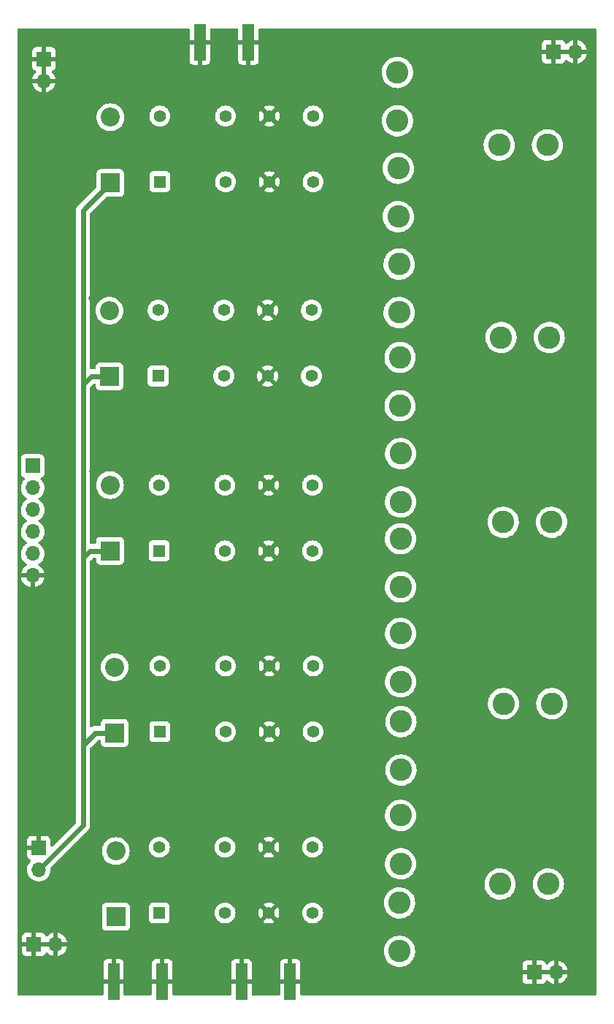
<source format=gbr>
%TF.GenerationSoftware,KiCad,Pcbnew,(6.0.2)*%
%TF.CreationDate,2022-10-25T13:29:22-07:00*%
%TF.ProjectId,cwaz_lpf,6377617a-5f6c-4706-962e-6b696361645f,rev?*%
%TF.SameCoordinates,Original*%
%TF.FileFunction,Copper,L2,Bot*%
%TF.FilePolarity,Positive*%
%FSLAX46Y46*%
G04 Gerber Fmt 4.6, Leading zero omitted, Abs format (unit mm)*
G04 Created by KiCad (PCBNEW (6.0.2)) date 2022-10-25 13:29:22*
%MOMM*%
%LPD*%
G01*
G04 APERTURE LIST*
%TA.AperFunction,ComponentPad*%
%ADD10R,2.200000X2.200000*%
%TD*%
%TA.AperFunction,ComponentPad*%
%ADD11O,2.200000X2.200000*%
%TD*%
%TA.AperFunction,ComponentPad*%
%ADD12R,1.700000X1.700000*%
%TD*%
%TA.AperFunction,ComponentPad*%
%ADD13O,1.700000X1.700000*%
%TD*%
%TA.AperFunction,ComponentPad*%
%ADD14R,1.400000X1.400000*%
%TD*%
%TA.AperFunction,ComponentPad*%
%ADD15C,1.400000*%
%TD*%
%TA.AperFunction,ComponentPad*%
%ADD16C,2.600000*%
%TD*%
%TA.AperFunction,SMDPad,CuDef*%
%ADD17R,1.350000X4.200000*%
%TD*%
%TA.AperFunction,ViaPad*%
%ADD18C,0.800000*%
%TD*%
%TA.AperFunction,Conductor*%
%ADD19C,0.609600*%
%TD*%
G04 APERTURE END LIST*
D10*
%TO.P,D5,1,K*%
%TO.N,/VDD12*%
X91037500Y-143410000D03*
D11*
%TO.P,D5,2,A*%
%TO.N,Net-(D5-Pad2)*%
X91037500Y-135790000D03*
%TD*%
D12*
%TO.P,J8,1,Pin_1*%
%TO.N,GND*%
X82700000Y-44025000D03*
D13*
%TO.P,J8,2,Pin_2*%
X82700000Y-46565000D03*
%TD*%
D14*
%TO.P,K2,1*%
%TO.N,/VDD12*%
X95942500Y-80762500D03*
D15*
%TO.P,K2,4*%
%TO.N,Net-(J3-Pad1)*%
X103562500Y-80762500D03*
%TO.P,K2,6*%
%TO.N,GND*%
X108642500Y-80762500D03*
%TO.P,K2,8*%
%TO.N,Net-(C5-Pad1)*%
X113722500Y-80762500D03*
%TO.P,K2,9*%
%TO.N,Net-(C17-Pad1)*%
X113722500Y-73142500D03*
%TO.P,K2,11*%
%TO.N,GND*%
X108642500Y-73142500D03*
%TO.P,K2,13*%
%TO.N,Net-(J4-Pad1)*%
X103562500Y-73142500D03*
%TO.P,K2,16*%
%TO.N,Net-(D2-Pad2)*%
X95942500Y-73142500D03*
%TD*%
D16*
%TO.P,L3,1,1*%
%TO.N,Net-(C12-Pad2)*%
X124062500Y-99600000D03*
%TO.P,L3,2,2*%
%TO.N,Net-(C6-Pad1)*%
X124062500Y-105200000D03*
%TD*%
D10*
%TO.P,D1,1,K*%
%TO.N,/VDD12*%
X90400000Y-58410000D03*
D11*
%TO.P,D1,2,A*%
%TO.N,Net-(D1-Pad2)*%
X90400000Y-50790000D03*
%TD*%
D12*
%TO.P,J2,1,Pin_1*%
%TO.N,GND*%
X82100000Y-135400000D03*
D13*
%TO.P,J2,2,Pin_2*%
%TO.N,/VDD12*%
X82100000Y-137940000D03*
%TD*%
D14*
%TO.P,K4,1*%
%TO.N,/VDD12*%
X96142500Y-121962500D03*
D15*
%TO.P,K4,4*%
%TO.N,Net-(J3-Pad1)*%
X103762500Y-121962500D03*
%TO.P,K4,6*%
%TO.N,GND*%
X108842500Y-121962500D03*
%TO.P,K4,8*%
%TO.N,Net-(C22-Pad1)*%
X113922500Y-121962500D03*
%TO.P,K4,9*%
%TO.N,Net-(C30-Pad1)*%
X113922500Y-114342500D03*
%TO.P,K4,11*%
%TO.N,GND*%
X108842500Y-114342500D03*
%TO.P,K4,13*%
%TO.N,Net-(J4-Pad1)*%
X103762500Y-114342500D03*
%TO.P,K4,16*%
%TO.N,Net-(D4-Pad2)*%
X96142500Y-114342500D03*
%TD*%
D16*
%TO.P,L13,1,1*%
%TO.N,Net-(C27-Pad1)*%
X135600000Y-139600000D03*
%TO.P,L13,2,2*%
%TO.N,Net-(C25-Pad1)*%
X141200000Y-139600000D03*
%TD*%
D14*
%TO.P,K3,1*%
%TO.N,/VDD12*%
X96062500Y-101020000D03*
D15*
%TO.P,K3,4*%
%TO.N,Net-(J3-Pad1)*%
X103682500Y-101020000D03*
%TO.P,K3,6*%
%TO.N,GND*%
X108762500Y-101020000D03*
%TO.P,K3,8*%
%TO.N,Net-(C6-Pad1)*%
X113842500Y-101020000D03*
%TO.P,K3,9*%
%TO.N,Net-(C18-Pad1)*%
X113842500Y-93400000D03*
%TO.P,K3,11*%
%TO.N,GND*%
X108762500Y-93400000D03*
%TO.P,K3,13*%
%TO.N,Net-(J4-Pad1)*%
X103682500Y-93400000D03*
%TO.P,K3,16*%
%TO.N,Net-(D3-Pad2)*%
X96062500Y-93400000D03*
%TD*%
D14*
%TO.P,K1,1*%
%TO.N,/VDD12*%
X96142500Y-58262500D03*
D15*
%TO.P,K1,4*%
%TO.N,Net-(J3-Pad1)*%
X103762500Y-58262500D03*
%TO.P,K1,6*%
%TO.N,GND*%
X108842500Y-58262500D03*
%TO.P,K1,8*%
%TO.N,Net-(C4-Pad1)*%
X113922500Y-58262500D03*
%TO.P,K1,9*%
%TO.N,Net-(C16-Pad1)*%
X113922500Y-50642500D03*
%TO.P,K1,11*%
%TO.N,GND*%
X108842500Y-50642500D03*
%TO.P,K1,13*%
%TO.N,Net-(J4-Pad1)*%
X103762500Y-50642500D03*
%TO.P,K1,16*%
%TO.N,Net-(D1-Pad2)*%
X96142500Y-50642500D03*
%TD*%
D17*
%TO.P,J9,2,Ext*%
%TO.N,GND*%
X96425000Y-150900000D03*
X90775000Y-150900000D03*
%TD*%
D14*
%TO.P,K5,1*%
%TO.N,/VDD12*%
X96080000Y-142962500D03*
D15*
%TO.P,K5,4*%
%TO.N,Net-(J3-Pad1)*%
X103700000Y-142962500D03*
%TO.P,K5,6*%
%TO.N,GND*%
X108780000Y-142962500D03*
%TO.P,K5,8*%
%TO.N,Net-(C23-Pad1)*%
X113860000Y-142962500D03*
%TO.P,K5,9*%
%TO.N,Net-(C31-Pad1)*%
X113860000Y-135342500D03*
%TO.P,K5,11*%
%TO.N,GND*%
X108780000Y-135342500D03*
%TO.P,K5,13*%
%TO.N,Net-(J4-Pad1)*%
X103700000Y-135342500D03*
%TO.P,K5,16*%
%TO.N,Net-(D5-Pad2)*%
X96080000Y-135342500D03*
%TD*%
D16*
%TO.P,L4,1,1*%
%TO.N,Net-(C10-Pad1)*%
X135500000Y-54000000D03*
%TO.P,L4,2,2*%
%TO.N,Net-(C10-Pad2)*%
X141100000Y-54000000D03*
%TD*%
D17*
%TO.P,J3,2,Ext*%
%TO.N,GND*%
X105612000Y-150900000D03*
X111262000Y-150900000D03*
%TD*%
D16*
%TO.P,L11,1,1*%
%TO.N,Net-(C25-Pad1)*%
X123937500Y-141800000D03*
%TO.P,L11,2,2*%
%TO.N,Net-(C23-Pad1)*%
X123937500Y-147400000D03*
%TD*%
D10*
%TO.P,D4,1,K*%
%TO.N,/VDD12*%
X90900000Y-122110000D03*
D11*
%TO.P,D4,2,A*%
%TO.N,Net-(D4-Pad2)*%
X90900000Y-114490000D03*
%TD*%
D16*
%TO.P,L2,1,1*%
%TO.N,Net-(C11-Pad2)*%
X124000000Y-78600000D03*
%TO.P,L2,2,2*%
%TO.N,Net-(C5-Pad1)*%
X124000000Y-84200000D03*
%TD*%
%TO.P,L9,1,1*%
%TO.N,Net-(C18-Pad1)*%
X124058000Y-95342000D03*
%TO.P,L9,2,2*%
%TO.N,Net-(C12-Pad1)*%
X124058000Y-89742000D03*
%TD*%
D12*
%TO.P,J5,1,Pin_1*%
%TO.N,GND*%
X139552000Y-149825000D03*
D13*
%TO.P,J5,2,Pin_2*%
X142092000Y-149825000D03*
%TD*%
D16*
%TO.P,L1,1,1*%
%TO.N,Net-(C10-Pad2)*%
X123800000Y-56700000D03*
%TO.P,L1,2,2*%
%TO.N,Net-(C4-Pad1)*%
X123800000Y-62300000D03*
%TD*%
%TO.P,L7,1,1*%
%TO.N,Net-(C16-Pad1)*%
X123700000Y-51200000D03*
%TO.P,L7,2,2*%
%TO.N,Net-(C10-Pad1)*%
X123700000Y-45600000D03*
%TD*%
%TO.P,L6,1,1*%
%TO.N,Net-(C12-Pad1)*%
X135962500Y-97700000D03*
%TO.P,L6,2,2*%
%TO.N,Net-(C12-Pad2)*%
X141562500Y-97700000D03*
%TD*%
%TO.P,L8,1,1*%
%TO.N,Net-(C17-Pad1)*%
X123900000Y-73400000D03*
%TO.P,L8,2,2*%
%TO.N,Net-(C11-Pad1)*%
X123900000Y-67800000D03*
%TD*%
%TO.P,L5,1,1*%
%TO.N,Net-(C11-Pad1)*%
X135700000Y-76300000D03*
%TO.P,L5,2,2*%
%TO.N,Net-(C11-Pad2)*%
X141300000Y-76300000D03*
%TD*%
D17*
%TO.P,J4,2,Ext*%
%TO.N,GND*%
X106425000Y-42100000D03*
X100775000Y-42100000D03*
%TD*%
D16*
%TO.P,L12,1,1*%
%TO.N,Net-(C26-Pad1)*%
X136000000Y-118700000D03*
%TO.P,L12,2,2*%
%TO.N,Net-(C24-Pad1)*%
X141600000Y-118700000D03*
%TD*%
D10*
%TO.P,D3,1,K*%
%TO.N,/VDD12*%
X90362500Y-101010000D03*
D11*
%TO.P,D3,2,A*%
%TO.N,Net-(D3-Pad2)*%
X90362500Y-93390000D03*
%TD*%
D12*
%TO.P,J1,1,Pin_1*%
%TO.N,/40M*%
X81400000Y-91180000D03*
D13*
%TO.P,J1,2,Pin_2*%
%TO.N,/30M*%
X81400000Y-93720000D03*
%TO.P,J1,3,Pin_3*%
%TO.N,/20M*%
X81400000Y-96260000D03*
%TO.P,J1,4,Pin_4*%
%TO.N,/17M*%
X81400000Y-98800000D03*
%TO.P,J1,5,Pin_5*%
%TO.N,/15M*%
X81400000Y-101340000D03*
%TO.P,J1,6,Pin_6*%
%TO.N,GND*%
X81400000Y-103880000D03*
%TD*%
D12*
%TO.P,J7,1,Pin_1*%
%TO.N,GND*%
X141800000Y-43200000D03*
D13*
%TO.P,J7,2,Pin_2*%
X144340000Y-43200000D03*
%TD*%
D16*
%TO.P,L15,1,1*%
%TO.N,Net-(C31-Pad1)*%
X124058000Y-137252000D03*
%TO.P,L15,2,2*%
%TO.N,Net-(C27-Pad1)*%
X124058000Y-131652000D03*
%TD*%
D12*
%TO.P,J6,1,Pin_1*%
%TO.N,GND*%
X81525000Y-146600000D03*
D13*
%TO.P,J6,2,Pin_2*%
X84065000Y-146600000D03*
%TD*%
D16*
%TO.P,L14,1,1*%
%TO.N,Net-(C30-Pad1)*%
X124058000Y-116170000D03*
%TO.P,L14,2,2*%
%TO.N,Net-(C26-Pad1)*%
X124058000Y-110570000D03*
%TD*%
%TO.P,L10,1,1*%
%TO.N,Net-(C24-Pad1)*%
X124100000Y-120800000D03*
%TO.P,L10,2,2*%
%TO.N,Net-(C22-Pad1)*%
X124100000Y-126400000D03*
%TD*%
D10*
%TO.P,D2,1,K*%
%TO.N,/VDD12*%
X90300000Y-80810000D03*
D11*
%TO.P,D2,2,A*%
%TO.N,Net-(D2-Pad2)*%
X90300000Y-73190000D03*
%TD*%
D18*
%TO.N,GND*%
X89895000Y-126711000D03*
X103230000Y-128235000D03*
X82783000Y-129632000D03*
X112120000Y-103597000D03*
X136123000Y-148809000D03*
X112374000Y-64608000D03*
X93578000Y-48860000D03*
X112374000Y-86198000D03*
X135361000Y-105375000D03*
X103484000Y-87087000D03*
X139933000Y-87214000D03*
X139933000Y-108042000D03*
X106532000Y-45558000D03*
X135234000Y-83912000D03*
X88371000Y-48860000D03*
X134853000Y-61814000D03*
X88371000Y-91786000D03*
X139552000Y-45939000D03*
X135869000Y-126711000D03*
X88752000Y-134077000D03*
X93451000Y-133569000D03*
X111739000Y-124044000D03*
X102849000Y-107153000D03*
X89387000Y-85436000D03*
X143235000Y-85563000D03*
X94594000Y-91405000D03*
X93832000Y-112487000D03*
X112374000Y-67021000D03*
X142854000Y-63465000D03*
X104119000Y-147412000D03*
X109834000Y-147793000D03*
X139806000Y-128997000D03*
X144124000Y-127854000D03*
X123804000Y-150968000D03*
X112374000Y-87722000D03*
X88244000Y-71720000D03*
X88625000Y-112614000D03*
X103230000Y-65243000D03*
X88752000Y-148936000D03*
X82910000Y-108296000D03*
X112755000Y-43653000D03*
X144251000Y-107407000D03*
X89514000Y-105629000D03*
X89514000Y-62957000D03*
X100436000Y-45558000D03*
X112501000Y-108423000D03*
X111231000Y-145126000D03*
X82529000Y-85944000D03*
X84815000Y-54956000D03*
X85323000Y-78578000D03*
X138917000Y-65751000D03*
X112120000Y-129378000D03*
X93832000Y-71212000D03*
X98277000Y-149698000D03*
%TD*%
D19*
%TO.N,/VDD12*%
X88037000Y-101010000D02*
X90362500Y-101010000D01*
X87228000Y-123536000D02*
X87228000Y-101819000D01*
X87228000Y-123536000D02*
X88654000Y-122110000D01*
X87228000Y-81753000D02*
X88171000Y-80810000D01*
X87228000Y-101819000D02*
X87228000Y-82007000D01*
X87228000Y-132812000D02*
X87228000Y-123536000D01*
X87228000Y-101819000D02*
X88037000Y-101010000D01*
X88654000Y-122110000D02*
X90900000Y-122110000D01*
X87228000Y-61582000D02*
X90400000Y-58410000D01*
X88171000Y-80810000D02*
X90300000Y-80810000D01*
X87228000Y-82007000D02*
X87228000Y-61582000D01*
X82100000Y-137940000D02*
X87228000Y-132812000D01*
X87228000Y-82007000D02*
X87228000Y-81753000D01*
%TD*%
%TA.AperFunction,Conductor*%
%TO.N,GND*%
G36*
X99534121Y-40528002D02*
G01*
X99580614Y-40581658D01*
X99592000Y-40634000D01*
X99592000Y-41827885D01*
X99596475Y-41843124D01*
X99597865Y-41844329D01*
X99605548Y-41846000D01*
X101939884Y-41846000D01*
X101955123Y-41841525D01*
X101956328Y-41840135D01*
X101957999Y-41832452D01*
X101957999Y-40634000D01*
X101978001Y-40565879D01*
X102031657Y-40519386D01*
X102083999Y-40508000D01*
X105116000Y-40508000D01*
X105184121Y-40528002D01*
X105230614Y-40581658D01*
X105242000Y-40634000D01*
X105242000Y-41827885D01*
X105246475Y-41843124D01*
X105247865Y-41844329D01*
X105255548Y-41846000D01*
X107589884Y-41846000D01*
X107605123Y-41841525D01*
X107606328Y-41840135D01*
X107607999Y-41832452D01*
X107607999Y-40634000D01*
X107628001Y-40565879D01*
X107681657Y-40519386D01*
X107733999Y-40508000D01*
X146666000Y-40508000D01*
X146734121Y-40528002D01*
X146780614Y-40581658D01*
X146792000Y-40634000D01*
X146792000Y-152366000D01*
X146771998Y-152434121D01*
X146718342Y-152480614D01*
X146666000Y-152492000D01*
X112571000Y-152492000D01*
X112502879Y-152471998D01*
X112456386Y-152418342D01*
X112445000Y-152366000D01*
X112445000Y-151172115D01*
X112440525Y-151156876D01*
X112439135Y-151155671D01*
X112431452Y-151154000D01*
X110097116Y-151154000D01*
X110081877Y-151158475D01*
X110080672Y-151159865D01*
X110079001Y-151167548D01*
X110079001Y-152366000D01*
X110058999Y-152434121D01*
X110005343Y-152480614D01*
X109953001Y-152492000D01*
X106921000Y-152492000D01*
X106852879Y-152471998D01*
X106806386Y-152418342D01*
X106795000Y-152366000D01*
X106795000Y-151172115D01*
X106790525Y-151156876D01*
X106789135Y-151155671D01*
X106781452Y-151154000D01*
X104447116Y-151154000D01*
X104431877Y-151158475D01*
X104430672Y-151159865D01*
X104429001Y-151167548D01*
X104429001Y-152366000D01*
X104408999Y-152434121D01*
X104355343Y-152480614D01*
X104303001Y-152492000D01*
X97734000Y-152492000D01*
X97665879Y-152471998D01*
X97619386Y-152418342D01*
X97608000Y-152366000D01*
X97608000Y-151172115D01*
X97603525Y-151156876D01*
X97602135Y-151155671D01*
X97594452Y-151154000D01*
X95260116Y-151154000D01*
X95244877Y-151158475D01*
X95243672Y-151159865D01*
X95242001Y-151167548D01*
X95242001Y-152366000D01*
X95221999Y-152434121D01*
X95168343Y-152480614D01*
X95116001Y-152492000D01*
X92084000Y-152492000D01*
X92015879Y-152471998D01*
X91969386Y-152418342D01*
X91958000Y-152366000D01*
X91958000Y-151172115D01*
X91953525Y-151156876D01*
X91952135Y-151155671D01*
X91944452Y-151154000D01*
X89610116Y-151154000D01*
X89594877Y-151158475D01*
X89593672Y-151159865D01*
X89592001Y-151167548D01*
X89592001Y-152366000D01*
X89571999Y-152434121D01*
X89518343Y-152480614D01*
X89466001Y-152492000D01*
X79734000Y-152492000D01*
X79665879Y-152471998D01*
X79619386Y-152418342D01*
X79608000Y-152366000D01*
X79608000Y-150719669D01*
X138194001Y-150719669D01*
X138194371Y-150726490D01*
X138199895Y-150777352D01*
X138203521Y-150792604D01*
X138248676Y-150913054D01*
X138257214Y-150928649D01*
X138333715Y-151030724D01*
X138346276Y-151043285D01*
X138448351Y-151119786D01*
X138463946Y-151128324D01*
X138584394Y-151173478D01*
X138599649Y-151177105D01*
X138650514Y-151182631D01*
X138657328Y-151183000D01*
X139279885Y-151183000D01*
X139295124Y-151178525D01*
X139296329Y-151177135D01*
X139298000Y-151169452D01*
X139298000Y-151164884D01*
X139806000Y-151164884D01*
X139810475Y-151180123D01*
X139811865Y-151181328D01*
X139819548Y-151182999D01*
X140446669Y-151182999D01*
X140453490Y-151182629D01*
X140504352Y-151177105D01*
X140519604Y-151173479D01*
X140640054Y-151128324D01*
X140655649Y-151119786D01*
X140757724Y-151043285D01*
X140770285Y-151030724D01*
X140846786Y-150928649D01*
X140855325Y-150913052D01*
X140896425Y-150803418D01*
X140939066Y-150746653D01*
X141005628Y-150721953D01*
X141074977Y-150737160D01*
X141109645Y-150765150D01*
X141135219Y-150794674D01*
X141142580Y-150801883D01*
X141306434Y-150937916D01*
X141314881Y-150943831D01*
X141498756Y-151051279D01*
X141508042Y-151055729D01*
X141707001Y-151131703D01*
X141716899Y-151134579D01*
X141820250Y-151155606D01*
X141834299Y-151154410D01*
X141838000Y-151144065D01*
X141838000Y-151143517D01*
X142346000Y-151143517D01*
X142350064Y-151157359D01*
X142363478Y-151159393D01*
X142370184Y-151158534D01*
X142380262Y-151156392D01*
X142584255Y-151095191D01*
X142593842Y-151091433D01*
X142785095Y-150997739D01*
X142793945Y-150992464D01*
X142967328Y-150868792D01*
X142975200Y-150862139D01*
X143126052Y-150711812D01*
X143132730Y-150703965D01*
X143257003Y-150531020D01*
X143262313Y-150522183D01*
X143356670Y-150331267D01*
X143360469Y-150321672D01*
X143422377Y-150117910D01*
X143424555Y-150107837D01*
X143425986Y-150096962D01*
X143423775Y-150082778D01*
X143410617Y-150079000D01*
X142364115Y-150079000D01*
X142348876Y-150083475D01*
X142347671Y-150084865D01*
X142346000Y-150092548D01*
X142346000Y-151143517D01*
X141838000Y-151143517D01*
X141838000Y-150097115D01*
X141833525Y-150081876D01*
X141832135Y-150080671D01*
X141824452Y-150079000D01*
X139824115Y-150079000D01*
X139808876Y-150083475D01*
X139807671Y-150084865D01*
X139806000Y-150092548D01*
X139806000Y-151164884D01*
X139298000Y-151164884D01*
X139298000Y-150097115D01*
X139293525Y-150081876D01*
X139292135Y-150080671D01*
X139284452Y-150079000D01*
X138212116Y-150079000D01*
X138196877Y-150083475D01*
X138195672Y-150084865D01*
X138194001Y-150092548D01*
X138194001Y-150719669D01*
X79608000Y-150719669D01*
X79608000Y-150627885D01*
X89592000Y-150627885D01*
X89596475Y-150643124D01*
X89597865Y-150644329D01*
X89605548Y-150646000D01*
X90502885Y-150646000D01*
X90518124Y-150641525D01*
X90519329Y-150640135D01*
X90521000Y-150632452D01*
X90521000Y-150627885D01*
X91029000Y-150627885D01*
X91033475Y-150643124D01*
X91034865Y-150644329D01*
X91042548Y-150646000D01*
X91939884Y-150646000D01*
X91955123Y-150641525D01*
X91956328Y-150640135D01*
X91957999Y-150632452D01*
X91957999Y-150627885D01*
X95242000Y-150627885D01*
X95246475Y-150643124D01*
X95247865Y-150644329D01*
X95255548Y-150646000D01*
X96152885Y-150646000D01*
X96168124Y-150641525D01*
X96169329Y-150640135D01*
X96171000Y-150632452D01*
X96171000Y-150627885D01*
X96679000Y-150627885D01*
X96683475Y-150643124D01*
X96684865Y-150644329D01*
X96692548Y-150646000D01*
X97589884Y-150646000D01*
X97605123Y-150641525D01*
X97606328Y-150640135D01*
X97607999Y-150632452D01*
X97607999Y-150627885D01*
X104429000Y-150627885D01*
X104433475Y-150643124D01*
X104434865Y-150644329D01*
X104442548Y-150646000D01*
X105339885Y-150646000D01*
X105355124Y-150641525D01*
X105356329Y-150640135D01*
X105358000Y-150632452D01*
X105358000Y-150627885D01*
X105866000Y-150627885D01*
X105870475Y-150643124D01*
X105871865Y-150644329D01*
X105879548Y-150646000D01*
X106776884Y-150646000D01*
X106792123Y-150641525D01*
X106793328Y-150640135D01*
X106794999Y-150632452D01*
X106794999Y-150627885D01*
X110079000Y-150627885D01*
X110083475Y-150643124D01*
X110084865Y-150644329D01*
X110092548Y-150646000D01*
X110989885Y-150646000D01*
X111005124Y-150641525D01*
X111006329Y-150640135D01*
X111008000Y-150632452D01*
X111008000Y-150627885D01*
X111516000Y-150627885D01*
X111520475Y-150643124D01*
X111521865Y-150644329D01*
X111529548Y-150646000D01*
X112426884Y-150646000D01*
X112442123Y-150641525D01*
X112443328Y-150640135D01*
X112444999Y-150632452D01*
X112444999Y-149552885D01*
X138194000Y-149552885D01*
X138198475Y-149568124D01*
X138199865Y-149569329D01*
X138207548Y-149571000D01*
X139279885Y-149571000D01*
X139295124Y-149566525D01*
X139296329Y-149565135D01*
X139298000Y-149557452D01*
X139298000Y-149552885D01*
X139806000Y-149552885D01*
X139810475Y-149568124D01*
X139811865Y-149569329D01*
X139819548Y-149571000D01*
X141819885Y-149571000D01*
X141835124Y-149566525D01*
X141836329Y-149565135D01*
X141838000Y-149557452D01*
X141838000Y-149552885D01*
X142346000Y-149552885D01*
X142350475Y-149568124D01*
X142351865Y-149569329D01*
X142359548Y-149571000D01*
X143410344Y-149571000D01*
X143423875Y-149567027D01*
X143425180Y-149557947D01*
X143383214Y-149390875D01*
X143379894Y-149381124D01*
X143294972Y-149185814D01*
X143290105Y-149176739D01*
X143174426Y-148997926D01*
X143168136Y-148989757D01*
X143024806Y-148832240D01*
X143017273Y-148825215D01*
X142850139Y-148693222D01*
X142841552Y-148687517D01*
X142655117Y-148584599D01*
X142645705Y-148580369D01*
X142444959Y-148509280D01*
X142434988Y-148506646D01*
X142363837Y-148493972D01*
X142350540Y-148495432D01*
X142346000Y-148509989D01*
X142346000Y-149552885D01*
X141838000Y-149552885D01*
X141838000Y-148508102D01*
X141834082Y-148494758D01*
X141819806Y-148492771D01*
X141781324Y-148498660D01*
X141771288Y-148501051D01*
X141568868Y-148567212D01*
X141559359Y-148571209D01*
X141370463Y-148669542D01*
X141361738Y-148675036D01*
X141191433Y-148802905D01*
X141183726Y-148809748D01*
X141106094Y-148890985D01*
X141044570Y-148926415D01*
X140973657Y-148922958D01*
X140915871Y-148881712D01*
X140897018Y-148848164D01*
X140855324Y-148736946D01*
X140846786Y-148721351D01*
X140770285Y-148619276D01*
X140757724Y-148606715D01*
X140655649Y-148530214D01*
X140640054Y-148521676D01*
X140519606Y-148476522D01*
X140504351Y-148472895D01*
X140453486Y-148467369D01*
X140446672Y-148467000D01*
X139824115Y-148467000D01*
X139808876Y-148471475D01*
X139807671Y-148472865D01*
X139806000Y-148480548D01*
X139806000Y-149552885D01*
X139298000Y-149552885D01*
X139298000Y-148485116D01*
X139293525Y-148469877D01*
X139292135Y-148468672D01*
X139284452Y-148467001D01*
X138657331Y-148467001D01*
X138650510Y-148467371D01*
X138599648Y-148472895D01*
X138584396Y-148476521D01*
X138463946Y-148521676D01*
X138448351Y-148530214D01*
X138346276Y-148606715D01*
X138333715Y-148619276D01*
X138257214Y-148721351D01*
X138248676Y-148736946D01*
X138203522Y-148857394D01*
X138199895Y-148872649D01*
X138194369Y-148923514D01*
X138194000Y-148930328D01*
X138194000Y-149552885D01*
X112444999Y-149552885D01*
X112444999Y-148755331D01*
X112444629Y-148748510D01*
X112439105Y-148697648D01*
X112435479Y-148682396D01*
X112390324Y-148561946D01*
X112381786Y-148546351D01*
X112305285Y-148444276D01*
X112292724Y-148431715D01*
X112190649Y-148355214D01*
X112175054Y-148346676D01*
X112054606Y-148301522D01*
X112039351Y-148297895D01*
X111988486Y-148292369D01*
X111981672Y-148292000D01*
X111534115Y-148292000D01*
X111518876Y-148296475D01*
X111517671Y-148297865D01*
X111516000Y-148305548D01*
X111516000Y-150627885D01*
X111008000Y-150627885D01*
X111008000Y-148310116D01*
X111003525Y-148294877D01*
X111002135Y-148293672D01*
X110994452Y-148292001D01*
X110542331Y-148292001D01*
X110535510Y-148292371D01*
X110484648Y-148297895D01*
X110469396Y-148301521D01*
X110348946Y-148346676D01*
X110333351Y-148355214D01*
X110231276Y-148431715D01*
X110218715Y-148444276D01*
X110142214Y-148546351D01*
X110133676Y-148561946D01*
X110088522Y-148682394D01*
X110084895Y-148697649D01*
X110079369Y-148748514D01*
X110079000Y-148755328D01*
X110079000Y-150627885D01*
X106794999Y-150627885D01*
X106794999Y-148755331D01*
X106794629Y-148748510D01*
X106789105Y-148697648D01*
X106785479Y-148682396D01*
X106740324Y-148561946D01*
X106731786Y-148546351D01*
X106655285Y-148444276D01*
X106642724Y-148431715D01*
X106540649Y-148355214D01*
X106525054Y-148346676D01*
X106404606Y-148301522D01*
X106389351Y-148297895D01*
X106338486Y-148292369D01*
X106331672Y-148292000D01*
X105884115Y-148292000D01*
X105868876Y-148296475D01*
X105867671Y-148297865D01*
X105866000Y-148305548D01*
X105866000Y-150627885D01*
X105358000Y-150627885D01*
X105358000Y-148310116D01*
X105353525Y-148294877D01*
X105352135Y-148293672D01*
X105344452Y-148292001D01*
X104892331Y-148292001D01*
X104885510Y-148292371D01*
X104834648Y-148297895D01*
X104819396Y-148301521D01*
X104698946Y-148346676D01*
X104683351Y-148355214D01*
X104581276Y-148431715D01*
X104568715Y-148444276D01*
X104492214Y-148546351D01*
X104483676Y-148561946D01*
X104438522Y-148682394D01*
X104434895Y-148697649D01*
X104429369Y-148748514D01*
X104429000Y-148755328D01*
X104429000Y-150627885D01*
X97607999Y-150627885D01*
X97607999Y-148755331D01*
X97607629Y-148748510D01*
X97602105Y-148697648D01*
X97598479Y-148682396D01*
X97553324Y-148561946D01*
X97544786Y-148546351D01*
X97468285Y-148444276D01*
X97455724Y-148431715D01*
X97353649Y-148355214D01*
X97338054Y-148346676D01*
X97217606Y-148301522D01*
X97202351Y-148297895D01*
X97151486Y-148292369D01*
X97144672Y-148292000D01*
X96697115Y-148292000D01*
X96681876Y-148296475D01*
X96680671Y-148297865D01*
X96679000Y-148305548D01*
X96679000Y-150627885D01*
X96171000Y-150627885D01*
X96171000Y-148310116D01*
X96166525Y-148294877D01*
X96165135Y-148293672D01*
X96157452Y-148292001D01*
X95705331Y-148292001D01*
X95698510Y-148292371D01*
X95647648Y-148297895D01*
X95632396Y-148301521D01*
X95511946Y-148346676D01*
X95496351Y-148355214D01*
X95394276Y-148431715D01*
X95381715Y-148444276D01*
X95305214Y-148546351D01*
X95296676Y-148561946D01*
X95251522Y-148682394D01*
X95247895Y-148697649D01*
X95242369Y-148748514D01*
X95242000Y-148755328D01*
X95242000Y-150627885D01*
X91957999Y-150627885D01*
X91957999Y-148755331D01*
X91957629Y-148748510D01*
X91952105Y-148697648D01*
X91948479Y-148682396D01*
X91903324Y-148561946D01*
X91894786Y-148546351D01*
X91818285Y-148444276D01*
X91805724Y-148431715D01*
X91703649Y-148355214D01*
X91688054Y-148346676D01*
X91567606Y-148301522D01*
X91552351Y-148297895D01*
X91501486Y-148292369D01*
X91494672Y-148292000D01*
X91047115Y-148292000D01*
X91031876Y-148296475D01*
X91030671Y-148297865D01*
X91029000Y-148305548D01*
X91029000Y-150627885D01*
X90521000Y-150627885D01*
X90521000Y-148310116D01*
X90516525Y-148294877D01*
X90515135Y-148293672D01*
X90507452Y-148292001D01*
X90055331Y-148292001D01*
X90048510Y-148292371D01*
X89997648Y-148297895D01*
X89982396Y-148301521D01*
X89861946Y-148346676D01*
X89846351Y-148355214D01*
X89744276Y-148431715D01*
X89731715Y-148444276D01*
X89655214Y-148546351D01*
X89646676Y-148561946D01*
X89601522Y-148682394D01*
X89597895Y-148697649D01*
X89592369Y-148748514D01*
X89592000Y-148755328D01*
X89592000Y-150627885D01*
X79608000Y-150627885D01*
X79608000Y-147494669D01*
X80167001Y-147494669D01*
X80167371Y-147501490D01*
X80172895Y-147552352D01*
X80176521Y-147567604D01*
X80221676Y-147688054D01*
X80230214Y-147703649D01*
X80306715Y-147805724D01*
X80319276Y-147818285D01*
X80421351Y-147894786D01*
X80436946Y-147903324D01*
X80557394Y-147948478D01*
X80572649Y-147952105D01*
X80623514Y-147957631D01*
X80630328Y-147958000D01*
X81252885Y-147958000D01*
X81268124Y-147953525D01*
X81269329Y-147952135D01*
X81271000Y-147944452D01*
X81271000Y-147939884D01*
X81779000Y-147939884D01*
X81783475Y-147955123D01*
X81784865Y-147956328D01*
X81792548Y-147957999D01*
X82419669Y-147957999D01*
X82426490Y-147957629D01*
X82477352Y-147952105D01*
X82492604Y-147948479D01*
X82613054Y-147903324D01*
X82628649Y-147894786D01*
X82730724Y-147818285D01*
X82743285Y-147805724D01*
X82819786Y-147703649D01*
X82828325Y-147688052D01*
X82869425Y-147578418D01*
X82912066Y-147521653D01*
X82978628Y-147496953D01*
X83047977Y-147512160D01*
X83082645Y-147540150D01*
X83108219Y-147569674D01*
X83115580Y-147576883D01*
X83279434Y-147712916D01*
X83287881Y-147718831D01*
X83471756Y-147826279D01*
X83481042Y-147830729D01*
X83680001Y-147906703D01*
X83689899Y-147909579D01*
X83793250Y-147930606D01*
X83807299Y-147929410D01*
X83811000Y-147919065D01*
X83811000Y-147918517D01*
X84319000Y-147918517D01*
X84323064Y-147932359D01*
X84336478Y-147934393D01*
X84343184Y-147933534D01*
X84353262Y-147931392D01*
X84557255Y-147870191D01*
X84566842Y-147866433D01*
X84758095Y-147772739D01*
X84766945Y-147767464D01*
X84940328Y-147643792D01*
X84948200Y-147637139D01*
X85099052Y-147486812D01*
X85105730Y-147478965D01*
X85196585Y-147352526D01*
X122124550Y-147352526D01*
X122137447Y-147621019D01*
X122189888Y-147884656D01*
X122280720Y-148137646D01*
X122407950Y-148374431D01*
X122410741Y-148378168D01*
X122410745Y-148378175D01*
X122507767Y-148508102D01*
X122568781Y-148589810D01*
X122572090Y-148593090D01*
X122572095Y-148593096D01*
X122677564Y-148697648D01*
X122759680Y-148779050D01*
X122763442Y-148781808D01*
X122763445Y-148781811D01*
X122972683Y-148935230D01*
X122976454Y-148937995D01*
X122980589Y-148940171D01*
X122980593Y-148940173D01*
X123210198Y-149060975D01*
X123214340Y-149063154D01*
X123468113Y-149151775D01*
X123472706Y-149152647D01*
X123727609Y-149201042D01*
X123727612Y-149201042D01*
X123732198Y-149201913D01*
X123859870Y-149206929D01*
X123996125Y-149212283D01*
X123996130Y-149212283D01*
X124000793Y-149212466D01*
X124105107Y-149201042D01*
X124263344Y-149183713D01*
X124263350Y-149183712D01*
X124267997Y-149183203D01*
X124292549Y-149176739D01*
X124523418Y-149115956D01*
X124523420Y-149115955D01*
X124527941Y-149114765D01*
X124532238Y-149112919D01*
X124770620Y-149010502D01*
X124770622Y-149010501D01*
X124774914Y-149008657D01*
X124893571Y-148935230D01*
X124999517Y-148869669D01*
X124999521Y-148869666D01*
X125003490Y-148867210D01*
X125208649Y-148693530D01*
X125385882Y-148491434D01*
X125392885Y-148480548D01*
X125528769Y-148269291D01*
X125531297Y-148265361D01*
X125641699Y-148020278D01*
X125660926Y-147952105D01*
X125713393Y-147766072D01*
X125713394Y-147766069D01*
X125714663Y-147761568D01*
X125732543Y-147621019D01*
X125748188Y-147498045D01*
X125748188Y-147498041D01*
X125748586Y-147494915D01*
X125751071Y-147400000D01*
X125731150Y-147131937D01*
X125725342Y-147106267D01*
X125672861Y-146874331D01*
X125672860Y-146874326D01*
X125671827Y-146869763D01*
X125574402Y-146619238D01*
X125441018Y-146385864D01*
X125404969Y-146340135D01*
X125374916Y-146302014D01*
X125274605Y-146174769D01*
X125078817Y-145990591D01*
X124857957Y-145837374D01*
X124853764Y-145835306D01*
X124621064Y-145720551D01*
X124621061Y-145720550D01*
X124616876Y-145718486D01*
X124575771Y-145705328D01*
X124515121Y-145685914D01*
X124360870Y-145636538D01*
X124356263Y-145635788D01*
X124356260Y-145635787D01*
X124100174Y-145594081D01*
X124100175Y-145594081D01*
X124095563Y-145593330D01*
X123965219Y-145591624D01*
X123831461Y-145589873D01*
X123831458Y-145589873D01*
X123826784Y-145589812D01*
X123560437Y-145626060D01*
X123302374Y-145701278D01*
X123058263Y-145813815D01*
X123054354Y-145816378D01*
X122837381Y-145958631D01*
X122837376Y-145958635D01*
X122833468Y-145961197D01*
X122632926Y-146140188D01*
X122601115Y-146178437D01*
X122465059Y-146342027D01*
X122461044Y-146346854D01*
X122321596Y-146576656D01*
X122217648Y-146824545D01*
X122151481Y-147085077D01*
X122124550Y-147352526D01*
X85196585Y-147352526D01*
X85230003Y-147306020D01*
X85235313Y-147297183D01*
X85329670Y-147106267D01*
X85333469Y-147096672D01*
X85395377Y-146892910D01*
X85397555Y-146882837D01*
X85398986Y-146871962D01*
X85396775Y-146857778D01*
X85383617Y-146854000D01*
X84337115Y-146854000D01*
X84321876Y-146858475D01*
X84320671Y-146859865D01*
X84319000Y-146867548D01*
X84319000Y-147918517D01*
X83811000Y-147918517D01*
X83811000Y-146872115D01*
X83806525Y-146856876D01*
X83805135Y-146855671D01*
X83797452Y-146854000D01*
X81797115Y-146854000D01*
X81781876Y-146858475D01*
X81780671Y-146859865D01*
X81779000Y-146867548D01*
X81779000Y-147939884D01*
X81271000Y-147939884D01*
X81271000Y-146872115D01*
X81266525Y-146856876D01*
X81265135Y-146855671D01*
X81257452Y-146854000D01*
X80185116Y-146854000D01*
X80169877Y-146858475D01*
X80168672Y-146859865D01*
X80167001Y-146867548D01*
X80167001Y-147494669D01*
X79608000Y-147494669D01*
X79608000Y-146327885D01*
X80167000Y-146327885D01*
X80171475Y-146343124D01*
X80172865Y-146344329D01*
X80180548Y-146346000D01*
X81252885Y-146346000D01*
X81268124Y-146341525D01*
X81269329Y-146340135D01*
X81271000Y-146332452D01*
X81271000Y-146327885D01*
X81779000Y-146327885D01*
X81783475Y-146343124D01*
X81784865Y-146344329D01*
X81792548Y-146346000D01*
X83792885Y-146346000D01*
X83808124Y-146341525D01*
X83809329Y-146340135D01*
X83811000Y-146332452D01*
X83811000Y-146327885D01*
X84319000Y-146327885D01*
X84323475Y-146343124D01*
X84324865Y-146344329D01*
X84332548Y-146346000D01*
X85383344Y-146346000D01*
X85396875Y-146342027D01*
X85398180Y-146332947D01*
X85356214Y-146165875D01*
X85352894Y-146156124D01*
X85267972Y-145960814D01*
X85263105Y-145951739D01*
X85147426Y-145772926D01*
X85141136Y-145764757D01*
X84997806Y-145607240D01*
X84990273Y-145600215D01*
X84823139Y-145468222D01*
X84814552Y-145462517D01*
X84628117Y-145359599D01*
X84618705Y-145355369D01*
X84417959Y-145284280D01*
X84407988Y-145281646D01*
X84336837Y-145268972D01*
X84323540Y-145270432D01*
X84319000Y-145284989D01*
X84319000Y-146327885D01*
X83811000Y-146327885D01*
X83811000Y-145283102D01*
X83807082Y-145269758D01*
X83792806Y-145267771D01*
X83754324Y-145273660D01*
X83744288Y-145276051D01*
X83541868Y-145342212D01*
X83532359Y-145346209D01*
X83343463Y-145444542D01*
X83334738Y-145450036D01*
X83164433Y-145577905D01*
X83156726Y-145584748D01*
X83079094Y-145665985D01*
X83017570Y-145701415D01*
X82946657Y-145697958D01*
X82888871Y-145656712D01*
X82870018Y-145623164D01*
X82828324Y-145511946D01*
X82819786Y-145496351D01*
X82743285Y-145394276D01*
X82730724Y-145381715D01*
X82628649Y-145305214D01*
X82613054Y-145296676D01*
X82492606Y-145251522D01*
X82477351Y-145247895D01*
X82426486Y-145242369D01*
X82419672Y-145242000D01*
X81797115Y-145242000D01*
X81781876Y-145246475D01*
X81780671Y-145247865D01*
X81779000Y-145255548D01*
X81779000Y-146327885D01*
X81271000Y-146327885D01*
X81271000Y-145260116D01*
X81266525Y-145244877D01*
X81265135Y-145243672D01*
X81257452Y-145242001D01*
X80630331Y-145242001D01*
X80623510Y-145242371D01*
X80572648Y-145247895D01*
X80557396Y-145251521D01*
X80436946Y-145296676D01*
X80421351Y-145305214D01*
X80319276Y-145381715D01*
X80306715Y-145394276D01*
X80230214Y-145496351D01*
X80221676Y-145511946D01*
X80176522Y-145632394D01*
X80172895Y-145647649D01*
X80167369Y-145698514D01*
X80167000Y-145705328D01*
X80167000Y-146327885D01*
X79608000Y-146327885D01*
X79608000Y-144558134D01*
X89429000Y-144558134D01*
X89435755Y-144620316D01*
X89486885Y-144756705D01*
X89574239Y-144873261D01*
X89690795Y-144960615D01*
X89827184Y-145011745D01*
X89889366Y-145018500D01*
X92185634Y-145018500D01*
X92247816Y-145011745D01*
X92384205Y-144960615D01*
X92500761Y-144873261D01*
X92588115Y-144756705D01*
X92639245Y-144620316D01*
X92646000Y-144558134D01*
X92646000Y-143710634D01*
X94871500Y-143710634D01*
X94878255Y-143772816D01*
X94929385Y-143909205D01*
X95016739Y-144025761D01*
X95133295Y-144113115D01*
X95269684Y-144164245D01*
X95331866Y-144171000D01*
X96828134Y-144171000D01*
X96890316Y-144164245D01*
X97026705Y-144113115D01*
X97143261Y-144025761D01*
X97230615Y-143909205D01*
X97281745Y-143772816D01*
X97288500Y-143710634D01*
X97288500Y-142962500D01*
X102486884Y-142962500D01*
X102505314Y-143173155D01*
X102506738Y-143178468D01*
X102506738Y-143178470D01*
X102506894Y-143179050D01*
X102560044Y-143377410D01*
X102562366Y-143382391D01*
X102562367Y-143382392D01*
X102641352Y-143551775D01*
X102649411Y-143569058D01*
X102770699Y-143742276D01*
X102920224Y-143891801D01*
X103093442Y-144013089D01*
X103098420Y-144015410D01*
X103098423Y-144015412D01*
X103279092Y-144099659D01*
X103285090Y-144102456D01*
X103290398Y-144103878D01*
X103290400Y-144103879D01*
X103484030Y-144155762D01*
X103484032Y-144155762D01*
X103489345Y-144157186D01*
X103700000Y-144175616D01*
X103910655Y-144157186D01*
X103915968Y-144155762D01*
X103915970Y-144155762D01*
X104109600Y-144103879D01*
X104109602Y-144103878D01*
X104114910Y-144102456D01*
X104120908Y-144099659D01*
X104301577Y-144015412D01*
X104301580Y-144015410D01*
X104306558Y-144013089D01*
X104358440Y-143976761D01*
X108130294Y-143976761D01*
X108139590Y-143988776D01*
X108169189Y-144009501D01*
X108178677Y-144014979D01*
X108360277Y-144099659D01*
X108370571Y-144103407D01*
X108564122Y-144155269D01*
X108574909Y-144157171D01*
X108774525Y-144174635D01*
X108785475Y-144174635D01*
X108985091Y-144157171D01*
X108995878Y-144155269D01*
X109189429Y-144103407D01*
X109199723Y-144099659D01*
X109381323Y-144014979D01*
X109390811Y-144009501D01*
X109421248Y-143988189D01*
X109429623Y-143977712D01*
X109422554Y-143964264D01*
X108792812Y-143334522D01*
X108778868Y-143326908D01*
X108777035Y-143327039D01*
X108770420Y-143331290D01*
X108136724Y-143964986D01*
X108130294Y-143976761D01*
X104358440Y-143976761D01*
X104479776Y-143891801D01*
X104629301Y-143742276D01*
X104750589Y-143569058D01*
X104758649Y-143551775D01*
X104837633Y-143382392D01*
X104837634Y-143382391D01*
X104839956Y-143377410D01*
X104893107Y-143179050D01*
X104893262Y-143178470D01*
X104893262Y-143178468D01*
X104894686Y-143173155D01*
X104912637Y-142967975D01*
X107567865Y-142967975D01*
X107585329Y-143167591D01*
X107587231Y-143178378D01*
X107639093Y-143371929D01*
X107642841Y-143382223D01*
X107727521Y-143563823D01*
X107732999Y-143573311D01*
X107754311Y-143603748D01*
X107764788Y-143612123D01*
X107778236Y-143605054D01*
X108407978Y-142975312D01*
X108414356Y-142963632D01*
X109144408Y-142963632D01*
X109144539Y-142965465D01*
X109148790Y-142972080D01*
X109782486Y-143605776D01*
X109794261Y-143612206D01*
X109806276Y-143602910D01*
X109827001Y-143573311D01*
X109832479Y-143563823D01*
X109917159Y-143382223D01*
X109920907Y-143371929D01*
X109972769Y-143178378D01*
X109974671Y-143167591D01*
X109992135Y-142967975D01*
X109992135Y-142962500D01*
X112646884Y-142962500D01*
X112665314Y-143173155D01*
X112666738Y-143178468D01*
X112666738Y-143178470D01*
X112666894Y-143179050D01*
X112720044Y-143377410D01*
X112722366Y-143382391D01*
X112722367Y-143382392D01*
X112801352Y-143551775D01*
X112809411Y-143569058D01*
X112930699Y-143742276D01*
X113080224Y-143891801D01*
X113253442Y-144013089D01*
X113258420Y-144015410D01*
X113258423Y-144015412D01*
X113439092Y-144099659D01*
X113445090Y-144102456D01*
X113450398Y-144103878D01*
X113450400Y-144103879D01*
X113644030Y-144155762D01*
X113644032Y-144155762D01*
X113649345Y-144157186D01*
X113860000Y-144175616D01*
X114070655Y-144157186D01*
X114075968Y-144155762D01*
X114075970Y-144155762D01*
X114269600Y-144103879D01*
X114269602Y-144103878D01*
X114274910Y-144102456D01*
X114280908Y-144099659D01*
X114461577Y-144015412D01*
X114461580Y-144015410D01*
X114466558Y-144013089D01*
X114639776Y-143891801D01*
X114789301Y-143742276D01*
X114910589Y-143569058D01*
X114918649Y-143551775D01*
X114997633Y-143382392D01*
X114997634Y-143382391D01*
X114999956Y-143377410D01*
X115053107Y-143179050D01*
X115053262Y-143178470D01*
X115053262Y-143178468D01*
X115054686Y-143173155D01*
X115073116Y-142962500D01*
X115054686Y-142751845D01*
X114999956Y-142547590D01*
X114995319Y-142537646D01*
X114912912Y-142360923D01*
X114912910Y-142360920D01*
X114910589Y-142355942D01*
X114789301Y-142182724D01*
X114639776Y-142033199D01*
X114466558Y-141911911D01*
X114461580Y-141909590D01*
X114461577Y-141909588D01*
X114279892Y-141824867D01*
X114279891Y-141824866D01*
X114274910Y-141822544D01*
X114269602Y-141821122D01*
X114269600Y-141821121D01*
X114075970Y-141769238D01*
X114075968Y-141769238D01*
X114070655Y-141767814D01*
X113895913Y-141752526D01*
X122124550Y-141752526D01*
X122124774Y-141757192D01*
X122124774Y-141757197D01*
X122129683Y-141859385D01*
X122137447Y-142021019D01*
X122189888Y-142284656D01*
X122280720Y-142537646D01*
X122282932Y-142541762D01*
X122282933Y-142541765D01*
X122313199Y-142598092D01*
X122407950Y-142774431D01*
X122410741Y-142778168D01*
X122410745Y-142778175D01*
X122492387Y-142887506D01*
X122568781Y-142989810D01*
X122572090Y-142993090D01*
X122572095Y-142993096D01*
X122748205Y-143167675D01*
X122759680Y-143179050D01*
X122763442Y-143181808D01*
X122763445Y-143181811D01*
X122971717Y-143334522D01*
X122976454Y-143337995D01*
X122980589Y-143340171D01*
X122980593Y-143340173D01*
X123210198Y-143460975D01*
X123214340Y-143463154D01*
X123468113Y-143551775D01*
X123472706Y-143552647D01*
X123727609Y-143601042D01*
X123727612Y-143601042D01*
X123732198Y-143601913D01*
X123859870Y-143606929D01*
X123996125Y-143612283D01*
X123996130Y-143612283D01*
X124000793Y-143612466D01*
X124105107Y-143601042D01*
X124263344Y-143583713D01*
X124263350Y-143583712D01*
X124267997Y-143583203D01*
X124304612Y-143573563D01*
X124523418Y-143515956D01*
X124523420Y-143515955D01*
X124527941Y-143514765D01*
X124532238Y-143512919D01*
X124770620Y-143410502D01*
X124770622Y-143410501D01*
X124774914Y-143408657D01*
X124899938Y-143331290D01*
X124999517Y-143269669D01*
X124999521Y-143269666D01*
X125003490Y-143267210D01*
X125208649Y-143093530D01*
X125385882Y-142891434D01*
X125531297Y-142665361D01*
X125641699Y-142420278D01*
X125678709Y-142289051D01*
X125713393Y-142166072D01*
X125713394Y-142166069D01*
X125714663Y-142161568D01*
X125732543Y-142021019D01*
X125748188Y-141898045D01*
X125748188Y-141898041D01*
X125748586Y-141894915D01*
X125751071Y-141800000D01*
X125747345Y-141749863D01*
X125731496Y-141536592D01*
X125731496Y-141536591D01*
X125731150Y-141531937D01*
X125704117Y-141412466D01*
X125672861Y-141274331D01*
X125672860Y-141274326D01*
X125671827Y-141269763D01*
X125574402Y-141019238D01*
X125441018Y-140785864D01*
X125274605Y-140574769D01*
X125078817Y-140390591D01*
X124857957Y-140237374D01*
X124853764Y-140235306D01*
X124621064Y-140120551D01*
X124621061Y-140120550D01*
X124616876Y-140118486D01*
X124569245Y-140103239D01*
X124496892Y-140080079D01*
X124360870Y-140036538D01*
X124356263Y-140035788D01*
X124356260Y-140035787D01*
X124100174Y-139994081D01*
X124100175Y-139994081D01*
X124095563Y-139993330D01*
X123965219Y-139991624D01*
X123831461Y-139989873D01*
X123831458Y-139989873D01*
X123826784Y-139989812D01*
X123560437Y-140026060D01*
X123302374Y-140101278D01*
X123058263Y-140213815D01*
X123054354Y-140216378D01*
X122837381Y-140358631D01*
X122837376Y-140358635D01*
X122833468Y-140361197D01*
X122632926Y-140540188D01*
X122461044Y-140746854D01*
X122321596Y-140976656D01*
X122319787Y-140980970D01*
X122319785Y-140980974D01*
X122255101Y-141135230D01*
X122217648Y-141224545D01*
X122151481Y-141485077D01*
X122124550Y-141752526D01*
X113895913Y-141752526D01*
X113860000Y-141749384D01*
X113649345Y-141767814D01*
X113644032Y-141769238D01*
X113644030Y-141769238D01*
X113450400Y-141821121D01*
X113450398Y-141821122D01*
X113445090Y-141822544D01*
X113440109Y-141824866D01*
X113440108Y-141824867D01*
X113258423Y-141909588D01*
X113258420Y-141909590D01*
X113253442Y-141911911D01*
X113080224Y-142033199D01*
X112930699Y-142182724D01*
X112809411Y-142355942D01*
X112807090Y-142360920D01*
X112807088Y-142360923D01*
X112724681Y-142537646D01*
X112720044Y-142547590D01*
X112665314Y-142751845D01*
X112646884Y-142962500D01*
X109992135Y-142962500D01*
X109992135Y-142957025D01*
X109974671Y-142757409D01*
X109972769Y-142746622D01*
X109920907Y-142553071D01*
X109917159Y-142542777D01*
X109832479Y-142361177D01*
X109827001Y-142351689D01*
X109805689Y-142321252D01*
X109795212Y-142312877D01*
X109781764Y-142319946D01*
X109152022Y-142949688D01*
X109144408Y-142963632D01*
X108414356Y-142963632D01*
X108415592Y-142961368D01*
X108415461Y-142959535D01*
X108411210Y-142952920D01*
X107777514Y-142319224D01*
X107765739Y-142312794D01*
X107753724Y-142322090D01*
X107732999Y-142351689D01*
X107727521Y-142361177D01*
X107642841Y-142542777D01*
X107639093Y-142553071D01*
X107587231Y-142746622D01*
X107585329Y-142757409D01*
X107567865Y-142957025D01*
X107567865Y-142967975D01*
X104912637Y-142967975D01*
X104913116Y-142962500D01*
X104894686Y-142751845D01*
X104839956Y-142547590D01*
X104835319Y-142537646D01*
X104752912Y-142360923D01*
X104752910Y-142360920D01*
X104750589Y-142355942D01*
X104629301Y-142182724D01*
X104479776Y-142033199D01*
X104357082Y-141947288D01*
X108130377Y-141947288D01*
X108137446Y-141960736D01*
X108767188Y-142590478D01*
X108781132Y-142598092D01*
X108782965Y-142597961D01*
X108789580Y-142593710D01*
X109423276Y-141960014D01*
X109429706Y-141948239D01*
X109420410Y-141936224D01*
X109390811Y-141915499D01*
X109381323Y-141910021D01*
X109199723Y-141825341D01*
X109189429Y-141821593D01*
X108995878Y-141769731D01*
X108985091Y-141767829D01*
X108785475Y-141750365D01*
X108774525Y-141750365D01*
X108574909Y-141767829D01*
X108564122Y-141769731D01*
X108370571Y-141821593D01*
X108360277Y-141825341D01*
X108178677Y-141910021D01*
X108169189Y-141915499D01*
X108138752Y-141936811D01*
X108130377Y-141947288D01*
X104357082Y-141947288D01*
X104306558Y-141911911D01*
X104301580Y-141909590D01*
X104301577Y-141909588D01*
X104119892Y-141824867D01*
X104119891Y-141824866D01*
X104114910Y-141822544D01*
X104109602Y-141821122D01*
X104109600Y-141821121D01*
X103915970Y-141769238D01*
X103915968Y-141769238D01*
X103910655Y-141767814D01*
X103700000Y-141749384D01*
X103489345Y-141767814D01*
X103484032Y-141769238D01*
X103484030Y-141769238D01*
X103290400Y-141821121D01*
X103290398Y-141821122D01*
X103285090Y-141822544D01*
X103280109Y-141824866D01*
X103280108Y-141824867D01*
X103098423Y-141909588D01*
X103098420Y-141909590D01*
X103093442Y-141911911D01*
X102920224Y-142033199D01*
X102770699Y-142182724D01*
X102649411Y-142355942D01*
X102647090Y-142360920D01*
X102647088Y-142360923D01*
X102564681Y-142537646D01*
X102560044Y-142547590D01*
X102505314Y-142751845D01*
X102486884Y-142962500D01*
X97288500Y-142962500D01*
X97288500Y-142214366D01*
X97281745Y-142152184D01*
X97230615Y-142015795D01*
X97143261Y-141899239D01*
X97026705Y-141811885D01*
X96890316Y-141760755D01*
X96828134Y-141754000D01*
X95331866Y-141754000D01*
X95269684Y-141760755D01*
X95133295Y-141811885D01*
X95016739Y-141899239D01*
X94929385Y-142015795D01*
X94878255Y-142152184D01*
X94871500Y-142214366D01*
X94871500Y-143710634D01*
X92646000Y-143710634D01*
X92646000Y-142261866D01*
X92639245Y-142199684D01*
X92588115Y-142063295D01*
X92500761Y-141946739D01*
X92384205Y-141859385D01*
X92247816Y-141808255D01*
X92185634Y-141801500D01*
X89889366Y-141801500D01*
X89827184Y-141808255D01*
X89690795Y-141859385D01*
X89574239Y-141946739D01*
X89486885Y-142063295D01*
X89435755Y-142199684D01*
X89429000Y-142261866D01*
X89429000Y-144558134D01*
X79608000Y-144558134D01*
X79608000Y-139552526D01*
X133787050Y-139552526D01*
X133799947Y-139821019D01*
X133852388Y-140084656D01*
X133943220Y-140337646D01*
X133945432Y-140341762D01*
X133945433Y-140341765D01*
X133973391Y-140393797D01*
X134070450Y-140574431D01*
X134073241Y-140578168D01*
X134073245Y-140578175D01*
X134073441Y-140578437D01*
X134231281Y-140789810D01*
X134234590Y-140793090D01*
X134234595Y-140793096D01*
X134415732Y-140972658D01*
X134422180Y-140979050D01*
X134425942Y-140981808D01*
X134425945Y-140981811D01*
X134538299Y-141064192D01*
X134638954Y-141137995D01*
X134643089Y-141140171D01*
X134643093Y-141140173D01*
X134872698Y-141260975D01*
X134876840Y-141263154D01*
X135130613Y-141351775D01*
X135135206Y-141352647D01*
X135390109Y-141401042D01*
X135390112Y-141401042D01*
X135394698Y-141401913D01*
X135522370Y-141406929D01*
X135658625Y-141412283D01*
X135658630Y-141412283D01*
X135663293Y-141412466D01*
X135767607Y-141401042D01*
X135925844Y-141383713D01*
X135925850Y-141383712D01*
X135930497Y-141383203D01*
X135935021Y-141382012D01*
X136185918Y-141315956D01*
X136185920Y-141315955D01*
X136190441Y-141314765D01*
X136295186Y-141269763D01*
X136433120Y-141210502D01*
X136433122Y-141210501D01*
X136437414Y-141208657D01*
X136556071Y-141135230D01*
X136662017Y-141069669D01*
X136662021Y-141069666D01*
X136665990Y-141067210D01*
X136871149Y-140893530D01*
X137048382Y-140691434D01*
X137123424Y-140574769D01*
X137191269Y-140469291D01*
X137193797Y-140465361D01*
X137304199Y-140220278D01*
X137332325Y-140120551D01*
X137375893Y-139966072D01*
X137375894Y-139966069D01*
X137377163Y-139961568D01*
X137395043Y-139821019D01*
X137410688Y-139698045D01*
X137410688Y-139698041D01*
X137411086Y-139694915D01*
X137413571Y-139600000D01*
X137410043Y-139552526D01*
X139387050Y-139552526D01*
X139399947Y-139821019D01*
X139452388Y-140084656D01*
X139543220Y-140337646D01*
X139545432Y-140341762D01*
X139545433Y-140341765D01*
X139573391Y-140393797D01*
X139670450Y-140574431D01*
X139673241Y-140578168D01*
X139673245Y-140578175D01*
X139673441Y-140578437D01*
X139831281Y-140789810D01*
X139834590Y-140793090D01*
X139834595Y-140793096D01*
X140015732Y-140972658D01*
X140022180Y-140979050D01*
X140025942Y-140981808D01*
X140025945Y-140981811D01*
X140138299Y-141064192D01*
X140238954Y-141137995D01*
X140243089Y-141140171D01*
X140243093Y-141140173D01*
X140472698Y-141260975D01*
X140476840Y-141263154D01*
X140730613Y-141351775D01*
X140735206Y-141352647D01*
X140990109Y-141401042D01*
X140990112Y-141401042D01*
X140994698Y-141401913D01*
X141122370Y-141406929D01*
X141258625Y-141412283D01*
X141258630Y-141412283D01*
X141263293Y-141412466D01*
X141367607Y-141401042D01*
X141525844Y-141383713D01*
X141525850Y-141383712D01*
X141530497Y-141383203D01*
X141535021Y-141382012D01*
X141785918Y-141315956D01*
X141785920Y-141315955D01*
X141790441Y-141314765D01*
X141895186Y-141269763D01*
X142033120Y-141210502D01*
X142033122Y-141210501D01*
X142037414Y-141208657D01*
X142156071Y-141135230D01*
X142262017Y-141069669D01*
X142262021Y-141069666D01*
X142265990Y-141067210D01*
X142471149Y-140893530D01*
X142648382Y-140691434D01*
X142723424Y-140574769D01*
X142791269Y-140469291D01*
X142793797Y-140465361D01*
X142904199Y-140220278D01*
X142932325Y-140120551D01*
X142975893Y-139966072D01*
X142975894Y-139966069D01*
X142977163Y-139961568D01*
X142995043Y-139821019D01*
X143010688Y-139698045D01*
X143010688Y-139698041D01*
X143011086Y-139694915D01*
X143013571Y-139600000D01*
X142993650Y-139331937D01*
X142992619Y-139327379D01*
X142935361Y-139074331D01*
X142935360Y-139074326D01*
X142934327Y-139069763D01*
X142836902Y-138819238D01*
X142703518Y-138585864D01*
X142675111Y-138549829D01*
X142589956Y-138441811D01*
X142537105Y-138374769D01*
X142341317Y-138190591D01*
X142120457Y-138037374D01*
X142116264Y-138035306D01*
X141883564Y-137920551D01*
X141883561Y-137920550D01*
X141879376Y-137918486D01*
X141858649Y-137911851D01*
X141735022Y-137872278D01*
X141623370Y-137836538D01*
X141618763Y-137835788D01*
X141618760Y-137835787D01*
X141362674Y-137794081D01*
X141362675Y-137794081D01*
X141358063Y-137793330D01*
X141227719Y-137791624D01*
X141093961Y-137789873D01*
X141093958Y-137789873D01*
X141089284Y-137789812D01*
X140822937Y-137826060D01*
X140564874Y-137901278D01*
X140560621Y-137903238D01*
X140560620Y-137903239D01*
X140541939Y-137911851D01*
X140320763Y-138013815D01*
X140316854Y-138016378D01*
X140099881Y-138158631D01*
X140099876Y-138158635D01*
X140095968Y-138161197D01*
X139895426Y-138340188D01*
X139723544Y-138546854D01*
X139584096Y-138776656D01*
X139582287Y-138780970D01*
X139582285Y-138780974D01*
X139505151Y-138964919D01*
X139480148Y-139024545D01*
X139413981Y-139285077D01*
X139387050Y-139552526D01*
X137410043Y-139552526D01*
X137393650Y-139331937D01*
X137392619Y-139327379D01*
X137335361Y-139074331D01*
X137335360Y-139074326D01*
X137334327Y-139069763D01*
X137236902Y-138819238D01*
X137103518Y-138585864D01*
X137075111Y-138549829D01*
X136989956Y-138441811D01*
X136937105Y-138374769D01*
X136741317Y-138190591D01*
X136520457Y-138037374D01*
X136516264Y-138035306D01*
X136283564Y-137920551D01*
X136283561Y-137920550D01*
X136279376Y-137918486D01*
X136258649Y-137911851D01*
X136135022Y-137872278D01*
X136023370Y-137836538D01*
X136018763Y-137835788D01*
X136018760Y-137835787D01*
X135762674Y-137794081D01*
X135762675Y-137794081D01*
X135758063Y-137793330D01*
X135627719Y-137791624D01*
X135493961Y-137789873D01*
X135493958Y-137789873D01*
X135489284Y-137789812D01*
X135222937Y-137826060D01*
X134964874Y-137901278D01*
X134960621Y-137903238D01*
X134960620Y-137903239D01*
X134941939Y-137911851D01*
X134720763Y-138013815D01*
X134716854Y-138016378D01*
X134499881Y-138158631D01*
X134499876Y-138158635D01*
X134495968Y-138161197D01*
X134295426Y-138340188D01*
X134123544Y-138546854D01*
X133984096Y-138776656D01*
X133982287Y-138780970D01*
X133982285Y-138780974D01*
X133905151Y-138964919D01*
X133880148Y-139024545D01*
X133813981Y-139285077D01*
X133787050Y-139552526D01*
X79608000Y-139552526D01*
X79608000Y-137906695D01*
X80737251Y-137906695D01*
X80737548Y-137911848D01*
X80737548Y-137911851D01*
X80744786Y-138037374D01*
X80750110Y-138129715D01*
X80751247Y-138134761D01*
X80751248Y-138134767D01*
X80770979Y-138222316D01*
X80799222Y-138347639D01*
X80835943Y-138438072D01*
X80879577Y-138545530D01*
X80883266Y-138554616D01*
X80928090Y-138627762D01*
X80982280Y-138716192D01*
X80999987Y-138745088D01*
X81146250Y-138913938D01*
X81318126Y-139056632D01*
X81511000Y-139169338D01*
X81719692Y-139249030D01*
X81724760Y-139250061D01*
X81724763Y-139250062D01*
X81832017Y-139271883D01*
X81938597Y-139293567D01*
X81943772Y-139293757D01*
X81943774Y-139293757D01*
X82156673Y-139301564D01*
X82156677Y-139301564D01*
X82161837Y-139301753D01*
X82166957Y-139301097D01*
X82166959Y-139301097D01*
X82378288Y-139274025D01*
X82378289Y-139274025D01*
X82383416Y-139273368D01*
X82388366Y-139271883D01*
X82592429Y-139210661D01*
X82592434Y-139210659D01*
X82597384Y-139209174D01*
X82797994Y-139110896D01*
X82979860Y-138981173D01*
X82994319Y-138966765D01*
X83100798Y-138860657D01*
X83138096Y-138823489D01*
X83197594Y-138740689D01*
X83265435Y-138646277D01*
X83268453Y-138642077D01*
X83272539Y-138633811D01*
X83365136Y-138446453D01*
X83365137Y-138446451D01*
X83367430Y-138441811D01*
X83432370Y-138228069D01*
X83461529Y-138006590D01*
X83461611Y-138003240D01*
X83463074Y-137943365D01*
X83463074Y-137943361D01*
X83463156Y-137940000D01*
X83451758Y-137801359D01*
X83466111Y-137731829D01*
X83488239Y-137701941D01*
X85400180Y-135790000D01*
X89424026Y-135790000D01*
X89443891Y-136042403D01*
X89445045Y-136047210D01*
X89445046Y-136047216D01*
X89464002Y-136126171D01*
X89502995Y-136288591D01*
X89504888Y-136293162D01*
X89504889Y-136293164D01*
X89592075Y-136503649D01*
X89599884Y-136522502D01*
X89732172Y-136738376D01*
X89735383Y-136742135D01*
X89887837Y-136920635D01*
X89896602Y-136930898D01*
X90089124Y-137095328D01*
X90304998Y-137227616D01*
X90309568Y-137229509D01*
X90309572Y-137229511D01*
X90534336Y-137322611D01*
X90538909Y-137324505D01*
X90619104Y-137343758D01*
X90780284Y-137382454D01*
X90780290Y-137382455D01*
X90785097Y-137383609D01*
X91037500Y-137403474D01*
X91289903Y-137383609D01*
X91294710Y-137382455D01*
X91294716Y-137382454D01*
X91455896Y-137343758D01*
X91536091Y-137324505D01*
X91540664Y-137322611D01*
X91765428Y-137229511D01*
X91765432Y-137229509D01*
X91770002Y-137227616D01*
X91807681Y-137204526D01*
X122245050Y-137204526D01*
X122245274Y-137209192D01*
X122245274Y-137209197D01*
X122248261Y-137271375D01*
X122257947Y-137473019D01*
X122310388Y-137736656D01*
X122401220Y-137989646D01*
X122403432Y-137993762D01*
X122403433Y-137993765D01*
X122415584Y-138016378D01*
X122528450Y-138226431D01*
X122531241Y-138230168D01*
X122531245Y-138230175D01*
X122533372Y-138233023D01*
X122689281Y-138441810D01*
X122692590Y-138445090D01*
X122692595Y-138445096D01*
X122834598Y-138585864D01*
X122880180Y-138631050D01*
X122883942Y-138633808D01*
X122883945Y-138633811D01*
X122900947Y-138646277D01*
X123096954Y-138789995D01*
X123101089Y-138792171D01*
X123101093Y-138792173D01*
X123330698Y-138912975D01*
X123334840Y-138915154D01*
X123477346Y-138964919D01*
X123513456Y-138977529D01*
X123588613Y-139003775D01*
X123593206Y-139004647D01*
X123848109Y-139053042D01*
X123848112Y-139053042D01*
X123852698Y-139053913D01*
X123980370Y-139058929D01*
X124116625Y-139064283D01*
X124116630Y-139064283D01*
X124121293Y-139064466D01*
X124225607Y-139053042D01*
X124383844Y-139035713D01*
X124383850Y-139035712D01*
X124388497Y-139035203D01*
X124428979Y-139024545D01*
X124643918Y-138967956D01*
X124643920Y-138967955D01*
X124648441Y-138966765D01*
X124763714Y-138917240D01*
X124891120Y-138862502D01*
X124891122Y-138862501D01*
X124895414Y-138860657D01*
X125014071Y-138787230D01*
X125120017Y-138721669D01*
X125120021Y-138721666D01*
X125123990Y-138719210D01*
X125329149Y-138545530D01*
X125506382Y-138343434D01*
X125651797Y-138117361D01*
X125762199Y-137872278D01*
X125799209Y-137741051D01*
X125833893Y-137618072D01*
X125833894Y-137618069D01*
X125835163Y-137613568D01*
X125853516Y-137469305D01*
X125868688Y-137350045D01*
X125868688Y-137350041D01*
X125869086Y-137346915D01*
X125869643Y-137325660D01*
X125871064Y-137271375D01*
X125871571Y-137252000D01*
X125851650Y-136983937D01*
X125850619Y-136979379D01*
X125793361Y-136726331D01*
X125793360Y-136726326D01*
X125792327Y-136721763D01*
X125694902Y-136471238D01*
X125561518Y-136237864D01*
X125395105Y-136026769D01*
X125199317Y-135842591D01*
X125042751Y-135733976D01*
X124982299Y-135692039D01*
X124982296Y-135692037D01*
X124978457Y-135689374D01*
X124974264Y-135687306D01*
X124741564Y-135572551D01*
X124741561Y-135572550D01*
X124737376Y-135570486D01*
X124689745Y-135555239D01*
X124619595Y-135532784D01*
X124481370Y-135488538D01*
X124476763Y-135487788D01*
X124476760Y-135487787D01*
X124220674Y-135446081D01*
X124220675Y-135446081D01*
X124216063Y-135445330D01*
X124085719Y-135443624D01*
X123951961Y-135441873D01*
X123951958Y-135441873D01*
X123947284Y-135441812D01*
X123680937Y-135478060D01*
X123422874Y-135553278D01*
X123418621Y-135555238D01*
X123418620Y-135555239D01*
X123388634Y-135569063D01*
X123178763Y-135665815D01*
X123174854Y-135668378D01*
X122957881Y-135810631D01*
X122957876Y-135810635D01*
X122953968Y-135813197D01*
X122950476Y-135816314D01*
X122796702Y-135953563D01*
X122753426Y-135992188D01*
X122581544Y-136198854D01*
X122442096Y-136428656D01*
X122440287Y-136432970D01*
X122440285Y-136432974D01*
X122364394Y-136613955D01*
X122338148Y-136676545D01*
X122271981Y-136937077D01*
X122245050Y-137204526D01*
X91807681Y-137204526D01*
X91985876Y-137095328D01*
X92178398Y-136930898D01*
X92187164Y-136920635D01*
X92339617Y-136742135D01*
X92342828Y-136738376D01*
X92475116Y-136522502D01*
X92482926Y-136503649D01*
X92570111Y-136293164D01*
X92570112Y-136293162D01*
X92572005Y-136288591D01*
X92610998Y-136126171D01*
X92629954Y-136047216D01*
X92629955Y-136047210D01*
X92631109Y-136042403D01*
X92650974Y-135790000D01*
X92631109Y-135537597D01*
X92619674Y-135489963D01*
X92585585Y-135347975D01*
X92584271Y-135342500D01*
X94866884Y-135342500D01*
X94885314Y-135553155D01*
X94886738Y-135558468D01*
X94886738Y-135558470D01*
X94915966Y-135667548D01*
X94940044Y-135757410D01*
X94942366Y-135762391D01*
X94942367Y-135762392D01*
X94981260Y-135845797D01*
X95029411Y-135949058D01*
X95150699Y-136122276D01*
X95300224Y-136271801D01*
X95473442Y-136393089D01*
X95478420Y-136395410D01*
X95478423Y-136395412D01*
X95632328Y-136467179D01*
X95665090Y-136482456D01*
X95670398Y-136483878D01*
X95670400Y-136483879D01*
X95864030Y-136535762D01*
X95864032Y-136535762D01*
X95869345Y-136537186D01*
X96080000Y-136555616D01*
X96290655Y-136537186D01*
X96295968Y-136535762D01*
X96295970Y-136535762D01*
X96489600Y-136483879D01*
X96489602Y-136483878D01*
X96494910Y-136482456D01*
X96527672Y-136467179D01*
X96681577Y-136395412D01*
X96681580Y-136395410D01*
X96686558Y-136393089D01*
X96859776Y-136271801D01*
X97009301Y-136122276D01*
X97130589Y-135949058D01*
X97178741Y-135845797D01*
X97217633Y-135762392D01*
X97217634Y-135762391D01*
X97219956Y-135757410D01*
X97244035Y-135667548D01*
X97273262Y-135558470D01*
X97273262Y-135558468D01*
X97274686Y-135553155D01*
X97293116Y-135342500D01*
X102486884Y-135342500D01*
X102505314Y-135553155D01*
X102506738Y-135558468D01*
X102506738Y-135558470D01*
X102535966Y-135667548D01*
X102560044Y-135757410D01*
X102562366Y-135762391D01*
X102562367Y-135762392D01*
X102601260Y-135845797D01*
X102649411Y-135949058D01*
X102770699Y-136122276D01*
X102920224Y-136271801D01*
X103093442Y-136393089D01*
X103098420Y-136395410D01*
X103098423Y-136395412D01*
X103252328Y-136467179D01*
X103285090Y-136482456D01*
X103290398Y-136483878D01*
X103290400Y-136483879D01*
X103484030Y-136535762D01*
X103484032Y-136535762D01*
X103489345Y-136537186D01*
X103700000Y-136555616D01*
X103910655Y-136537186D01*
X103915968Y-136535762D01*
X103915970Y-136535762D01*
X104109600Y-136483879D01*
X104109602Y-136483878D01*
X104114910Y-136482456D01*
X104147672Y-136467179D01*
X104301577Y-136395412D01*
X104301580Y-136395410D01*
X104306558Y-136393089D01*
X104358440Y-136356761D01*
X108130294Y-136356761D01*
X108139590Y-136368776D01*
X108169189Y-136389501D01*
X108178677Y-136394979D01*
X108360277Y-136479659D01*
X108370571Y-136483407D01*
X108564122Y-136535269D01*
X108574909Y-136537171D01*
X108774525Y-136554635D01*
X108785475Y-136554635D01*
X108985091Y-136537171D01*
X108995878Y-136535269D01*
X109189429Y-136483407D01*
X109199723Y-136479659D01*
X109381323Y-136394979D01*
X109390811Y-136389501D01*
X109421248Y-136368189D01*
X109429623Y-136357712D01*
X109422554Y-136344264D01*
X108792812Y-135714522D01*
X108778868Y-135706908D01*
X108777035Y-135707039D01*
X108770420Y-135711290D01*
X108136724Y-136344986D01*
X108130294Y-136356761D01*
X104358440Y-136356761D01*
X104479776Y-136271801D01*
X104629301Y-136122276D01*
X104750589Y-135949058D01*
X104798741Y-135845797D01*
X104837633Y-135762392D01*
X104837634Y-135762391D01*
X104839956Y-135757410D01*
X104864035Y-135667548D01*
X104893262Y-135558470D01*
X104893262Y-135558468D01*
X104894686Y-135553155D01*
X104912637Y-135347975D01*
X107567865Y-135347975D01*
X107585329Y-135547591D01*
X107587231Y-135558378D01*
X107639093Y-135751929D01*
X107642841Y-135762223D01*
X107727521Y-135943823D01*
X107732999Y-135953311D01*
X107754311Y-135983748D01*
X107764788Y-135992123D01*
X107778236Y-135985054D01*
X108407978Y-135355312D01*
X108414356Y-135343632D01*
X109144408Y-135343632D01*
X109144539Y-135345465D01*
X109148790Y-135352080D01*
X109782486Y-135985776D01*
X109794261Y-135992206D01*
X109806276Y-135982910D01*
X109827001Y-135953311D01*
X109832479Y-135943823D01*
X109917159Y-135762223D01*
X109920907Y-135751929D01*
X109972769Y-135558378D01*
X109974671Y-135547591D01*
X109992135Y-135347975D01*
X109992135Y-135342500D01*
X112646884Y-135342500D01*
X112665314Y-135553155D01*
X112666738Y-135558468D01*
X112666738Y-135558470D01*
X112695966Y-135667548D01*
X112720044Y-135757410D01*
X112722366Y-135762391D01*
X112722367Y-135762392D01*
X112761260Y-135845797D01*
X112809411Y-135949058D01*
X112930699Y-136122276D01*
X113080224Y-136271801D01*
X113253442Y-136393089D01*
X113258420Y-136395410D01*
X113258423Y-136395412D01*
X113412328Y-136467179D01*
X113445090Y-136482456D01*
X113450398Y-136483878D01*
X113450400Y-136483879D01*
X113644030Y-136535762D01*
X113644032Y-136535762D01*
X113649345Y-136537186D01*
X113860000Y-136555616D01*
X114070655Y-136537186D01*
X114075968Y-136535762D01*
X114075970Y-136535762D01*
X114269600Y-136483879D01*
X114269602Y-136483878D01*
X114274910Y-136482456D01*
X114307672Y-136467179D01*
X114461577Y-136395412D01*
X114461580Y-136395410D01*
X114466558Y-136393089D01*
X114639776Y-136271801D01*
X114789301Y-136122276D01*
X114910589Y-135949058D01*
X114958741Y-135845797D01*
X114997633Y-135762392D01*
X114997634Y-135762391D01*
X114999956Y-135757410D01*
X115024035Y-135667548D01*
X115053262Y-135558470D01*
X115053262Y-135558468D01*
X115054686Y-135553155D01*
X115073116Y-135342500D01*
X115054686Y-135131845D01*
X115053262Y-135126530D01*
X115001379Y-134932900D01*
X115001378Y-134932898D01*
X114999956Y-134927590D01*
X114997633Y-134922608D01*
X114912912Y-134740923D01*
X114912910Y-134740920D01*
X114910589Y-134735942D01*
X114789301Y-134562724D01*
X114639776Y-134413199D01*
X114466558Y-134291911D01*
X114461580Y-134289590D01*
X114461577Y-134289588D01*
X114279892Y-134204867D01*
X114279891Y-134204866D01*
X114274910Y-134202544D01*
X114269602Y-134201122D01*
X114269600Y-134201121D01*
X114075970Y-134149238D01*
X114075968Y-134149238D01*
X114070655Y-134147814D01*
X113860000Y-134129384D01*
X113649345Y-134147814D01*
X113644032Y-134149238D01*
X113644030Y-134149238D01*
X113450400Y-134201121D01*
X113450398Y-134201122D01*
X113445090Y-134202544D01*
X113440109Y-134204866D01*
X113440108Y-134204867D01*
X113258423Y-134289588D01*
X113258420Y-134289590D01*
X113253442Y-134291911D01*
X113080224Y-134413199D01*
X112930699Y-134562724D01*
X112809411Y-134735942D01*
X112807090Y-134740920D01*
X112807088Y-134740923D01*
X112722367Y-134922608D01*
X112720044Y-134927590D01*
X112718622Y-134932898D01*
X112718621Y-134932900D01*
X112666738Y-135126530D01*
X112665314Y-135131845D01*
X112646884Y-135342500D01*
X109992135Y-135342500D01*
X109992135Y-135337025D01*
X109974671Y-135137409D01*
X109972769Y-135126622D01*
X109920907Y-134933071D01*
X109917159Y-134922777D01*
X109832479Y-134741177D01*
X109827001Y-134731689D01*
X109805689Y-134701252D01*
X109795212Y-134692877D01*
X109781764Y-134699946D01*
X109152022Y-135329688D01*
X109144408Y-135343632D01*
X108414356Y-135343632D01*
X108415592Y-135341368D01*
X108415461Y-135339535D01*
X108411210Y-135332920D01*
X107777514Y-134699224D01*
X107765739Y-134692794D01*
X107753724Y-134702090D01*
X107732999Y-134731689D01*
X107727521Y-134741177D01*
X107642841Y-134922777D01*
X107639093Y-134933071D01*
X107587231Y-135126622D01*
X107585329Y-135137409D01*
X107567865Y-135337025D01*
X107567865Y-135347975D01*
X104912637Y-135347975D01*
X104913116Y-135342500D01*
X104894686Y-135131845D01*
X104893262Y-135126530D01*
X104841379Y-134932900D01*
X104841378Y-134932898D01*
X104839956Y-134927590D01*
X104837633Y-134922608D01*
X104752912Y-134740923D01*
X104752910Y-134740920D01*
X104750589Y-134735942D01*
X104629301Y-134562724D01*
X104479776Y-134413199D01*
X104357082Y-134327288D01*
X108130377Y-134327288D01*
X108137446Y-134340736D01*
X108767188Y-134970478D01*
X108781132Y-134978092D01*
X108782965Y-134977961D01*
X108789580Y-134973710D01*
X109423276Y-134340014D01*
X109429706Y-134328239D01*
X109420410Y-134316224D01*
X109390811Y-134295499D01*
X109381323Y-134290021D01*
X109199723Y-134205341D01*
X109189429Y-134201593D01*
X108995878Y-134149731D01*
X108985091Y-134147829D01*
X108785475Y-134130365D01*
X108774525Y-134130365D01*
X108574909Y-134147829D01*
X108564122Y-134149731D01*
X108370571Y-134201593D01*
X108360277Y-134205341D01*
X108178677Y-134290021D01*
X108169189Y-134295499D01*
X108138752Y-134316811D01*
X108130377Y-134327288D01*
X104357082Y-134327288D01*
X104306558Y-134291911D01*
X104301580Y-134289590D01*
X104301577Y-134289588D01*
X104119892Y-134204867D01*
X104119891Y-134204866D01*
X104114910Y-134202544D01*
X104109602Y-134201122D01*
X104109600Y-134201121D01*
X103915970Y-134149238D01*
X103915968Y-134149238D01*
X103910655Y-134147814D01*
X103700000Y-134129384D01*
X103489345Y-134147814D01*
X103484032Y-134149238D01*
X103484030Y-134149238D01*
X103290400Y-134201121D01*
X103290398Y-134201122D01*
X103285090Y-134202544D01*
X103280109Y-134204866D01*
X103280108Y-134204867D01*
X103098423Y-134289588D01*
X103098420Y-134289590D01*
X103093442Y-134291911D01*
X102920224Y-134413199D01*
X102770699Y-134562724D01*
X102649411Y-134735942D01*
X102647090Y-134740920D01*
X102647088Y-134740923D01*
X102562367Y-134922608D01*
X102560044Y-134927590D01*
X102558622Y-134932898D01*
X102558621Y-134932900D01*
X102506738Y-135126530D01*
X102505314Y-135131845D01*
X102486884Y-135342500D01*
X97293116Y-135342500D01*
X97274686Y-135131845D01*
X97273262Y-135126530D01*
X97221379Y-134932900D01*
X97221378Y-134932898D01*
X97219956Y-134927590D01*
X97217633Y-134922608D01*
X97132912Y-134740923D01*
X97132910Y-134740920D01*
X97130589Y-134735942D01*
X97009301Y-134562724D01*
X96859776Y-134413199D01*
X96686558Y-134291911D01*
X96681580Y-134289590D01*
X96681577Y-134289588D01*
X96499892Y-134204867D01*
X96499891Y-134204866D01*
X96494910Y-134202544D01*
X96489602Y-134201122D01*
X96489600Y-134201121D01*
X96295970Y-134149238D01*
X96295968Y-134149238D01*
X96290655Y-134147814D01*
X96080000Y-134129384D01*
X95869345Y-134147814D01*
X95864032Y-134149238D01*
X95864030Y-134149238D01*
X95670400Y-134201121D01*
X95670398Y-134201122D01*
X95665090Y-134202544D01*
X95660109Y-134204866D01*
X95660108Y-134204867D01*
X95478423Y-134289588D01*
X95478420Y-134289590D01*
X95473442Y-134291911D01*
X95300224Y-134413199D01*
X95150699Y-134562724D01*
X95029411Y-134735942D01*
X95027090Y-134740920D01*
X95027088Y-134740923D01*
X94942367Y-134922608D01*
X94940044Y-134927590D01*
X94938622Y-134932898D01*
X94938621Y-134932900D01*
X94886738Y-135126530D01*
X94885314Y-135131845D01*
X94866884Y-135342500D01*
X92584271Y-135342500D01*
X92572005Y-135291409D01*
X92541070Y-135216725D01*
X92477011Y-135062072D01*
X92477009Y-135062068D01*
X92475116Y-135057498D01*
X92342828Y-134841624D01*
X92178398Y-134649102D01*
X91985876Y-134484672D01*
X91770002Y-134352384D01*
X91765432Y-134350491D01*
X91765428Y-134350489D01*
X91540664Y-134257389D01*
X91540662Y-134257388D01*
X91536091Y-134255495D01*
X91451468Y-134235179D01*
X91294716Y-134197546D01*
X91294710Y-134197545D01*
X91289903Y-134196391D01*
X91037500Y-134176526D01*
X90785097Y-134196391D01*
X90780290Y-134197545D01*
X90780284Y-134197546D01*
X90623532Y-134235179D01*
X90538909Y-134255495D01*
X90534338Y-134257388D01*
X90534336Y-134257389D01*
X90309572Y-134350489D01*
X90309568Y-134350491D01*
X90304998Y-134352384D01*
X90089124Y-134484672D01*
X89896602Y-134649102D01*
X89732172Y-134841624D01*
X89599884Y-135057498D01*
X89597991Y-135062068D01*
X89597989Y-135062072D01*
X89533930Y-135216725D01*
X89502995Y-135291409D01*
X89489415Y-135347975D01*
X89455327Y-135489963D01*
X89443891Y-135537597D01*
X89424026Y-135790000D01*
X85400180Y-135790000D01*
X87796469Y-133393711D01*
X87797406Y-133392782D01*
X87857218Y-133334210D01*
X87857219Y-133334209D01*
X87862250Y-133329282D01*
X87866064Y-133323364D01*
X87866068Y-133323359D01*
X87885895Y-133292593D01*
X87893334Y-133282240D01*
X87916170Y-133253634D01*
X87920563Y-133248131D01*
X87923628Y-133241791D01*
X87923631Y-133241786D01*
X87935265Y-133217721D01*
X87942792Y-133204308D01*
X87957274Y-133181836D01*
X87957277Y-133181829D01*
X87961092Y-133175910D01*
X87976023Y-133134889D01*
X87980982Y-133123149D01*
X87981698Y-133121669D01*
X87999977Y-133083856D01*
X88007577Y-133050936D01*
X88011943Y-133036201D01*
X88021089Y-133011072D01*
X88021091Y-133011066D01*
X88023498Y-133004451D01*
X88028969Y-132961141D01*
X88031203Y-132948600D01*
X88041022Y-132906070D01*
X88041165Y-132865261D01*
X88041194Y-132864368D01*
X88041300Y-132863530D01*
X88041300Y-132826315D01*
X88041658Y-132723608D01*
X88041389Y-132722405D01*
X88041300Y-132720760D01*
X88041300Y-131604526D01*
X122245050Y-131604526D01*
X122257947Y-131873019D01*
X122310388Y-132136656D01*
X122401220Y-132389646D01*
X122528450Y-132626431D01*
X122531241Y-132630168D01*
X122531245Y-132630175D01*
X122612887Y-132739506D01*
X122689281Y-132841810D01*
X122692590Y-132845090D01*
X122692595Y-132845096D01*
X122853348Y-133004451D01*
X122880180Y-133031050D01*
X122883942Y-133033808D01*
X122883945Y-133033811D01*
X123093183Y-133187230D01*
X123096954Y-133189995D01*
X123101089Y-133192171D01*
X123101093Y-133192173D01*
X123330698Y-133312975D01*
X123334840Y-133315154D01*
X123477346Y-133364919D01*
X123557134Y-133392782D01*
X123588613Y-133403775D01*
X123593206Y-133404647D01*
X123848109Y-133453042D01*
X123848112Y-133453042D01*
X123852698Y-133453913D01*
X123980370Y-133458929D01*
X124116625Y-133464283D01*
X124116630Y-133464283D01*
X124121293Y-133464466D01*
X124225607Y-133453042D01*
X124383844Y-133435713D01*
X124383850Y-133435712D01*
X124388497Y-133435203D01*
X124393021Y-133434012D01*
X124643918Y-133367956D01*
X124643920Y-133367955D01*
X124648441Y-133366765D01*
X124735685Y-133329282D01*
X124891120Y-133262502D01*
X124891122Y-133262501D01*
X124895414Y-133260657D01*
X125014071Y-133187230D01*
X125120017Y-133121669D01*
X125120021Y-133121666D01*
X125123990Y-133119210D01*
X125329149Y-132945530D01*
X125506382Y-132743434D01*
X125520967Y-132720760D01*
X125649269Y-132521291D01*
X125651797Y-132517361D01*
X125762199Y-132272278D01*
X125799209Y-132141051D01*
X125833893Y-132018072D01*
X125833894Y-132018069D01*
X125835163Y-132013568D01*
X125853043Y-131873019D01*
X125868688Y-131750045D01*
X125868688Y-131750041D01*
X125869086Y-131746915D01*
X125871571Y-131652000D01*
X125851650Y-131383937D01*
X125792327Y-131121763D01*
X125694902Y-130871238D01*
X125561518Y-130637864D01*
X125395105Y-130426769D01*
X125199317Y-130242591D01*
X124978457Y-130089374D01*
X124974264Y-130087306D01*
X124741564Y-129972551D01*
X124741561Y-129972550D01*
X124737376Y-129970486D01*
X124689745Y-129955239D01*
X124635621Y-129937914D01*
X124481370Y-129888538D01*
X124476763Y-129887788D01*
X124476760Y-129887787D01*
X124220674Y-129846081D01*
X124220675Y-129846081D01*
X124216063Y-129845330D01*
X124085719Y-129843624D01*
X123951961Y-129841873D01*
X123951958Y-129841873D01*
X123947284Y-129841812D01*
X123680937Y-129878060D01*
X123422874Y-129953278D01*
X123178763Y-130065815D01*
X123174854Y-130068378D01*
X122957881Y-130210631D01*
X122957876Y-130210635D01*
X122953968Y-130213197D01*
X122753426Y-130392188D01*
X122581544Y-130598854D01*
X122442096Y-130828656D01*
X122338148Y-131076545D01*
X122271981Y-131337077D01*
X122245050Y-131604526D01*
X88041300Y-131604526D01*
X88041300Y-126352526D01*
X122287050Y-126352526D01*
X122299947Y-126621019D01*
X122352388Y-126884656D01*
X122443220Y-127137646D01*
X122570450Y-127374431D01*
X122573241Y-127378168D01*
X122573245Y-127378175D01*
X122654887Y-127487506D01*
X122731281Y-127589810D01*
X122734590Y-127593090D01*
X122734595Y-127593096D01*
X122918863Y-127775762D01*
X122922180Y-127779050D01*
X122925942Y-127781808D01*
X122925945Y-127781811D01*
X123038299Y-127864192D01*
X123138954Y-127937995D01*
X123143089Y-127940171D01*
X123143093Y-127940173D01*
X123372698Y-128060975D01*
X123376840Y-128063154D01*
X123630613Y-128151775D01*
X123635206Y-128152647D01*
X123890109Y-128201042D01*
X123890112Y-128201042D01*
X123894698Y-128201913D01*
X124022370Y-128206929D01*
X124158625Y-128212283D01*
X124158630Y-128212283D01*
X124163293Y-128212466D01*
X124267607Y-128201042D01*
X124425844Y-128183713D01*
X124425850Y-128183712D01*
X124430497Y-128183203D01*
X124435021Y-128182012D01*
X124685918Y-128115956D01*
X124685920Y-128115955D01*
X124690441Y-128114765D01*
X124694738Y-128112919D01*
X124933120Y-128010502D01*
X124933122Y-128010501D01*
X124937414Y-128008657D01*
X125056071Y-127935230D01*
X125162017Y-127869669D01*
X125162021Y-127869666D01*
X125165990Y-127867210D01*
X125371149Y-127693530D01*
X125548382Y-127491434D01*
X125693797Y-127265361D01*
X125804199Y-127020278D01*
X125841209Y-126889051D01*
X125875893Y-126766072D01*
X125875894Y-126766069D01*
X125877163Y-126761568D01*
X125895043Y-126621019D01*
X125910688Y-126498045D01*
X125910688Y-126498041D01*
X125911086Y-126494915D01*
X125913571Y-126400000D01*
X125893650Y-126131937D01*
X125834327Y-125869763D01*
X125736902Y-125619238D01*
X125603518Y-125385864D01*
X125437105Y-125174769D01*
X125241317Y-124990591D01*
X125020457Y-124837374D01*
X125016264Y-124835306D01*
X124783564Y-124720551D01*
X124783561Y-124720550D01*
X124779376Y-124718486D01*
X124731745Y-124703239D01*
X124677621Y-124685914D01*
X124523370Y-124636538D01*
X124518763Y-124635788D01*
X124518760Y-124635787D01*
X124262674Y-124594081D01*
X124262675Y-124594081D01*
X124258063Y-124593330D01*
X124127719Y-124591624D01*
X123993961Y-124589873D01*
X123993958Y-124589873D01*
X123989284Y-124589812D01*
X123722937Y-124626060D01*
X123464874Y-124701278D01*
X123220763Y-124813815D01*
X123216854Y-124816378D01*
X122999881Y-124958631D01*
X122999876Y-124958635D01*
X122995968Y-124961197D01*
X122795426Y-125140188D01*
X122623544Y-125346854D01*
X122484096Y-125576656D01*
X122380148Y-125824545D01*
X122313981Y-126085077D01*
X122287050Y-126352526D01*
X88041300Y-126352526D01*
X88041300Y-123925070D01*
X88061302Y-123856949D01*
X88078205Y-123835975D01*
X88953975Y-122960205D01*
X89016287Y-122926179D01*
X89043070Y-122923300D01*
X89165500Y-122923300D01*
X89233621Y-122943302D01*
X89280114Y-122996958D01*
X89291500Y-123049300D01*
X89291500Y-123258134D01*
X89298255Y-123320316D01*
X89349385Y-123456705D01*
X89436739Y-123573261D01*
X89553295Y-123660615D01*
X89689684Y-123711745D01*
X89751866Y-123718500D01*
X92048134Y-123718500D01*
X92110316Y-123711745D01*
X92246705Y-123660615D01*
X92363261Y-123573261D01*
X92450615Y-123456705D01*
X92501745Y-123320316D01*
X92508500Y-123258134D01*
X92508500Y-122710634D01*
X94934000Y-122710634D01*
X94940755Y-122772816D01*
X94991885Y-122909205D01*
X95079239Y-123025761D01*
X95195795Y-123113115D01*
X95332184Y-123164245D01*
X95394366Y-123171000D01*
X96890634Y-123171000D01*
X96952816Y-123164245D01*
X97089205Y-123113115D01*
X97205761Y-123025761D01*
X97293115Y-122909205D01*
X97344245Y-122772816D01*
X97351000Y-122710634D01*
X97351000Y-121962500D01*
X102549384Y-121962500D01*
X102567814Y-122173155D01*
X102569238Y-122178468D01*
X102569238Y-122178470D01*
X102569394Y-122179050D01*
X102622544Y-122377410D01*
X102624866Y-122382391D01*
X102624867Y-122382392D01*
X102703852Y-122551775D01*
X102711911Y-122569058D01*
X102833199Y-122742276D01*
X102982724Y-122891801D01*
X103155942Y-123013089D01*
X103160920Y-123015410D01*
X103160923Y-123015412D01*
X103341592Y-123099659D01*
X103347590Y-123102456D01*
X103352898Y-123103878D01*
X103352900Y-123103879D01*
X103546530Y-123155762D01*
X103546532Y-123155762D01*
X103551845Y-123157186D01*
X103762500Y-123175616D01*
X103973155Y-123157186D01*
X103978468Y-123155762D01*
X103978470Y-123155762D01*
X104172100Y-123103879D01*
X104172102Y-123103878D01*
X104177410Y-123102456D01*
X104183408Y-123099659D01*
X104364077Y-123015412D01*
X104364080Y-123015410D01*
X104369058Y-123013089D01*
X104420940Y-122976761D01*
X108192794Y-122976761D01*
X108202090Y-122988776D01*
X108231689Y-123009501D01*
X108241177Y-123014979D01*
X108422777Y-123099659D01*
X108433071Y-123103407D01*
X108626622Y-123155269D01*
X108637409Y-123157171D01*
X108837025Y-123174635D01*
X108847975Y-123174635D01*
X109047591Y-123157171D01*
X109058378Y-123155269D01*
X109251929Y-123103407D01*
X109262223Y-123099659D01*
X109443823Y-123014979D01*
X109453311Y-123009501D01*
X109483748Y-122988189D01*
X109492123Y-122977712D01*
X109485054Y-122964264D01*
X108855312Y-122334522D01*
X108841368Y-122326908D01*
X108839535Y-122327039D01*
X108832920Y-122331290D01*
X108199224Y-122964986D01*
X108192794Y-122976761D01*
X104420940Y-122976761D01*
X104542276Y-122891801D01*
X104691801Y-122742276D01*
X104813089Y-122569058D01*
X104821149Y-122551775D01*
X104900133Y-122382392D01*
X104900134Y-122382391D01*
X104902456Y-122377410D01*
X104955607Y-122179050D01*
X104955762Y-122178470D01*
X104955762Y-122178468D01*
X104957186Y-122173155D01*
X104975137Y-121967975D01*
X107630365Y-121967975D01*
X107647829Y-122167591D01*
X107649731Y-122178378D01*
X107701593Y-122371929D01*
X107705341Y-122382223D01*
X107790021Y-122563823D01*
X107795499Y-122573311D01*
X107816811Y-122603748D01*
X107827288Y-122612123D01*
X107840736Y-122605054D01*
X108470478Y-121975312D01*
X108476856Y-121963632D01*
X109206908Y-121963632D01*
X109207039Y-121965465D01*
X109211290Y-121972080D01*
X109844986Y-122605776D01*
X109856761Y-122612206D01*
X109868776Y-122602910D01*
X109889501Y-122573311D01*
X109894979Y-122563823D01*
X109979659Y-122382223D01*
X109983407Y-122371929D01*
X110035269Y-122178378D01*
X110037171Y-122167591D01*
X110054635Y-121967975D01*
X110054635Y-121962500D01*
X112709384Y-121962500D01*
X112727814Y-122173155D01*
X112729238Y-122178468D01*
X112729238Y-122178470D01*
X112729394Y-122179050D01*
X112782544Y-122377410D01*
X112784866Y-122382391D01*
X112784867Y-122382392D01*
X112863852Y-122551775D01*
X112871911Y-122569058D01*
X112993199Y-122742276D01*
X113142724Y-122891801D01*
X113315942Y-123013089D01*
X113320920Y-123015410D01*
X113320923Y-123015412D01*
X113501592Y-123099659D01*
X113507590Y-123102456D01*
X113512898Y-123103878D01*
X113512900Y-123103879D01*
X113706530Y-123155762D01*
X113706532Y-123155762D01*
X113711845Y-123157186D01*
X113922500Y-123175616D01*
X114133155Y-123157186D01*
X114138468Y-123155762D01*
X114138470Y-123155762D01*
X114332100Y-123103879D01*
X114332102Y-123103878D01*
X114337410Y-123102456D01*
X114343408Y-123099659D01*
X114524077Y-123015412D01*
X114524080Y-123015410D01*
X114529058Y-123013089D01*
X114702276Y-122891801D01*
X114851801Y-122742276D01*
X114973089Y-122569058D01*
X114981149Y-122551775D01*
X115060133Y-122382392D01*
X115060134Y-122382391D01*
X115062456Y-122377410D01*
X115115607Y-122179050D01*
X115115762Y-122178470D01*
X115115762Y-122178468D01*
X115117186Y-122173155D01*
X115135616Y-121962500D01*
X115117186Y-121751845D01*
X115062456Y-121547590D01*
X115057819Y-121537646D01*
X114975412Y-121360923D01*
X114975410Y-121360920D01*
X114973089Y-121355942D01*
X114851801Y-121182724D01*
X114702276Y-121033199D01*
X114529058Y-120911911D01*
X114524080Y-120909590D01*
X114524077Y-120909588D01*
X114342392Y-120824867D01*
X114342391Y-120824866D01*
X114337410Y-120822544D01*
X114332102Y-120821122D01*
X114332100Y-120821121D01*
X114138470Y-120769238D01*
X114138468Y-120769238D01*
X114133155Y-120767814D01*
X113958413Y-120752526D01*
X122287050Y-120752526D01*
X122287274Y-120757192D01*
X122287274Y-120757197D01*
X122293738Y-120891758D01*
X122299947Y-121021019D01*
X122352388Y-121284656D01*
X122443220Y-121537646D01*
X122445432Y-121541762D01*
X122445433Y-121541765D01*
X122475699Y-121598092D01*
X122570450Y-121774431D01*
X122573241Y-121778168D01*
X122573245Y-121778175D01*
X122654887Y-121887506D01*
X122731281Y-121989810D01*
X122734590Y-121993090D01*
X122734595Y-121993096D01*
X122910705Y-122167675D01*
X122922180Y-122179050D01*
X122925942Y-122181808D01*
X122925945Y-122181811D01*
X123134217Y-122334522D01*
X123138954Y-122337995D01*
X123143089Y-122340171D01*
X123143093Y-122340173D01*
X123372698Y-122460975D01*
X123376840Y-122463154D01*
X123630613Y-122551775D01*
X123635206Y-122552647D01*
X123890109Y-122601042D01*
X123890112Y-122601042D01*
X123894698Y-122601913D01*
X124022370Y-122606929D01*
X124158625Y-122612283D01*
X124158630Y-122612283D01*
X124163293Y-122612466D01*
X124267607Y-122601042D01*
X124425844Y-122583713D01*
X124425850Y-122583712D01*
X124430497Y-122583203D01*
X124467112Y-122573563D01*
X124685918Y-122515956D01*
X124685920Y-122515955D01*
X124690441Y-122514765D01*
X124694738Y-122512919D01*
X124933120Y-122410502D01*
X124933122Y-122410501D01*
X124937414Y-122408657D01*
X125062438Y-122331290D01*
X125162017Y-122269669D01*
X125162021Y-122269666D01*
X125165990Y-122267210D01*
X125371149Y-122093530D01*
X125548382Y-121891434D01*
X125693797Y-121665361D01*
X125804199Y-121420278D01*
X125836139Y-121307028D01*
X125875893Y-121166072D01*
X125875894Y-121166069D01*
X125877163Y-121161568D01*
X125895043Y-121021019D01*
X125910688Y-120898045D01*
X125910688Y-120898041D01*
X125911086Y-120894915D01*
X125913571Y-120800000D01*
X125909845Y-120749863D01*
X125893996Y-120536592D01*
X125893996Y-120536591D01*
X125893650Y-120531937D01*
X125892619Y-120527379D01*
X125835361Y-120274331D01*
X125835360Y-120274326D01*
X125834327Y-120269763D01*
X125736902Y-120019238D01*
X125603518Y-119785864D01*
X125437105Y-119574769D01*
X125241317Y-119390591D01*
X125020457Y-119237374D01*
X125016264Y-119235306D01*
X124783564Y-119120551D01*
X124783561Y-119120550D01*
X124779376Y-119118486D01*
X124731745Y-119103239D01*
X124615634Y-119066072D01*
X124523370Y-119036538D01*
X124518763Y-119035788D01*
X124518760Y-119035787D01*
X124262674Y-118994081D01*
X124262675Y-118994081D01*
X124258063Y-118993330D01*
X124127719Y-118991624D01*
X123993961Y-118989873D01*
X123993958Y-118989873D01*
X123989284Y-118989812D01*
X123722937Y-119026060D01*
X123464874Y-119101278D01*
X123220763Y-119213815D01*
X123216854Y-119216378D01*
X122999881Y-119358631D01*
X122999876Y-119358635D01*
X122995968Y-119361197D01*
X122795426Y-119540188D01*
X122623544Y-119746854D01*
X122484096Y-119976656D01*
X122482287Y-119980970D01*
X122482285Y-119980974D01*
X122441159Y-120079050D01*
X122380148Y-120224545D01*
X122313981Y-120485077D01*
X122287050Y-120752526D01*
X113958413Y-120752526D01*
X113922500Y-120749384D01*
X113711845Y-120767814D01*
X113706532Y-120769238D01*
X113706530Y-120769238D01*
X113512900Y-120821121D01*
X113512898Y-120821122D01*
X113507590Y-120822544D01*
X113502609Y-120824866D01*
X113502608Y-120824867D01*
X113320923Y-120909588D01*
X113320920Y-120909590D01*
X113315942Y-120911911D01*
X113142724Y-121033199D01*
X112993199Y-121182724D01*
X112871911Y-121355942D01*
X112869590Y-121360920D01*
X112869588Y-121360923D01*
X112787181Y-121537646D01*
X112782544Y-121547590D01*
X112727814Y-121751845D01*
X112709384Y-121962500D01*
X110054635Y-121962500D01*
X110054635Y-121957025D01*
X110037171Y-121757409D01*
X110035269Y-121746622D01*
X109983407Y-121553071D01*
X109979659Y-121542777D01*
X109894979Y-121361177D01*
X109889501Y-121351689D01*
X109868189Y-121321252D01*
X109857712Y-121312877D01*
X109844264Y-121319946D01*
X109214522Y-121949688D01*
X109206908Y-121963632D01*
X108476856Y-121963632D01*
X108478092Y-121961368D01*
X108477961Y-121959535D01*
X108473710Y-121952920D01*
X107840014Y-121319224D01*
X107828239Y-121312794D01*
X107816224Y-121322090D01*
X107795499Y-121351689D01*
X107790021Y-121361177D01*
X107705341Y-121542777D01*
X107701593Y-121553071D01*
X107649731Y-121746622D01*
X107647829Y-121757409D01*
X107630365Y-121957025D01*
X107630365Y-121967975D01*
X104975137Y-121967975D01*
X104975616Y-121962500D01*
X104957186Y-121751845D01*
X104902456Y-121547590D01*
X104897819Y-121537646D01*
X104815412Y-121360923D01*
X104815410Y-121360920D01*
X104813089Y-121355942D01*
X104691801Y-121182724D01*
X104542276Y-121033199D01*
X104419582Y-120947288D01*
X108192877Y-120947288D01*
X108199946Y-120960736D01*
X108829688Y-121590478D01*
X108843632Y-121598092D01*
X108845465Y-121597961D01*
X108852080Y-121593710D01*
X109485776Y-120960014D01*
X109492206Y-120948239D01*
X109482910Y-120936224D01*
X109453311Y-120915499D01*
X109443823Y-120910021D01*
X109262223Y-120825341D01*
X109251929Y-120821593D01*
X109058378Y-120769731D01*
X109047591Y-120767829D01*
X108847975Y-120750365D01*
X108837025Y-120750365D01*
X108637409Y-120767829D01*
X108626622Y-120769731D01*
X108433071Y-120821593D01*
X108422777Y-120825341D01*
X108241177Y-120910021D01*
X108231689Y-120915499D01*
X108201252Y-120936811D01*
X108192877Y-120947288D01*
X104419582Y-120947288D01*
X104369058Y-120911911D01*
X104364080Y-120909590D01*
X104364077Y-120909588D01*
X104182392Y-120824867D01*
X104182391Y-120824866D01*
X104177410Y-120822544D01*
X104172102Y-120821122D01*
X104172100Y-120821121D01*
X103978470Y-120769238D01*
X103978468Y-120769238D01*
X103973155Y-120767814D01*
X103762500Y-120749384D01*
X103551845Y-120767814D01*
X103546532Y-120769238D01*
X103546530Y-120769238D01*
X103352900Y-120821121D01*
X103352898Y-120821122D01*
X103347590Y-120822544D01*
X103342609Y-120824866D01*
X103342608Y-120824867D01*
X103160923Y-120909588D01*
X103160920Y-120909590D01*
X103155942Y-120911911D01*
X102982724Y-121033199D01*
X102833199Y-121182724D01*
X102711911Y-121355942D01*
X102709590Y-121360920D01*
X102709588Y-121360923D01*
X102627181Y-121537646D01*
X102622544Y-121547590D01*
X102567814Y-121751845D01*
X102549384Y-121962500D01*
X97351000Y-121962500D01*
X97351000Y-121214366D01*
X97344245Y-121152184D01*
X97293115Y-121015795D01*
X97205761Y-120899239D01*
X97089205Y-120811885D01*
X96952816Y-120760755D01*
X96890634Y-120754000D01*
X95394366Y-120754000D01*
X95332184Y-120760755D01*
X95195795Y-120811885D01*
X95079239Y-120899239D01*
X94991885Y-121015795D01*
X94940755Y-121152184D01*
X94934000Y-121214366D01*
X94934000Y-122710634D01*
X92508500Y-122710634D01*
X92508500Y-120961866D01*
X92501745Y-120899684D01*
X92450615Y-120763295D01*
X92363261Y-120646739D01*
X92246705Y-120559385D01*
X92110316Y-120508255D01*
X92048134Y-120501500D01*
X89751866Y-120501500D01*
X89689684Y-120508255D01*
X89553295Y-120559385D01*
X89436739Y-120646739D01*
X89349385Y-120763295D01*
X89298255Y-120899684D01*
X89291500Y-120961866D01*
X89291500Y-121170700D01*
X89271498Y-121238821D01*
X89217842Y-121285314D01*
X89165500Y-121296700D01*
X88663263Y-121296700D01*
X88661944Y-121296693D01*
X88571291Y-121295744D01*
X88564405Y-121297233D01*
X88564403Y-121297233D01*
X88545670Y-121301284D01*
X88528630Y-121304968D01*
X88516051Y-121307028D01*
X88479671Y-121311108D01*
X88479668Y-121311109D01*
X88472675Y-121311893D01*
X88443393Y-121322090D01*
X88440774Y-121323002D01*
X88425964Y-121327164D01*
X88399839Y-121332812D01*
X88399836Y-121332813D01*
X88392949Y-121334302D01*
X88386562Y-121337280D01*
X88386560Y-121337281D01*
X88353390Y-121352749D01*
X88341581Y-121357545D01*
X88300361Y-121371899D01*
X88294386Y-121375633D01*
X88294381Y-121375635D01*
X88271720Y-121389795D01*
X88258201Y-121397136D01*
X88227582Y-121411414D01*
X88227204Y-121410603D01*
X88164377Y-121427477D01*
X88096738Y-121405900D01*
X88051503Y-121351180D01*
X88041300Y-121301511D01*
X88041300Y-118652526D01*
X134187050Y-118652526D01*
X134199947Y-118921019D01*
X134252388Y-119184656D01*
X134343220Y-119437646D01*
X134470450Y-119674431D01*
X134473241Y-119678168D01*
X134473245Y-119678175D01*
X134527512Y-119750847D01*
X134631281Y-119889810D01*
X134634590Y-119893090D01*
X134634595Y-119893096D01*
X134818863Y-120075762D01*
X134822180Y-120079050D01*
X134825942Y-120081808D01*
X134825945Y-120081811D01*
X134938299Y-120164192D01*
X135038954Y-120237995D01*
X135043089Y-120240171D01*
X135043093Y-120240173D01*
X135272698Y-120360975D01*
X135276840Y-120363154D01*
X135530613Y-120451775D01*
X135535206Y-120452647D01*
X135790109Y-120501042D01*
X135790112Y-120501042D01*
X135794698Y-120501913D01*
X135922370Y-120506929D01*
X136058625Y-120512283D01*
X136058630Y-120512283D01*
X136063293Y-120512466D01*
X136159654Y-120501913D01*
X136325844Y-120483713D01*
X136325850Y-120483712D01*
X136330497Y-120483203D01*
X136335021Y-120482012D01*
X136585918Y-120415956D01*
X136585920Y-120415955D01*
X136590441Y-120414765D01*
X136594738Y-120412919D01*
X136833120Y-120310502D01*
X136833122Y-120310501D01*
X136837414Y-120308657D01*
X136980309Y-120220231D01*
X137062017Y-120169669D01*
X137062021Y-120169666D01*
X137065990Y-120167210D01*
X137271149Y-119993530D01*
X137448382Y-119791434D01*
X137474489Y-119750847D01*
X137585386Y-119578437D01*
X137593797Y-119565361D01*
X137704199Y-119320278D01*
X137726829Y-119240039D01*
X137775893Y-119066072D01*
X137775894Y-119066069D01*
X137777163Y-119061568D01*
X137795043Y-118921019D01*
X137810688Y-118798045D01*
X137810688Y-118798041D01*
X137811086Y-118794915D01*
X137813571Y-118700000D01*
X137810043Y-118652526D01*
X139787050Y-118652526D01*
X139799947Y-118921019D01*
X139852388Y-119184656D01*
X139943220Y-119437646D01*
X140070450Y-119674431D01*
X140073241Y-119678168D01*
X140073245Y-119678175D01*
X140127512Y-119750847D01*
X140231281Y-119889810D01*
X140234590Y-119893090D01*
X140234595Y-119893096D01*
X140418863Y-120075762D01*
X140422180Y-120079050D01*
X140425942Y-120081808D01*
X140425945Y-120081811D01*
X140538299Y-120164192D01*
X140638954Y-120237995D01*
X140643089Y-120240171D01*
X140643093Y-120240173D01*
X140872698Y-120360975D01*
X140876840Y-120363154D01*
X141130613Y-120451775D01*
X141135206Y-120452647D01*
X141390109Y-120501042D01*
X141390112Y-120501042D01*
X141394698Y-120501913D01*
X141522370Y-120506929D01*
X141658625Y-120512283D01*
X141658630Y-120512283D01*
X141663293Y-120512466D01*
X141759654Y-120501913D01*
X141925844Y-120483713D01*
X141925850Y-120483712D01*
X141930497Y-120483203D01*
X141935021Y-120482012D01*
X142185918Y-120415956D01*
X142185920Y-120415955D01*
X142190441Y-120414765D01*
X142194738Y-120412919D01*
X142433120Y-120310502D01*
X142433122Y-120310501D01*
X142437414Y-120308657D01*
X142580309Y-120220231D01*
X142662017Y-120169669D01*
X142662021Y-120169666D01*
X142665990Y-120167210D01*
X142871149Y-119993530D01*
X143048382Y-119791434D01*
X143074489Y-119750847D01*
X143185386Y-119578437D01*
X143193797Y-119565361D01*
X143304199Y-119320278D01*
X143326829Y-119240039D01*
X143375893Y-119066072D01*
X143375894Y-119066069D01*
X143377163Y-119061568D01*
X143395043Y-118921019D01*
X143410688Y-118798045D01*
X143410688Y-118798041D01*
X143411086Y-118794915D01*
X143413571Y-118700000D01*
X143393650Y-118431937D01*
X143334327Y-118169763D01*
X143236902Y-117919238D01*
X143103518Y-117685864D01*
X143065163Y-117637210D01*
X143037416Y-117602014D01*
X142937105Y-117474769D01*
X142741317Y-117290591D01*
X142584751Y-117181976D01*
X142524299Y-117140039D01*
X142524296Y-117140037D01*
X142520457Y-117137374D01*
X142516264Y-117135306D01*
X142283564Y-117020551D01*
X142283561Y-117020550D01*
X142279376Y-117018486D01*
X142231745Y-117003239D01*
X142177621Y-116985914D01*
X142023370Y-116936538D01*
X142018763Y-116935788D01*
X142018760Y-116935787D01*
X141762674Y-116894081D01*
X141762675Y-116894081D01*
X141758063Y-116893330D01*
X141627719Y-116891624D01*
X141493961Y-116889873D01*
X141493958Y-116889873D01*
X141489284Y-116889812D01*
X141222937Y-116926060D01*
X140964874Y-117001278D01*
X140720763Y-117113815D01*
X140716854Y-117116378D01*
X140499881Y-117258631D01*
X140499876Y-117258635D01*
X140495968Y-117261197D01*
X140295426Y-117440188D01*
X140123544Y-117646854D01*
X139984096Y-117876656D01*
X139982287Y-117880970D01*
X139982285Y-117880974D01*
X139944075Y-117972096D01*
X139880148Y-118124545D01*
X139813981Y-118385077D01*
X139787050Y-118652526D01*
X137810043Y-118652526D01*
X137793650Y-118431937D01*
X137734327Y-118169763D01*
X137636902Y-117919238D01*
X137503518Y-117685864D01*
X137465163Y-117637210D01*
X137437416Y-117602014D01*
X137337105Y-117474769D01*
X137141317Y-117290591D01*
X136984751Y-117181976D01*
X136924299Y-117140039D01*
X136924296Y-117140037D01*
X136920457Y-117137374D01*
X136916264Y-117135306D01*
X136683564Y-117020551D01*
X136683561Y-117020550D01*
X136679376Y-117018486D01*
X136631745Y-117003239D01*
X136577621Y-116985914D01*
X136423370Y-116936538D01*
X136418763Y-116935788D01*
X136418760Y-116935787D01*
X136162674Y-116894081D01*
X136162675Y-116894081D01*
X136158063Y-116893330D01*
X136027719Y-116891624D01*
X135893961Y-116889873D01*
X135893958Y-116889873D01*
X135889284Y-116889812D01*
X135622937Y-116926060D01*
X135364874Y-117001278D01*
X135120763Y-117113815D01*
X135116854Y-117116378D01*
X134899881Y-117258631D01*
X134899876Y-117258635D01*
X134895968Y-117261197D01*
X134695426Y-117440188D01*
X134523544Y-117646854D01*
X134384096Y-117876656D01*
X134382287Y-117880970D01*
X134382285Y-117880974D01*
X134344075Y-117972096D01*
X134280148Y-118124545D01*
X134213981Y-118385077D01*
X134187050Y-118652526D01*
X88041300Y-118652526D01*
X88041300Y-116122526D01*
X122245050Y-116122526D01*
X122257947Y-116391019D01*
X122310388Y-116654656D01*
X122401220Y-116907646D01*
X122528450Y-117144431D01*
X122531241Y-117148168D01*
X122531245Y-117148175D01*
X122612887Y-117257506D01*
X122689281Y-117359810D01*
X122692590Y-117363090D01*
X122692595Y-117363096D01*
X122808948Y-117478437D01*
X122880180Y-117549050D01*
X122883942Y-117551808D01*
X122883945Y-117551811D01*
X122996299Y-117634192D01*
X123096954Y-117707995D01*
X123101089Y-117710171D01*
X123101093Y-117710173D01*
X123330698Y-117830975D01*
X123334840Y-117833154D01*
X123588613Y-117921775D01*
X123593206Y-117922647D01*
X123848109Y-117971042D01*
X123848112Y-117971042D01*
X123852698Y-117971913D01*
X123980370Y-117976929D01*
X124116625Y-117982283D01*
X124116630Y-117982283D01*
X124121293Y-117982466D01*
X124225607Y-117971042D01*
X124383844Y-117953713D01*
X124383850Y-117953712D01*
X124388497Y-117953203D01*
X124500967Y-117923592D01*
X124643918Y-117885956D01*
X124643920Y-117885955D01*
X124648441Y-117884765D01*
X124657265Y-117880974D01*
X124891120Y-117780502D01*
X124891122Y-117780501D01*
X124895414Y-117778657D01*
X125014071Y-117705230D01*
X125120017Y-117639669D01*
X125120021Y-117639666D01*
X125123990Y-117637210D01*
X125329149Y-117463530D01*
X125506382Y-117261434D01*
X125602593Y-117111858D01*
X125649269Y-117039291D01*
X125651797Y-117035361D01*
X125762199Y-116790278D01*
X125799209Y-116659051D01*
X125833893Y-116536072D01*
X125833894Y-116536069D01*
X125835163Y-116531568D01*
X125853043Y-116391019D01*
X125868688Y-116268045D01*
X125868688Y-116268041D01*
X125869086Y-116264915D01*
X125871571Y-116170000D01*
X125851650Y-115901937D01*
X125840020Y-115850538D01*
X125793361Y-115644331D01*
X125793360Y-115644326D01*
X125792327Y-115639763D01*
X125694902Y-115389238D01*
X125561518Y-115155864D01*
X125535040Y-115122276D01*
X125432501Y-114992206D01*
X125395105Y-114944769D01*
X125199317Y-114760591D01*
X124978457Y-114607374D01*
X124974264Y-114605306D01*
X124741564Y-114490551D01*
X124741561Y-114490550D01*
X124737376Y-114488486D01*
X124726705Y-114485070D01*
X124635621Y-114455914D01*
X124481370Y-114406538D01*
X124476763Y-114405788D01*
X124476760Y-114405787D01*
X124220674Y-114364081D01*
X124220675Y-114364081D01*
X124216063Y-114363330D01*
X124085719Y-114361624D01*
X123951961Y-114359873D01*
X123951958Y-114359873D01*
X123947284Y-114359812D01*
X123680937Y-114396060D01*
X123422874Y-114471278D01*
X123178763Y-114583815D01*
X123174854Y-114586378D01*
X122957881Y-114728631D01*
X122957876Y-114728635D01*
X122953968Y-114731197D01*
X122753426Y-114910188D01*
X122581544Y-115116854D01*
X122442096Y-115346656D01*
X122440287Y-115350970D01*
X122440285Y-115350974D01*
X122362000Y-115537665D01*
X122338148Y-115594545D01*
X122271981Y-115855077D01*
X122245050Y-116122526D01*
X88041300Y-116122526D01*
X88041300Y-114490000D01*
X89286526Y-114490000D01*
X89306391Y-114742403D01*
X89307545Y-114747210D01*
X89307546Y-114747216D01*
X89311527Y-114763797D01*
X89365495Y-114988591D01*
X89367388Y-114993162D01*
X89367389Y-114993164D01*
X89436463Y-115159922D01*
X89462384Y-115222502D01*
X89594672Y-115438376D01*
X89759102Y-115630898D01*
X89762858Y-115634106D01*
X89774830Y-115644331D01*
X89951624Y-115795328D01*
X90167498Y-115927616D01*
X90172068Y-115929509D01*
X90172072Y-115929511D01*
X90396836Y-116022611D01*
X90401409Y-116024505D01*
X90486032Y-116044821D01*
X90642784Y-116082454D01*
X90642790Y-116082455D01*
X90647597Y-116083609D01*
X90900000Y-116103474D01*
X91152403Y-116083609D01*
X91157210Y-116082455D01*
X91157216Y-116082454D01*
X91313968Y-116044821D01*
X91398591Y-116024505D01*
X91403164Y-116022611D01*
X91627928Y-115929511D01*
X91627932Y-115929509D01*
X91632502Y-115927616D01*
X91848376Y-115795328D01*
X92025170Y-115644331D01*
X92037142Y-115634106D01*
X92040898Y-115630898D01*
X92205328Y-115438376D01*
X92337616Y-115222502D01*
X92363538Y-115159922D01*
X92432611Y-114993164D01*
X92432612Y-114993162D01*
X92434505Y-114988591D01*
X92488473Y-114763797D01*
X92492454Y-114747216D01*
X92492455Y-114747210D01*
X92493609Y-114742403D01*
X92513474Y-114490000D01*
X92501865Y-114342500D01*
X94929384Y-114342500D01*
X94947814Y-114553155D01*
X94949238Y-114558468D01*
X94949238Y-114558470D01*
X94999813Y-114747216D01*
X95002544Y-114757410D01*
X95004866Y-114762391D01*
X95004867Y-114762392D01*
X95073786Y-114910188D01*
X95091911Y-114949058D01*
X95213199Y-115122276D01*
X95362724Y-115271801D01*
X95535942Y-115393089D01*
X95540920Y-115395410D01*
X95540923Y-115395412D01*
X95624023Y-115434162D01*
X95727590Y-115482456D01*
X95732898Y-115483878D01*
X95732900Y-115483879D01*
X95926530Y-115535762D01*
X95926532Y-115535762D01*
X95931845Y-115537186D01*
X96142500Y-115555616D01*
X96353155Y-115537186D01*
X96358468Y-115535762D01*
X96358470Y-115535762D01*
X96552100Y-115483879D01*
X96552102Y-115483878D01*
X96557410Y-115482456D01*
X96660977Y-115434162D01*
X96744077Y-115395412D01*
X96744080Y-115395410D01*
X96749058Y-115393089D01*
X96922276Y-115271801D01*
X97071801Y-115122276D01*
X97193089Y-114949058D01*
X97211215Y-114910188D01*
X97280133Y-114762392D01*
X97280134Y-114762391D01*
X97282456Y-114757410D01*
X97285188Y-114747216D01*
X97335762Y-114558470D01*
X97335762Y-114558468D01*
X97337186Y-114553155D01*
X97355616Y-114342500D01*
X102549384Y-114342500D01*
X102567814Y-114553155D01*
X102569238Y-114558468D01*
X102569238Y-114558470D01*
X102619813Y-114747216D01*
X102622544Y-114757410D01*
X102624866Y-114762391D01*
X102624867Y-114762392D01*
X102693786Y-114910188D01*
X102711911Y-114949058D01*
X102833199Y-115122276D01*
X102982724Y-115271801D01*
X103155942Y-115393089D01*
X103160920Y-115395410D01*
X103160923Y-115395412D01*
X103244023Y-115434162D01*
X103347590Y-115482456D01*
X103352898Y-115483878D01*
X103352900Y-115483879D01*
X103546530Y-115535762D01*
X103546532Y-115535762D01*
X103551845Y-115537186D01*
X103762500Y-115555616D01*
X103973155Y-115537186D01*
X103978468Y-115535762D01*
X103978470Y-115535762D01*
X104172100Y-115483879D01*
X104172102Y-115483878D01*
X104177410Y-115482456D01*
X104280977Y-115434162D01*
X104364077Y-115395412D01*
X104364080Y-115395410D01*
X104369058Y-115393089D01*
X104420940Y-115356761D01*
X108192794Y-115356761D01*
X108202090Y-115368776D01*
X108231689Y-115389501D01*
X108241177Y-115394979D01*
X108422777Y-115479659D01*
X108433071Y-115483407D01*
X108626622Y-115535269D01*
X108637409Y-115537171D01*
X108837025Y-115554635D01*
X108847975Y-115554635D01*
X109047591Y-115537171D01*
X109058378Y-115535269D01*
X109251929Y-115483407D01*
X109262223Y-115479659D01*
X109443823Y-115394979D01*
X109453311Y-115389501D01*
X109483748Y-115368189D01*
X109492123Y-115357712D01*
X109485054Y-115344264D01*
X108855312Y-114714522D01*
X108841368Y-114706908D01*
X108839535Y-114707039D01*
X108832920Y-114711290D01*
X108199224Y-115344986D01*
X108192794Y-115356761D01*
X104420940Y-115356761D01*
X104542276Y-115271801D01*
X104691801Y-115122276D01*
X104813089Y-114949058D01*
X104831215Y-114910188D01*
X104900133Y-114762392D01*
X104900134Y-114762391D01*
X104902456Y-114757410D01*
X104905188Y-114747216D01*
X104955762Y-114558470D01*
X104955762Y-114558468D01*
X104957186Y-114553155D01*
X104975137Y-114347975D01*
X107630365Y-114347975D01*
X107647829Y-114547591D01*
X107649731Y-114558378D01*
X107701593Y-114751929D01*
X107705341Y-114762223D01*
X107790021Y-114943823D01*
X107795499Y-114953311D01*
X107816811Y-114983748D01*
X107827288Y-114992123D01*
X107840736Y-114985054D01*
X108470478Y-114355312D01*
X108476856Y-114343632D01*
X109206908Y-114343632D01*
X109207039Y-114345465D01*
X109211290Y-114352080D01*
X109844986Y-114985776D01*
X109856761Y-114992206D01*
X109868776Y-114982910D01*
X109889501Y-114953311D01*
X109894979Y-114943823D01*
X109979659Y-114762223D01*
X109983407Y-114751929D01*
X110035269Y-114558378D01*
X110037171Y-114547591D01*
X110054635Y-114347975D01*
X110054635Y-114342500D01*
X112709384Y-114342500D01*
X112727814Y-114553155D01*
X112729238Y-114558468D01*
X112729238Y-114558470D01*
X112779813Y-114747216D01*
X112782544Y-114757410D01*
X112784866Y-114762391D01*
X112784867Y-114762392D01*
X112853786Y-114910188D01*
X112871911Y-114949058D01*
X112993199Y-115122276D01*
X113142724Y-115271801D01*
X113315942Y-115393089D01*
X113320920Y-115395410D01*
X113320923Y-115395412D01*
X113404023Y-115434162D01*
X113507590Y-115482456D01*
X113512898Y-115483878D01*
X113512900Y-115483879D01*
X113706530Y-115535762D01*
X113706532Y-115535762D01*
X113711845Y-115537186D01*
X113922500Y-115555616D01*
X114133155Y-115537186D01*
X114138468Y-115535762D01*
X114138470Y-115535762D01*
X114332100Y-115483879D01*
X114332102Y-115483878D01*
X114337410Y-115482456D01*
X114440977Y-115434162D01*
X114524077Y-115395412D01*
X114524080Y-115395410D01*
X114529058Y-115393089D01*
X114702276Y-115271801D01*
X114851801Y-115122276D01*
X114973089Y-114949058D01*
X114991215Y-114910188D01*
X115060133Y-114762392D01*
X115060134Y-114762391D01*
X115062456Y-114757410D01*
X115065188Y-114747216D01*
X115115762Y-114558470D01*
X115115762Y-114558468D01*
X115117186Y-114553155D01*
X115135616Y-114342500D01*
X115117186Y-114131845D01*
X115062456Y-113927590D01*
X114973089Y-113735942D01*
X114851801Y-113562724D01*
X114702276Y-113413199D01*
X114529058Y-113291911D01*
X114524080Y-113289590D01*
X114524077Y-113289588D01*
X114342392Y-113204867D01*
X114342391Y-113204866D01*
X114337410Y-113202544D01*
X114332102Y-113201122D01*
X114332100Y-113201121D01*
X114138470Y-113149238D01*
X114138468Y-113149238D01*
X114133155Y-113147814D01*
X113922500Y-113129384D01*
X113711845Y-113147814D01*
X113706532Y-113149238D01*
X113706530Y-113149238D01*
X113512900Y-113201121D01*
X113512898Y-113201122D01*
X113507590Y-113202544D01*
X113502609Y-113204866D01*
X113502608Y-113204867D01*
X113320923Y-113289588D01*
X113320920Y-113289590D01*
X113315942Y-113291911D01*
X113142724Y-113413199D01*
X112993199Y-113562724D01*
X112871911Y-113735942D01*
X112782544Y-113927590D01*
X112727814Y-114131845D01*
X112709384Y-114342500D01*
X110054635Y-114342500D01*
X110054635Y-114337025D01*
X110037171Y-114137409D01*
X110035269Y-114126622D01*
X109983407Y-113933071D01*
X109979659Y-113922777D01*
X109894979Y-113741177D01*
X109889501Y-113731689D01*
X109868189Y-113701252D01*
X109857712Y-113692877D01*
X109844264Y-113699946D01*
X109214522Y-114329688D01*
X109206908Y-114343632D01*
X108476856Y-114343632D01*
X108478092Y-114341368D01*
X108477961Y-114339535D01*
X108473710Y-114332920D01*
X107840014Y-113699224D01*
X107828239Y-113692794D01*
X107816224Y-113702090D01*
X107795499Y-113731689D01*
X107790021Y-113741177D01*
X107705341Y-113922777D01*
X107701593Y-113933071D01*
X107649731Y-114126622D01*
X107647829Y-114137409D01*
X107630365Y-114337025D01*
X107630365Y-114347975D01*
X104975137Y-114347975D01*
X104975616Y-114342500D01*
X104957186Y-114131845D01*
X104902456Y-113927590D01*
X104813089Y-113735942D01*
X104691801Y-113562724D01*
X104542276Y-113413199D01*
X104419582Y-113327288D01*
X108192877Y-113327288D01*
X108199946Y-113340736D01*
X108829688Y-113970478D01*
X108843632Y-113978092D01*
X108845465Y-113977961D01*
X108852080Y-113973710D01*
X109485776Y-113340014D01*
X109492206Y-113328239D01*
X109482910Y-113316224D01*
X109453311Y-113295499D01*
X109443823Y-113290021D01*
X109262223Y-113205341D01*
X109251929Y-113201593D01*
X109058378Y-113149731D01*
X109047591Y-113147829D01*
X108847975Y-113130365D01*
X108837025Y-113130365D01*
X108637409Y-113147829D01*
X108626622Y-113149731D01*
X108433071Y-113201593D01*
X108422777Y-113205341D01*
X108241177Y-113290021D01*
X108231689Y-113295499D01*
X108201252Y-113316811D01*
X108192877Y-113327288D01*
X104419582Y-113327288D01*
X104369058Y-113291911D01*
X104364080Y-113289590D01*
X104364077Y-113289588D01*
X104182392Y-113204867D01*
X104182391Y-113204866D01*
X104177410Y-113202544D01*
X104172102Y-113201122D01*
X104172100Y-113201121D01*
X103978470Y-113149238D01*
X103978468Y-113149238D01*
X103973155Y-113147814D01*
X103762500Y-113129384D01*
X103551845Y-113147814D01*
X103546532Y-113149238D01*
X103546530Y-113149238D01*
X103352900Y-113201121D01*
X103352898Y-113201122D01*
X103347590Y-113202544D01*
X103342609Y-113204866D01*
X103342608Y-113204867D01*
X103160923Y-113289588D01*
X103160920Y-113289590D01*
X103155942Y-113291911D01*
X102982724Y-113413199D01*
X102833199Y-113562724D01*
X102711911Y-113735942D01*
X102622544Y-113927590D01*
X102567814Y-114131845D01*
X102549384Y-114342500D01*
X97355616Y-114342500D01*
X97337186Y-114131845D01*
X97282456Y-113927590D01*
X97193089Y-113735942D01*
X97071801Y-113562724D01*
X96922276Y-113413199D01*
X96749058Y-113291911D01*
X96744080Y-113289590D01*
X96744077Y-113289588D01*
X96562392Y-113204867D01*
X96562391Y-113204866D01*
X96557410Y-113202544D01*
X96552102Y-113201122D01*
X96552100Y-113201121D01*
X96358470Y-113149238D01*
X96358468Y-113149238D01*
X96353155Y-113147814D01*
X96142500Y-113129384D01*
X95931845Y-113147814D01*
X95926532Y-113149238D01*
X95926530Y-113149238D01*
X95732900Y-113201121D01*
X95732898Y-113201122D01*
X95727590Y-113202544D01*
X95722609Y-113204866D01*
X95722608Y-113204867D01*
X95540923Y-113289588D01*
X95540920Y-113289590D01*
X95535942Y-113291911D01*
X95362724Y-113413199D01*
X95213199Y-113562724D01*
X95091911Y-113735942D01*
X95002544Y-113927590D01*
X94947814Y-114131845D01*
X94929384Y-114342500D01*
X92501865Y-114342500D01*
X92493609Y-114237597D01*
X92468221Y-114131845D01*
X92435660Y-113996221D01*
X92434505Y-113991409D01*
X92410270Y-113932900D01*
X92339511Y-113762072D01*
X92339509Y-113762068D01*
X92337616Y-113757498D01*
X92205328Y-113541624D01*
X92040898Y-113349102D01*
X91848376Y-113184672D01*
X91632502Y-113052384D01*
X91627932Y-113050491D01*
X91627928Y-113050489D01*
X91403164Y-112957389D01*
X91403162Y-112957388D01*
X91398591Y-112955495D01*
X91313968Y-112935179D01*
X91157216Y-112897546D01*
X91157210Y-112897545D01*
X91152403Y-112896391D01*
X90900000Y-112876526D01*
X90647597Y-112896391D01*
X90642790Y-112897545D01*
X90642784Y-112897546D01*
X90486032Y-112935179D01*
X90401409Y-112955495D01*
X90396838Y-112957388D01*
X90396836Y-112957389D01*
X90172072Y-113050489D01*
X90172068Y-113050491D01*
X90167498Y-113052384D01*
X89951624Y-113184672D01*
X89759102Y-113349102D01*
X89594672Y-113541624D01*
X89462384Y-113757498D01*
X89460491Y-113762068D01*
X89460489Y-113762072D01*
X89389730Y-113932900D01*
X89365495Y-113991409D01*
X89364340Y-113996221D01*
X89331780Y-114131845D01*
X89306391Y-114237597D01*
X89286526Y-114490000D01*
X88041300Y-114490000D01*
X88041300Y-110522526D01*
X122245050Y-110522526D01*
X122257947Y-110791019D01*
X122310388Y-111054656D01*
X122401220Y-111307646D01*
X122528450Y-111544431D01*
X122531241Y-111548168D01*
X122531245Y-111548175D01*
X122612887Y-111657506D01*
X122689281Y-111759810D01*
X122692590Y-111763090D01*
X122692595Y-111763096D01*
X122876863Y-111945762D01*
X122880180Y-111949050D01*
X122883942Y-111951808D01*
X122883945Y-111951811D01*
X122996299Y-112034192D01*
X123096954Y-112107995D01*
X123101089Y-112110171D01*
X123101093Y-112110173D01*
X123330698Y-112230975D01*
X123334840Y-112233154D01*
X123588613Y-112321775D01*
X123593206Y-112322647D01*
X123848109Y-112371042D01*
X123848112Y-112371042D01*
X123852698Y-112371913D01*
X123980370Y-112376929D01*
X124116625Y-112382283D01*
X124116630Y-112382283D01*
X124121293Y-112382466D01*
X124225607Y-112371042D01*
X124383844Y-112353713D01*
X124383850Y-112353712D01*
X124388497Y-112353203D01*
X124393021Y-112352012D01*
X124643918Y-112285956D01*
X124643920Y-112285955D01*
X124648441Y-112284765D01*
X124652738Y-112282919D01*
X124891120Y-112180502D01*
X124891122Y-112180501D01*
X124895414Y-112178657D01*
X125014071Y-112105230D01*
X125120017Y-112039669D01*
X125120021Y-112039666D01*
X125123990Y-112037210D01*
X125329149Y-111863530D01*
X125506382Y-111661434D01*
X125651797Y-111435361D01*
X125762199Y-111190278D01*
X125799209Y-111059051D01*
X125833893Y-110936072D01*
X125833894Y-110936069D01*
X125835163Y-110931568D01*
X125853043Y-110791019D01*
X125868688Y-110668045D01*
X125868688Y-110668041D01*
X125869086Y-110664915D01*
X125871571Y-110570000D01*
X125851650Y-110301937D01*
X125792327Y-110039763D01*
X125694902Y-109789238D01*
X125561518Y-109555864D01*
X125395105Y-109344769D01*
X125199317Y-109160591D01*
X124978457Y-109007374D01*
X124974264Y-109005306D01*
X124741564Y-108890551D01*
X124741561Y-108890550D01*
X124737376Y-108888486D01*
X124689745Y-108873239D01*
X124635621Y-108855914D01*
X124481370Y-108806538D01*
X124476763Y-108805788D01*
X124476760Y-108805787D01*
X124220674Y-108764081D01*
X124220675Y-108764081D01*
X124216063Y-108763330D01*
X124085719Y-108761624D01*
X123951961Y-108759873D01*
X123951958Y-108759873D01*
X123947284Y-108759812D01*
X123680937Y-108796060D01*
X123422874Y-108871278D01*
X123178763Y-108983815D01*
X123174854Y-108986378D01*
X122957881Y-109128631D01*
X122957876Y-109128635D01*
X122953968Y-109131197D01*
X122753426Y-109310188D01*
X122581544Y-109516854D01*
X122442096Y-109746656D01*
X122338148Y-109994545D01*
X122271981Y-110255077D01*
X122245050Y-110522526D01*
X88041300Y-110522526D01*
X88041300Y-105152526D01*
X122249550Y-105152526D01*
X122249774Y-105157192D01*
X122249774Y-105157197D01*
X122252522Y-105214393D01*
X122262447Y-105421019D01*
X122314888Y-105684656D01*
X122405720Y-105937646D01*
X122532950Y-106174431D01*
X122535741Y-106178168D01*
X122535745Y-106178175D01*
X122617387Y-106287506D01*
X122693781Y-106389810D01*
X122697090Y-106393090D01*
X122697095Y-106393096D01*
X122881363Y-106575762D01*
X122884680Y-106579050D01*
X122888442Y-106581808D01*
X122888445Y-106581811D01*
X123000799Y-106664192D01*
X123101454Y-106737995D01*
X123105589Y-106740171D01*
X123105593Y-106740173D01*
X123335198Y-106860975D01*
X123339340Y-106863154D01*
X123593113Y-106951775D01*
X123597706Y-106952647D01*
X123852609Y-107001042D01*
X123852612Y-107001042D01*
X123857198Y-107001913D01*
X123984870Y-107006929D01*
X124121125Y-107012283D01*
X124121130Y-107012283D01*
X124125793Y-107012466D01*
X124230107Y-107001042D01*
X124388344Y-106983713D01*
X124388350Y-106983712D01*
X124392997Y-106983203D01*
X124397521Y-106982012D01*
X124648418Y-106915956D01*
X124648420Y-106915955D01*
X124652941Y-106914765D01*
X124657238Y-106912919D01*
X124895620Y-106810502D01*
X124895622Y-106810501D01*
X124899914Y-106808657D01*
X125018571Y-106735230D01*
X125124517Y-106669669D01*
X125124521Y-106669666D01*
X125128490Y-106667210D01*
X125333649Y-106493530D01*
X125510882Y-106291434D01*
X125656297Y-106065361D01*
X125766699Y-105820278D01*
X125803709Y-105689051D01*
X125838393Y-105566072D01*
X125838394Y-105566069D01*
X125839663Y-105561568D01*
X125857543Y-105421019D01*
X125873188Y-105298045D01*
X125873188Y-105298041D01*
X125873586Y-105294915D01*
X125876071Y-105200000D01*
X125856150Y-104931937D01*
X125844520Y-104880538D01*
X125797861Y-104674331D01*
X125797860Y-104674326D01*
X125796827Y-104669763D01*
X125699402Y-104419238D01*
X125566018Y-104185864D01*
X125399605Y-103974769D01*
X125203817Y-103790591D01*
X124982957Y-103637374D01*
X124959893Y-103626000D01*
X124746064Y-103520551D01*
X124746061Y-103520550D01*
X124741876Y-103518486D01*
X124694245Y-103503239D01*
X124640121Y-103485914D01*
X124485870Y-103436538D01*
X124481263Y-103435788D01*
X124481260Y-103435787D01*
X124225174Y-103394081D01*
X124225175Y-103394081D01*
X124220563Y-103393330D01*
X124090219Y-103391624D01*
X123956461Y-103389873D01*
X123956458Y-103389873D01*
X123951784Y-103389812D01*
X123685437Y-103426060D01*
X123427374Y-103501278D01*
X123183263Y-103613815D01*
X123179354Y-103616378D01*
X122962381Y-103758631D01*
X122962376Y-103758635D01*
X122958468Y-103761197D01*
X122757926Y-103940188D01*
X122726115Y-103978437D01*
X122596735Y-104134000D01*
X122586044Y-104146854D01*
X122446596Y-104376656D01*
X122444787Y-104380970D01*
X122444785Y-104380974D01*
X122362508Y-104577183D01*
X122342648Y-104624545D01*
X122276481Y-104885077D01*
X122249550Y-105152526D01*
X88041300Y-105152526D01*
X88041300Y-102208070D01*
X88061302Y-102139949D01*
X88078205Y-102118975D01*
X88336975Y-101860205D01*
X88399287Y-101826179D01*
X88426070Y-101823300D01*
X88628000Y-101823300D01*
X88696121Y-101843302D01*
X88742614Y-101896958D01*
X88754000Y-101949300D01*
X88754000Y-102158134D01*
X88760755Y-102220316D01*
X88811885Y-102356705D01*
X88899239Y-102473261D01*
X89015795Y-102560615D01*
X89152184Y-102611745D01*
X89214366Y-102618500D01*
X91510634Y-102618500D01*
X91572816Y-102611745D01*
X91709205Y-102560615D01*
X91825761Y-102473261D01*
X91913115Y-102356705D01*
X91964245Y-102220316D01*
X91971000Y-102158134D01*
X91971000Y-101768134D01*
X94854000Y-101768134D01*
X94860755Y-101830316D01*
X94911885Y-101966705D01*
X94999239Y-102083261D01*
X95115795Y-102170615D01*
X95252184Y-102221745D01*
X95314366Y-102228500D01*
X96810634Y-102228500D01*
X96872816Y-102221745D01*
X97009205Y-102170615D01*
X97125761Y-102083261D01*
X97213115Y-101966705D01*
X97264245Y-101830316D01*
X97271000Y-101768134D01*
X97271000Y-101020000D01*
X102469384Y-101020000D01*
X102487814Y-101230655D01*
X102489238Y-101235968D01*
X102489238Y-101235970D01*
X102534956Y-101406590D01*
X102542544Y-101434910D01*
X102631911Y-101626558D01*
X102753199Y-101799776D01*
X102902724Y-101949301D01*
X103075942Y-102070589D01*
X103080920Y-102072910D01*
X103080923Y-102072912D01*
X103235705Y-102145088D01*
X103267590Y-102159956D01*
X103272898Y-102161378D01*
X103272900Y-102161379D01*
X103466530Y-102213262D01*
X103466532Y-102213262D01*
X103471845Y-102214686D01*
X103682500Y-102233116D01*
X103893155Y-102214686D01*
X103898468Y-102213262D01*
X103898470Y-102213262D01*
X104092100Y-102161379D01*
X104092102Y-102161378D01*
X104097410Y-102159956D01*
X104129295Y-102145088D01*
X104284077Y-102072912D01*
X104284080Y-102072910D01*
X104289058Y-102070589D01*
X104340940Y-102034261D01*
X108112794Y-102034261D01*
X108122090Y-102046276D01*
X108151689Y-102067001D01*
X108161177Y-102072479D01*
X108342777Y-102157159D01*
X108353071Y-102160907D01*
X108546622Y-102212769D01*
X108557409Y-102214671D01*
X108757025Y-102232135D01*
X108767975Y-102232135D01*
X108967591Y-102214671D01*
X108978378Y-102212769D01*
X109171929Y-102160907D01*
X109182223Y-102157159D01*
X109363823Y-102072479D01*
X109373311Y-102067001D01*
X109403748Y-102045689D01*
X109412123Y-102035212D01*
X109405054Y-102021764D01*
X108775312Y-101392022D01*
X108761368Y-101384408D01*
X108759535Y-101384539D01*
X108752920Y-101388790D01*
X108119224Y-102022486D01*
X108112794Y-102034261D01*
X104340940Y-102034261D01*
X104462276Y-101949301D01*
X104611801Y-101799776D01*
X104733089Y-101626558D01*
X104822456Y-101434910D01*
X104830045Y-101406590D01*
X104875762Y-101235970D01*
X104875762Y-101235968D01*
X104877186Y-101230655D01*
X104895137Y-101025475D01*
X107550365Y-101025475D01*
X107567829Y-101225091D01*
X107569731Y-101235878D01*
X107621593Y-101429429D01*
X107625341Y-101439723D01*
X107710021Y-101621323D01*
X107715499Y-101630811D01*
X107736811Y-101661248D01*
X107747288Y-101669623D01*
X107760736Y-101662554D01*
X108390478Y-101032812D01*
X108396856Y-101021132D01*
X109126908Y-101021132D01*
X109127039Y-101022965D01*
X109131290Y-101029580D01*
X109764986Y-101663276D01*
X109776761Y-101669706D01*
X109788776Y-101660410D01*
X109809501Y-101630811D01*
X109814979Y-101621323D01*
X109899659Y-101439723D01*
X109903407Y-101429429D01*
X109955269Y-101235878D01*
X109957171Y-101225091D01*
X109974635Y-101025475D01*
X109974635Y-101020000D01*
X112629384Y-101020000D01*
X112647814Y-101230655D01*
X112649238Y-101235968D01*
X112649238Y-101235970D01*
X112694956Y-101406590D01*
X112702544Y-101434910D01*
X112791911Y-101626558D01*
X112913199Y-101799776D01*
X113062724Y-101949301D01*
X113235942Y-102070589D01*
X113240920Y-102072910D01*
X113240923Y-102072912D01*
X113395705Y-102145088D01*
X113427590Y-102159956D01*
X113432898Y-102161378D01*
X113432900Y-102161379D01*
X113626530Y-102213262D01*
X113626532Y-102213262D01*
X113631845Y-102214686D01*
X113842500Y-102233116D01*
X114053155Y-102214686D01*
X114058468Y-102213262D01*
X114058470Y-102213262D01*
X114252100Y-102161379D01*
X114252102Y-102161378D01*
X114257410Y-102159956D01*
X114289295Y-102145088D01*
X114444077Y-102072912D01*
X114444080Y-102072910D01*
X114449058Y-102070589D01*
X114622276Y-101949301D01*
X114771801Y-101799776D01*
X114893089Y-101626558D01*
X114982456Y-101434910D01*
X114990045Y-101406590D01*
X115035762Y-101235970D01*
X115035762Y-101235968D01*
X115037186Y-101230655D01*
X115055616Y-101020000D01*
X115037186Y-100809345D01*
X115008045Y-100700590D01*
X114983879Y-100610400D01*
X114983878Y-100610398D01*
X114982456Y-100605090D01*
X114969905Y-100578175D01*
X114895412Y-100418423D01*
X114895410Y-100418420D01*
X114893089Y-100413442D01*
X114771801Y-100240224D01*
X114622276Y-100090699D01*
X114449058Y-99969411D01*
X114444080Y-99967090D01*
X114444077Y-99967088D01*
X114262392Y-99882367D01*
X114262391Y-99882366D01*
X114257410Y-99880044D01*
X114252102Y-99878622D01*
X114252100Y-99878621D01*
X114058470Y-99826738D01*
X114058468Y-99826738D01*
X114053155Y-99825314D01*
X113842500Y-99806884D01*
X113631845Y-99825314D01*
X113626532Y-99826738D01*
X113626530Y-99826738D01*
X113432900Y-99878621D01*
X113432898Y-99878622D01*
X113427590Y-99880044D01*
X113422609Y-99882366D01*
X113422608Y-99882367D01*
X113240923Y-99967088D01*
X113240920Y-99967090D01*
X113235942Y-99969411D01*
X113062724Y-100090699D01*
X112913199Y-100240224D01*
X112791911Y-100413442D01*
X112789590Y-100418420D01*
X112789588Y-100418423D01*
X112715095Y-100578175D01*
X112702544Y-100605090D01*
X112701122Y-100610398D01*
X112701121Y-100610400D01*
X112676955Y-100700590D01*
X112647814Y-100809345D01*
X112629384Y-101020000D01*
X109974635Y-101020000D01*
X109974635Y-101014525D01*
X109957171Y-100814909D01*
X109955269Y-100804122D01*
X109903407Y-100610571D01*
X109899659Y-100600277D01*
X109814979Y-100418677D01*
X109809501Y-100409189D01*
X109788189Y-100378752D01*
X109777712Y-100370377D01*
X109764264Y-100377446D01*
X109134522Y-101007188D01*
X109126908Y-101021132D01*
X108396856Y-101021132D01*
X108398092Y-101018868D01*
X108397961Y-101017035D01*
X108393710Y-101010420D01*
X107760014Y-100376724D01*
X107748239Y-100370294D01*
X107736224Y-100379590D01*
X107715499Y-100409189D01*
X107710021Y-100418677D01*
X107625341Y-100600277D01*
X107621593Y-100610571D01*
X107569731Y-100804122D01*
X107567829Y-100814909D01*
X107550365Y-101014525D01*
X107550365Y-101025475D01*
X104895137Y-101025475D01*
X104895616Y-101020000D01*
X104877186Y-100809345D01*
X104848045Y-100700590D01*
X104823879Y-100610400D01*
X104823878Y-100610398D01*
X104822456Y-100605090D01*
X104809905Y-100578175D01*
X104735412Y-100418423D01*
X104735410Y-100418420D01*
X104733089Y-100413442D01*
X104611801Y-100240224D01*
X104462276Y-100090699D01*
X104339582Y-100004788D01*
X108112877Y-100004788D01*
X108119946Y-100018236D01*
X108749688Y-100647978D01*
X108763632Y-100655592D01*
X108765465Y-100655461D01*
X108772080Y-100651210D01*
X109405776Y-100017514D01*
X109412206Y-100005739D01*
X109402910Y-99993724D01*
X109373311Y-99972999D01*
X109363823Y-99967521D01*
X109182223Y-99882841D01*
X109171929Y-99879093D01*
X108978378Y-99827231D01*
X108967591Y-99825329D01*
X108767975Y-99807865D01*
X108757025Y-99807865D01*
X108557409Y-99825329D01*
X108546622Y-99827231D01*
X108353071Y-99879093D01*
X108342777Y-99882841D01*
X108161177Y-99967521D01*
X108151689Y-99972999D01*
X108121252Y-99994311D01*
X108112877Y-100004788D01*
X104339582Y-100004788D01*
X104289058Y-99969411D01*
X104284080Y-99967090D01*
X104284077Y-99967088D01*
X104102392Y-99882367D01*
X104102391Y-99882366D01*
X104097410Y-99880044D01*
X104092102Y-99878622D01*
X104092100Y-99878621D01*
X103898470Y-99826738D01*
X103898468Y-99826738D01*
X103893155Y-99825314D01*
X103682500Y-99806884D01*
X103471845Y-99825314D01*
X103466532Y-99826738D01*
X103466530Y-99826738D01*
X103272900Y-99878621D01*
X103272898Y-99878622D01*
X103267590Y-99880044D01*
X103262609Y-99882366D01*
X103262608Y-99882367D01*
X103080923Y-99967088D01*
X103080920Y-99967090D01*
X103075942Y-99969411D01*
X102902724Y-100090699D01*
X102753199Y-100240224D01*
X102631911Y-100413442D01*
X102629590Y-100418420D01*
X102629588Y-100418423D01*
X102555095Y-100578175D01*
X102542544Y-100605090D01*
X102541122Y-100610398D01*
X102541121Y-100610400D01*
X102516955Y-100700590D01*
X102487814Y-100809345D01*
X102469384Y-101020000D01*
X97271000Y-101020000D01*
X97271000Y-100271866D01*
X97264245Y-100209684D01*
X97213115Y-100073295D01*
X97125761Y-99956739D01*
X97009205Y-99869385D01*
X96872816Y-99818255D01*
X96810634Y-99811500D01*
X95314366Y-99811500D01*
X95252184Y-99818255D01*
X95115795Y-99869385D01*
X94999239Y-99956739D01*
X94911885Y-100073295D01*
X94860755Y-100209684D01*
X94854000Y-100271866D01*
X94854000Y-101768134D01*
X91971000Y-101768134D01*
X91971000Y-99861866D01*
X91964245Y-99799684D01*
X91913115Y-99663295D01*
X91830098Y-99552526D01*
X122249550Y-99552526D01*
X122249774Y-99557192D01*
X122249774Y-99557197D01*
X122254871Y-99663295D01*
X122262447Y-99821019D01*
X122314888Y-100084656D01*
X122405720Y-100337646D01*
X122407932Y-100341762D01*
X122407933Y-100341765D01*
X122427105Y-100377446D01*
X122532950Y-100574431D01*
X122535741Y-100578168D01*
X122535745Y-100578175D01*
X122622943Y-100694947D01*
X122693781Y-100789810D01*
X122697090Y-100793090D01*
X122697095Y-100793096D01*
X122805645Y-100900702D01*
X122884680Y-100979050D01*
X122888442Y-100981808D01*
X122888445Y-100981811D01*
X122953594Y-101029580D01*
X123101454Y-101137995D01*
X123105589Y-101140171D01*
X123105593Y-101140173D01*
X123267154Y-101225175D01*
X123339340Y-101263154D01*
X123593113Y-101351775D01*
X123597706Y-101352647D01*
X123852609Y-101401042D01*
X123852612Y-101401042D01*
X123857198Y-101401913D01*
X123984870Y-101406929D01*
X124121125Y-101412283D01*
X124121130Y-101412283D01*
X124125793Y-101412466D01*
X124230107Y-101401042D01*
X124388344Y-101383713D01*
X124388350Y-101383712D01*
X124392997Y-101383203D01*
X124397521Y-101382012D01*
X124648418Y-101315956D01*
X124648420Y-101315955D01*
X124652941Y-101314765D01*
X124659724Y-101311851D01*
X124895620Y-101210502D01*
X124895622Y-101210501D01*
X124899914Y-101208657D01*
X125047447Y-101117361D01*
X125124517Y-101069669D01*
X125124521Y-101069666D01*
X125128490Y-101067210D01*
X125333649Y-100893530D01*
X125510882Y-100691434D01*
X125523785Y-100671375D01*
X125625901Y-100512617D01*
X125656297Y-100465361D01*
X125766699Y-100220278D01*
X125789672Y-100138821D01*
X125838393Y-99966072D01*
X125838394Y-99966069D01*
X125839663Y-99961568D01*
X125845800Y-99913327D01*
X125873188Y-99698045D01*
X125873188Y-99698041D01*
X125873586Y-99694915D01*
X125876071Y-99600000D01*
X125856150Y-99331937D01*
X125851300Y-99310502D01*
X125797861Y-99074331D01*
X125797860Y-99074326D01*
X125796827Y-99069763D01*
X125699402Y-98819238D01*
X125566018Y-98585864D01*
X125555359Y-98572342D01*
X125445701Y-98433242D01*
X125399605Y-98374769D01*
X125203817Y-98190591D01*
X125024325Y-98066072D01*
X124986799Y-98040039D01*
X124986796Y-98040037D01*
X124982957Y-98037374D01*
X124978764Y-98035306D01*
X124746064Y-97920551D01*
X124746061Y-97920550D01*
X124741876Y-97918486D01*
X124694245Y-97903239D01*
X124640121Y-97885914D01*
X124485870Y-97836538D01*
X124481263Y-97835788D01*
X124481260Y-97835787D01*
X124225174Y-97794081D01*
X124225175Y-97794081D01*
X124220563Y-97793330D01*
X124090219Y-97791624D01*
X123956461Y-97789873D01*
X123956458Y-97789873D01*
X123951784Y-97789812D01*
X123685437Y-97826060D01*
X123427374Y-97901278D01*
X123423121Y-97903238D01*
X123423120Y-97903239D01*
X123374607Y-97925604D01*
X123183263Y-98013815D01*
X123179354Y-98016378D01*
X122962381Y-98158631D01*
X122962376Y-98158635D01*
X122958468Y-98161197D01*
X122925535Y-98190591D01*
X122775380Y-98324610D01*
X122757926Y-98340188D01*
X122586044Y-98546854D01*
X122583621Y-98550847D01*
X122452641Y-98766695D01*
X122446596Y-98776656D01*
X122444787Y-98780970D01*
X122444785Y-98780974D01*
X122436807Y-98800000D01*
X122342648Y-99024545D01*
X122276481Y-99285077D01*
X122249550Y-99552526D01*
X91830098Y-99552526D01*
X91825761Y-99546739D01*
X91709205Y-99459385D01*
X91572816Y-99408255D01*
X91510634Y-99401500D01*
X89214366Y-99401500D01*
X89152184Y-99408255D01*
X89015795Y-99459385D01*
X88899239Y-99546739D01*
X88811885Y-99663295D01*
X88760755Y-99799684D01*
X88754000Y-99861866D01*
X88754000Y-100070700D01*
X88733998Y-100138821D01*
X88680342Y-100185314D01*
X88628000Y-100196700D01*
X88167300Y-100196700D01*
X88099179Y-100176698D01*
X88052686Y-100123042D01*
X88041300Y-100070700D01*
X88041300Y-97652526D01*
X134149550Y-97652526D01*
X134149774Y-97657192D01*
X134149774Y-97657197D01*
X134156147Y-97789873D01*
X134162447Y-97921019D01*
X134214888Y-98184656D01*
X134305720Y-98437646D01*
X134432950Y-98674431D01*
X134435741Y-98678168D01*
X134435745Y-98678175D01*
X134538051Y-98815179D01*
X134593781Y-98889810D01*
X134597090Y-98893090D01*
X134597095Y-98893096D01*
X134781363Y-99075762D01*
X134784680Y-99079050D01*
X134788442Y-99081808D01*
X134788445Y-99081811D01*
X134966581Y-99212425D01*
X135001454Y-99237995D01*
X135005589Y-99240171D01*
X135005593Y-99240173D01*
X135188854Y-99336592D01*
X135239340Y-99363154D01*
X135493113Y-99451775D01*
X135497706Y-99452647D01*
X135752609Y-99501042D01*
X135752612Y-99501042D01*
X135757198Y-99501913D01*
X135884870Y-99506929D01*
X136021125Y-99512283D01*
X136021130Y-99512283D01*
X136025793Y-99512466D01*
X136130107Y-99501042D01*
X136288344Y-99483713D01*
X136288350Y-99483712D01*
X136292997Y-99483203D01*
X136297521Y-99482012D01*
X136548418Y-99415956D01*
X136548420Y-99415955D01*
X136552941Y-99414765D01*
X136564430Y-99409829D01*
X136795620Y-99310502D01*
X136795622Y-99310501D01*
X136799914Y-99308657D01*
X136918571Y-99235230D01*
X137024517Y-99169669D01*
X137024521Y-99169666D01*
X137028490Y-99167210D01*
X137233649Y-98993530D01*
X137410882Y-98791434D01*
X137417611Y-98780974D01*
X137553769Y-98569291D01*
X137556297Y-98565361D01*
X137666699Y-98320278D01*
X137667969Y-98315775D01*
X137738393Y-98066072D01*
X137738394Y-98066069D01*
X137739663Y-98061568D01*
X137758047Y-97917063D01*
X137773188Y-97798045D01*
X137773188Y-97798041D01*
X137773586Y-97794915D01*
X137776071Y-97700000D01*
X137772543Y-97652526D01*
X139749550Y-97652526D01*
X139749774Y-97657192D01*
X139749774Y-97657197D01*
X139756147Y-97789873D01*
X139762447Y-97921019D01*
X139814888Y-98184656D01*
X139905720Y-98437646D01*
X140032950Y-98674431D01*
X140035741Y-98678168D01*
X140035745Y-98678175D01*
X140138051Y-98815179D01*
X140193781Y-98889810D01*
X140197090Y-98893090D01*
X140197095Y-98893096D01*
X140381363Y-99075762D01*
X140384680Y-99079050D01*
X140388442Y-99081808D01*
X140388445Y-99081811D01*
X140566581Y-99212425D01*
X140601454Y-99237995D01*
X140605589Y-99240171D01*
X140605593Y-99240173D01*
X140788854Y-99336592D01*
X140839340Y-99363154D01*
X141093113Y-99451775D01*
X141097706Y-99452647D01*
X141352609Y-99501042D01*
X141352612Y-99501042D01*
X141357198Y-99501913D01*
X141484870Y-99506929D01*
X141621125Y-99512283D01*
X141621130Y-99512283D01*
X141625793Y-99512466D01*
X141730107Y-99501042D01*
X141888344Y-99483713D01*
X141888350Y-99483712D01*
X141892997Y-99483203D01*
X141897521Y-99482012D01*
X142148418Y-99415956D01*
X142148420Y-99415955D01*
X142152941Y-99414765D01*
X142164430Y-99409829D01*
X142395620Y-99310502D01*
X142395622Y-99310501D01*
X142399914Y-99308657D01*
X142518571Y-99235230D01*
X142624517Y-99169669D01*
X142624521Y-99169666D01*
X142628490Y-99167210D01*
X142833649Y-98993530D01*
X143010882Y-98791434D01*
X143017611Y-98780974D01*
X143153769Y-98569291D01*
X143156297Y-98565361D01*
X143266699Y-98320278D01*
X143267969Y-98315775D01*
X143338393Y-98066072D01*
X143338394Y-98066069D01*
X143339663Y-98061568D01*
X143358047Y-97917063D01*
X143373188Y-97798045D01*
X143373188Y-97798041D01*
X143373586Y-97794915D01*
X143376071Y-97700000D01*
X143356150Y-97431937D01*
X143355119Y-97427379D01*
X143297861Y-97174331D01*
X143297860Y-97174326D01*
X143296827Y-97169763D01*
X143199402Y-96919238D01*
X143066018Y-96685864D01*
X142899605Y-96474769D01*
X142703817Y-96290591D01*
X142482957Y-96137374D01*
X142478764Y-96135306D01*
X142246064Y-96020551D01*
X142246061Y-96020550D01*
X142241876Y-96018486D01*
X142214451Y-96009707D01*
X142140121Y-95985914D01*
X141985870Y-95936538D01*
X141981263Y-95935788D01*
X141981260Y-95935787D01*
X141725174Y-95894081D01*
X141725175Y-95894081D01*
X141720563Y-95893330D01*
X141590219Y-95891624D01*
X141456461Y-95889873D01*
X141456458Y-95889873D01*
X141451784Y-95889812D01*
X141185437Y-95926060D01*
X140927374Y-96001278D01*
X140683263Y-96113815D01*
X140679354Y-96116378D01*
X140462381Y-96258631D01*
X140462376Y-96258635D01*
X140458468Y-96261197D01*
X140257926Y-96440188D01*
X140086044Y-96646854D01*
X139946596Y-96876656D01*
X139944787Y-96880970D01*
X139944785Y-96880974D01*
X139871844Y-97054919D01*
X139842648Y-97124545D01*
X139776481Y-97385077D01*
X139749550Y-97652526D01*
X137772543Y-97652526D01*
X137756150Y-97431937D01*
X137755119Y-97427379D01*
X137697861Y-97174331D01*
X137697860Y-97174326D01*
X137696827Y-97169763D01*
X137599402Y-96919238D01*
X137466018Y-96685864D01*
X137299605Y-96474769D01*
X137103817Y-96290591D01*
X136882957Y-96137374D01*
X136878764Y-96135306D01*
X136646064Y-96020551D01*
X136646061Y-96020550D01*
X136641876Y-96018486D01*
X136614451Y-96009707D01*
X136540121Y-95985914D01*
X136385870Y-95936538D01*
X136381263Y-95935788D01*
X136381260Y-95935787D01*
X136125174Y-95894081D01*
X136125175Y-95894081D01*
X136120563Y-95893330D01*
X135990219Y-95891624D01*
X135856461Y-95889873D01*
X135856458Y-95889873D01*
X135851784Y-95889812D01*
X135585437Y-95926060D01*
X135327374Y-96001278D01*
X135083263Y-96113815D01*
X135079354Y-96116378D01*
X134862381Y-96258631D01*
X134862376Y-96258635D01*
X134858468Y-96261197D01*
X134657926Y-96440188D01*
X134486044Y-96646854D01*
X134346596Y-96876656D01*
X134344787Y-96880970D01*
X134344785Y-96880974D01*
X134271844Y-97054919D01*
X134242648Y-97124545D01*
X134176481Y-97385077D01*
X134149550Y-97652526D01*
X88041300Y-97652526D01*
X88041300Y-95294526D01*
X122245050Y-95294526D01*
X122257947Y-95563019D01*
X122310388Y-95826656D01*
X122401220Y-96079646D01*
X122403432Y-96083762D01*
X122403433Y-96083765D01*
X122467555Y-96203100D01*
X122528450Y-96316431D01*
X122531241Y-96320168D01*
X122531245Y-96320175D01*
X122612887Y-96429506D01*
X122689281Y-96531810D01*
X122692590Y-96535090D01*
X122692595Y-96535096D01*
X122848779Y-96689922D01*
X122880180Y-96721050D01*
X122883942Y-96723808D01*
X122883945Y-96723811D01*
X122935771Y-96761811D01*
X123096954Y-96879995D01*
X123101089Y-96882171D01*
X123101093Y-96882173D01*
X123330698Y-97002975D01*
X123334840Y-97005154D01*
X123477346Y-97054919D01*
X123506466Y-97065088D01*
X123588613Y-97093775D01*
X123593206Y-97094647D01*
X123848109Y-97143042D01*
X123848112Y-97143042D01*
X123852698Y-97143913D01*
X123980370Y-97148929D01*
X124116625Y-97154283D01*
X124116630Y-97154283D01*
X124121293Y-97154466D01*
X124217654Y-97143913D01*
X124383844Y-97125713D01*
X124383850Y-97125712D01*
X124388497Y-97125203D01*
X124407382Y-97120231D01*
X124643918Y-97057956D01*
X124643920Y-97057955D01*
X124648441Y-97056765D01*
X124652738Y-97054919D01*
X124891120Y-96952502D01*
X124891122Y-96952501D01*
X124895414Y-96950657D01*
X125026031Y-96869829D01*
X125120017Y-96811669D01*
X125120021Y-96811666D01*
X125123990Y-96809210D01*
X125329149Y-96635530D01*
X125506382Y-96433434D01*
X125575107Y-96326590D01*
X125620096Y-96256646D01*
X125651797Y-96207361D01*
X125762199Y-95962278D01*
X125799209Y-95831051D01*
X125833893Y-95708072D01*
X125833894Y-95708069D01*
X125835163Y-95703568D01*
X125853043Y-95563019D01*
X125868688Y-95440045D01*
X125868688Y-95440041D01*
X125869086Y-95436915D01*
X125871571Y-95342000D01*
X125851650Y-95073937D01*
X125850619Y-95069379D01*
X125793361Y-94816331D01*
X125793360Y-94816326D01*
X125792327Y-94811763D01*
X125694902Y-94561238D01*
X125561518Y-94327864D01*
X125395105Y-94116769D01*
X125199317Y-93932591D01*
X125036863Y-93819892D01*
X124982299Y-93782039D01*
X124982296Y-93782037D01*
X124978457Y-93779374D01*
X124948109Y-93764408D01*
X124741564Y-93662551D01*
X124741561Y-93662550D01*
X124737376Y-93660486D01*
X124695921Y-93647216D01*
X124598020Y-93615878D01*
X124481370Y-93578538D01*
X124476763Y-93577788D01*
X124476760Y-93577787D01*
X124220674Y-93536081D01*
X124220675Y-93536081D01*
X124216063Y-93535330D01*
X124085719Y-93533624D01*
X123951961Y-93531873D01*
X123951958Y-93531873D01*
X123947284Y-93531812D01*
X123680937Y-93568060D01*
X123422874Y-93643278D01*
X123178763Y-93755815D01*
X123165457Y-93764539D01*
X122957881Y-93900631D01*
X122957876Y-93900635D01*
X122953968Y-93903197D01*
X122753426Y-94082188D01*
X122581544Y-94288854D01*
X122442096Y-94518656D01*
X122440287Y-94522970D01*
X122440285Y-94522974D01*
X122402486Y-94613116D01*
X122338148Y-94766545D01*
X122271981Y-95027077D01*
X122245050Y-95294526D01*
X88041300Y-95294526D01*
X88041300Y-93390000D01*
X88749026Y-93390000D01*
X88768891Y-93642403D01*
X88770045Y-93647210D01*
X88770046Y-93647216D01*
X88807679Y-93803968D01*
X88827995Y-93888591D01*
X88829888Y-93893162D01*
X88829889Y-93893164D01*
X88921184Y-94113569D01*
X88924884Y-94122502D01*
X89057172Y-94338376D01*
X89221602Y-94530898D01*
X89225358Y-94534106D01*
X89233321Y-94540907D01*
X89414124Y-94695328D01*
X89629998Y-94827616D01*
X89634568Y-94829509D01*
X89634572Y-94829511D01*
X89859336Y-94922611D01*
X89863909Y-94924505D01*
X89891438Y-94931114D01*
X90105284Y-94982454D01*
X90105290Y-94982455D01*
X90110097Y-94983609D01*
X90362500Y-95003474D01*
X90614903Y-94983609D01*
X90619710Y-94982455D01*
X90619716Y-94982454D01*
X90833562Y-94931114D01*
X90861091Y-94924505D01*
X90865664Y-94922611D01*
X91090428Y-94829511D01*
X91090432Y-94829509D01*
X91095002Y-94827616D01*
X91310876Y-94695328D01*
X91491679Y-94540907D01*
X91499642Y-94534106D01*
X91503398Y-94530898D01*
X91667828Y-94338376D01*
X91800116Y-94122502D01*
X91803817Y-94113569D01*
X91895111Y-93893164D01*
X91895112Y-93893162D01*
X91897005Y-93888591D01*
X91917321Y-93803968D01*
X91954954Y-93647216D01*
X91954955Y-93647210D01*
X91956109Y-93642403D01*
X91975187Y-93400000D01*
X94849384Y-93400000D01*
X94867814Y-93610655D01*
X94869238Y-93615968D01*
X94869238Y-93615970D01*
X94914956Y-93786590D01*
X94922544Y-93814910D01*
X94924866Y-93819891D01*
X94924867Y-93819892D01*
X94978915Y-93935797D01*
X95011911Y-94006558D01*
X95133199Y-94179776D01*
X95282724Y-94329301D01*
X95455942Y-94450589D01*
X95460920Y-94452910D01*
X95460923Y-94452912D01*
X95641592Y-94537159D01*
X95647590Y-94539956D01*
X95652898Y-94541378D01*
X95652900Y-94541379D01*
X95846530Y-94593262D01*
X95846532Y-94593262D01*
X95851845Y-94594686D01*
X96062500Y-94613116D01*
X96273155Y-94594686D01*
X96278468Y-94593262D01*
X96278470Y-94593262D01*
X96472100Y-94541379D01*
X96472102Y-94541378D01*
X96477410Y-94539956D01*
X96483408Y-94537159D01*
X96664077Y-94452912D01*
X96664080Y-94452910D01*
X96669058Y-94450589D01*
X96842276Y-94329301D01*
X96991801Y-94179776D01*
X97113089Y-94006558D01*
X97146086Y-93935797D01*
X97200133Y-93819892D01*
X97200134Y-93819891D01*
X97202456Y-93814910D01*
X97210045Y-93786590D01*
X97255762Y-93615970D01*
X97255762Y-93615968D01*
X97257186Y-93610655D01*
X97275616Y-93400000D01*
X102469384Y-93400000D01*
X102487814Y-93610655D01*
X102489238Y-93615968D01*
X102489238Y-93615970D01*
X102534956Y-93786590D01*
X102542544Y-93814910D01*
X102544866Y-93819891D01*
X102544867Y-93819892D01*
X102598915Y-93935797D01*
X102631911Y-94006558D01*
X102753199Y-94179776D01*
X102902724Y-94329301D01*
X103075942Y-94450589D01*
X103080920Y-94452910D01*
X103080923Y-94452912D01*
X103261592Y-94537159D01*
X103267590Y-94539956D01*
X103272898Y-94541378D01*
X103272900Y-94541379D01*
X103466530Y-94593262D01*
X103466532Y-94593262D01*
X103471845Y-94594686D01*
X103682500Y-94613116D01*
X103893155Y-94594686D01*
X103898468Y-94593262D01*
X103898470Y-94593262D01*
X104092100Y-94541379D01*
X104092102Y-94541378D01*
X104097410Y-94539956D01*
X104103408Y-94537159D01*
X104284077Y-94452912D01*
X104284080Y-94452910D01*
X104289058Y-94450589D01*
X104340940Y-94414261D01*
X108112794Y-94414261D01*
X108122090Y-94426276D01*
X108151689Y-94447001D01*
X108161177Y-94452479D01*
X108342777Y-94537159D01*
X108353071Y-94540907D01*
X108546622Y-94592769D01*
X108557409Y-94594671D01*
X108757025Y-94612135D01*
X108767975Y-94612135D01*
X108967591Y-94594671D01*
X108978378Y-94592769D01*
X109171929Y-94540907D01*
X109182223Y-94537159D01*
X109363823Y-94452479D01*
X109373311Y-94447001D01*
X109403748Y-94425689D01*
X109412123Y-94415212D01*
X109405054Y-94401764D01*
X108775312Y-93772022D01*
X108761368Y-93764408D01*
X108759535Y-93764539D01*
X108752920Y-93768790D01*
X108119224Y-94402486D01*
X108112794Y-94414261D01*
X104340940Y-94414261D01*
X104462276Y-94329301D01*
X104611801Y-94179776D01*
X104733089Y-94006558D01*
X104766086Y-93935797D01*
X104820133Y-93819892D01*
X104820134Y-93819891D01*
X104822456Y-93814910D01*
X104830045Y-93786590D01*
X104875762Y-93615970D01*
X104875762Y-93615968D01*
X104877186Y-93610655D01*
X104895137Y-93405475D01*
X107550365Y-93405475D01*
X107567829Y-93605091D01*
X107569731Y-93615878D01*
X107621593Y-93809429D01*
X107625341Y-93819723D01*
X107710021Y-94001323D01*
X107715499Y-94010811D01*
X107736811Y-94041248D01*
X107747288Y-94049623D01*
X107760736Y-94042554D01*
X108390478Y-93412812D01*
X108396856Y-93401132D01*
X109126908Y-93401132D01*
X109127039Y-93402965D01*
X109131290Y-93409580D01*
X109764986Y-94043276D01*
X109776761Y-94049706D01*
X109788776Y-94040410D01*
X109809501Y-94010811D01*
X109814979Y-94001323D01*
X109899659Y-93819723D01*
X109903407Y-93809429D01*
X109955269Y-93615878D01*
X109957171Y-93605091D01*
X109974635Y-93405475D01*
X109974635Y-93400000D01*
X112629384Y-93400000D01*
X112647814Y-93610655D01*
X112649238Y-93615968D01*
X112649238Y-93615970D01*
X112694956Y-93786590D01*
X112702544Y-93814910D01*
X112704866Y-93819891D01*
X112704867Y-93819892D01*
X112758915Y-93935797D01*
X112791911Y-94006558D01*
X112913199Y-94179776D01*
X113062724Y-94329301D01*
X113235942Y-94450589D01*
X113240920Y-94452910D01*
X113240923Y-94452912D01*
X113421592Y-94537159D01*
X113427590Y-94539956D01*
X113432898Y-94541378D01*
X113432900Y-94541379D01*
X113626530Y-94593262D01*
X113626532Y-94593262D01*
X113631845Y-94594686D01*
X113842500Y-94613116D01*
X114053155Y-94594686D01*
X114058468Y-94593262D01*
X114058470Y-94593262D01*
X114252100Y-94541379D01*
X114252102Y-94541378D01*
X114257410Y-94539956D01*
X114263408Y-94537159D01*
X114444077Y-94452912D01*
X114444080Y-94452910D01*
X114449058Y-94450589D01*
X114622276Y-94329301D01*
X114771801Y-94179776D01*
X114893089Y-94006558D01*
X114926086Y-93935797D01*
X114980133Y-93819892D01*
X114980134Y-93819891D01*
X114982456Y-93814910D01*
X114990045Y-93786590D01*
X115035762Y-93615970D01*
X115035762Y-93615968D01*
X115037186Y-93610655D01*
X115055616Y-93400000D01*
X115037186Y-93189345D01*
X115008045Y-93080590D01*
X114983879Y-92990400D01*
X114983878Y-92990398D01*
X114982456Y-92985090D01*
X114938772Y-92891409D01*
X114895412Y-92798423D01*
X114895410Y-92798420D01*
X114893089Y-92793442D01*
X114771801Y-92620224D01*
X114622276Y-92470699D01*
X114449058Y-92349411D01*
X114444080Y-92347090D01*
X114444077Y-92347088D01*
X114262392Y-92262367D01*
X114262391Y-92262366D01*
X114257410Y-92260044D01*
X114252102Y-92258622D01*
X114252100Y-92258621D01*
X114058470Y-92206738D01*
X114058468Y-92206738D01*
X114053155Y-92205314D01*
X113842500Y-92186884D01*
X113631845Y-92205314D01*
X113626532Y-92206738D01*
X113626530Y-92206738D01*
X113432900Y-92258621D01*
X113432898Y-92258622D01*
X113427590Y-92260044D01*
X113422609Y-92262366D01*
X113422608Y-92262367D01*
X113240923Y-92347088D01*
X113240920Y-92347090D01*
X113235942Y-92349411D01*
X113062724Y-92470699D01*
X112913199Y-92620224D01*
X112791911Y-92793442D01*
X112789590Y-92798420D01*
X112789588Y-92798423D01*
X112746228Y-92891409D01*
X112702544Y-92985090D01*
X112701122Y-92990398D01*
X112701121Y-92990400D01*
X112676955Y-93080590D01*
X112647814Y-93189345D01*
X112629384Y-93400000D01*
X109974635Y-93400000D01*
X109974635Y-93394525D01*
X109957171Y-93194909D01*
X109955269Y-93184122D01*
X109903407Y-92990571D01*
X109899659Y-92980277D01*
X109814979Y-92798677D01*
X109809501Y-92789189D01*
X109788189Y-92758752D01*
X109777712Y-92750377D01*
X109764264Y-92757446D01*
X109134522Y-93387188D01*
X109126908Y-93401132D01*
X108396856Y-93401132D01*
X108398092Y-93398868D01*
X108397961Y-93397035D01*
X108393710Y-93390420D01*
X107760014Y-92756724D01*
X107748239Y-92750294D01*
X107736224Y-92759590D01*
X107715499Y-92789189D01*
X107710021Y-92798677D01*
X107625341Y-92980277D01*
X107621593Y-92990571D01*
X107569731Y-93184122D01*
X107567829Y-93194909D01*
X107550365Y-93394525D01*
X107550365Y-93405475D01*
X104895137Y-93405475D01*
X104895616Y-93400000D01*
X104877186Y-93189345D01*
X104848045Y-93080590D01*
X104823879Y-92990400D01*
X104823878Y-92990398D01*
X104822456Y-92985090D01*
X104778772Y-92891409D01*
X104735412Y-92798423D01*
X104735410Y-92798420D01*
X104733089Y-92793442D01*
X104611801Y-92620224D01*
X104462276Y-92470699D01*
X104339582Y-92384788D01*
X108112877Y-92384788D01*
X108119946Y-92398236D01*
X108749688Y-93027978D01*
X108763632Y-93035592D01*
X108765465Y-93035461D01*
X108772080Y-93031210D01*
X109405776Y-92397514D01*
X109412206Y-92385739D01*
X109402910Y-92373724D01*
X109373311Y-92352999D01*
X109363823Y-92347521D01*
X109182223Y-92262841D01*
X109171929Y-92259093D01*
X108978378Y-92207231D01*
X108967591Y-92205329D01*
X108767975Y-92187865D01*
X108757025Y-92187865D01*
X108557409Y-92205329D01*
X108546622Y-92207231D01*
X108353071Y-92259093D01*
X108342777Y-92262841D01*
X108161177Y-92347521D01*
X108151689Y-92352999D01*
X108121252Y-92374311D01*
X108112877Y-92384788D01*
X104339582Y-92384788D01*
X104289058Y-92349411D01*
X104284080Y-92347090D01*
X104284077Y-92347088D01*
X104102392Y-92262367D01*
X104102391Y-92262366D01*
X104097410Y-92260044D01*
X104092102Y-92258622D01*
X104092100Y-92258621D01*
X103898470Y-92206738D01*
X103898468Y-92206738D01*
X103893155Y-92205314D01*
X103682500Y-92186884D01*
X103471845Y-92205314D01*
X103466532Y-92206738D01*
X103466530Y-92206738D01*
X103272900Y-92258621D01*
X103272898Y-92258622D01*
X103267590Y-92260044D01*
X103262609Y-92262366D01*
X103262608Y-92262367D01*
X103080923Y-92347088D01*
X103080920Y-92347090D01*
X103075942Y-92349411D01*
X102902724Y-92470699D01*
X102753199Y-92620224D01*
X102631911Y-92793442D01*
X102629590Y-92798420D01*
X102629588Y-92798423D01*
X102586228Y-92891409D01*
X102542544Y-92985090D01*
X102541122Y-92990398D01*
X102541121Y-92990400D01*
X102516955Y-93080590D01*
X102487814Y-93189345D01*
X102469384Y-93400000D01*
X97275616Y-93400000D01*
X97257186Y-93189345D01*
X97228045Y-93080590D01*
X97203879Y-92990400D01*
X97203878Y-92990398D01*
X97202456Y-92985090D01*
X97158772Y-92891409D01*
X97115412Y-92798423D01*
X97115410Y-92798420D01*
X97113089Y-92793442D01*
X96991801Y-92620224D01*
X96842276Y-92470699D01*
X96669058Y-92349411D01*
X96664080Y-92347090D01*
X96664077Y-92347088D01*
X96482392Y-92262367D01*
X96482391Y-92262366D01*
X96477410Y-92260044D01*
X96472102Y-92258622D01*
X96472100Y-92258621D01*
X96278470Y-92206738D01*
X96278468Y-92206738D01*
X96273155Y-92205314D01*
X96062500Y-92186884D01*
X95851845Y-92205314D01*
X95846532Y-92206738D01*
X95846530Y-92206738D01*
X95652900Y-92258621D01*
X95652898Y-92258622D01*
X95647590Y-92260044D01*
X95642609Y-92262366D01*
X95642608Y-92262367D01*
X95460923Y-92347088D01*
X95460920Y-92347090D01*
X95455942Y-92349411D01*
X95282724Y-92470699D01*
X95133199Y-92620224D01*
X95011911Y-92793442D01*
X95009590Y-92798420D01*
X95009588Y-92798423D01*
X94966228Y-92891409D01*
X94922544Y-92985090D01*
X94921122Y-92990398D01*
X94921121Y-92990400D01*
X94896955Y-93080590D01*
X94867814Y-93189345D01*
X94849384Y-93400000D01*
X91975187Y-93400000D01*
X91975974Y-93390000D01*
X91956109Y-93137597D01*
X91920812Y-92990571D01*
X91898160Y-92896221D01*
X91897005Y-92891409D01*
X91895111Y-92886836D01*
X91802011Y-92662072D01*
X91802009Y-92662068D01*
X91800116Y-92657498D01*
X91667828Y-92441624D01*
X91503398Y-92249102D01*
X91310876Y-92084672D01*
X91095002Y-91952384D01*
X91090432Y-91950491D01*
X91090428Y-91950489D01*
X90865664Y-91857389D01*
X90865662Y-91857388D01*
X90861091Y-91855495D01*
X90776468Y-91835179D01*
X90619716Y-91797546D01*
X90619710Y-91797545D01*
X90614903Y-91796391D01*
X90362500Y-91776526D01*
X90110097Y-91796391D01*
X90105290Y-91797545D01*
X90105284Y-91797546D01*
X89948532Y-91835179D01*
X89863909Y-91855495D01*
X89859338Y-91857388D01*
X89859336Y-91857389D01*
X89634572Y-91950489D01*
X89634568Y-91950491D01*
X89629998Y-91952384D01*
X89414124Y-92084672D01*
X89221602Y-92249102D01*
X89057172Y-92441624D01*
X88924884Y-92657498D01*
X88922991Y-92662068D01*
X88922989Y-92662072D01*
X88829889Y-92886836D01*
X88827995Y-92891409D01*
X88826840Y-92896221D01*
X88804189Y-92990571D01*
X88768891Y-93137597D01*
X88749026Y-93390000D01*
X88041300Y-93390000D01*
X88041300Y-89694526D01*
X122245050Y-89694526D01*
X122257947Y-89963019D01*
X122310388Y-90226656D01*
X122401220Y-90479646D01*
X122528450Y-90716431D01*
X122531241Y-90720168D01*
X122531245Y-90720175D01*
X122612887Y-90829506D01*
X122689281Y-90931810D01*
X122692590Y-90935090D01*
X122692595Y-90935096D01*
X122876863Y-91117762D01*
X122880180Y-91121050D01*
X122883942Y-91123808D01*
X122883945Y-91123811D01*
X122996299Y-91206192D01*
X123096954Y-91279995D01*
X123101089Y-91282171D01*
X123101093Y-91282173D01*
X123330698Y-91402975D01*
X123334840Y-91405154D01*
X123588613Y-91493775D01*
X123593206Y-91494647D01*
X123848109Y-91543042D01*
X123848112Y-91543042D01*
X123852698Y-91543913D01*
X123980370Y-91548929D01*
X124116625Y-91554283D01*
X124116630Y-91554283D01*
X124121293Y-91554466D01*
X124225607Y-91543042D01*
X124383844Y-91525713D01*
X124383850Y-91525712D01*
X124388497Y-91525203D01*
X124393021Y-91524012D01*
X124643918Y-91457956D01*
X124643920Y-91457955D01*
X124648441Y-91456765D01*
X124652738Y-91454919D01*
X124891120Y-91352502D01*
X124891122Y-91352501D01*
X124895414Y-91350657D01*
X125014071Y-91277230D01*
X125120017Y-91211669D01*
X125120021Y-91211666D01*
X125123990Y-91209210D01*
X125329149Y-91035530D01*
X125506382Y-90833434D01*
X125651797Y-90607361D01*
X125762199Y-90362278D01*
X125800199Y-90227540D01*
X125833893Y-90108072D01*
X125833894Y-90108069D01*
X125835163Y-90103568D01*
X125853255Y-89961358D01*
X125868688Y-89840045D01*
X125868688Y-89840041D01*
X125869086Y-89836915D01*
X125871571Y-89742000D01*
X125851650Y-89473937D01*
X125792327Y-89211763D01*
X125694902Y-88961238D01*
X125561518Y-88727864D01*
X125395105Y-88516769D01*
X125199317Y-88332591D01*
X124978457Y-88179374D01*
X124974264Y-88177306D01*
X124741564Y-88062551D01*
X124741561Y-88062550D01*
X124737376Y-88060486D01*
X124689745Y-88045239D01*
X124635621Y-88027914D01*
X124481370Y-87978538D01*
X124476763Y-87977788D01*
X124476760Y-87977787D01*
X124220674Y-87936081D01*
X124220675Y-87936081D01*
X124216063Y-87935330D01*
X124085719Y-87933624D01*
X123951961Y-87931873D01*
X123951958Y-87931873D01*
X123947284Y-87931812D01*
X123680937Y-87968060D01*
X123422874Y-88043278D01*
X123178763Y-88155815D01*
X123174854Y-88158378D01*
X122957881Y-88300631D01*
X122957876Y-88300635D01*
X122953968Y-88303197D01*
X122753426Y-88482188D01*
X122581544Y-88688854D01*
X122442096Y-88918656D01*
X122338148Y-89166545D01*
X122271981Y-89427077D01*
X122245050Y-89694526D01*
X88041300Y-89694526D01*
X88041300Y-84152526D01*
X122187050Y-84152526D01*
X122199947Y-84421019D01*
X122252388Y-84684656D01*
X122343220Y-84937646D01*
X122470450Y-85174431D01*
X122473241Y-85178168D01*
X122473245Y-85178175D01*
X122554887Y-85287506D01*
X122631281Y-85389810D01*
X122634590Y-85393090D01*
X122634595Y-85393096D01*
X122818863Y-85575762D01*
X122822180Y-85579050D01*
X122825942Y-85581808D01*
X122825945Y-85581811D01*
X122938299Y-85664192D01*
X123038954Y-85737995D01*
X123043089Y-85740171D01*
X123043093Y-85740173D01*
X123272698Y-85860975D01*
X123276840Y-85863154D01*
X123530613Y-85951775D01*
X123535206Y-85952647D01*
X123790109Y-86001042D01*
X123790112Y-86001042D01*
X123794698Y-86001913D01*
X123922370Y-86006929D01*
X124058625Y-86012283D01*
X124058630Y-86012283D01*
X124063293Y-86012466D01*
X124167607Y-86001042D01*
X124325844Y-85983713D01*
X124325850Y-85983712D01*
X124330497Y-85983203D01*
X124335021Y-85982012D01*
X124585918Y-85915956D01*
X124585920Y-85915955D01*
X124590441Y-85914765D01*
X124594738Y-85912919D01*
X124833120Y-85810502D01*
X124833122Y-85810501D01*
X124837414Y-85808657D01*
X124956071Y-85735230D01*
X125062017Y-85669669D01*
X125062021Y-85669666D01*
X125065990Y-85667210D01*
X125271149Y-85493530D01*
X125448382Y-85291434D01*
X125593797Y-85065361D01*
X125704199Y-84820278D01*
X125741209Y-84689051D01*
X125775893Y-84566072D01*
X125775894Y-84566069D01*
X125777163Y-84561568D01*
X125795043Y-84421019D01*
X125810688Y-84298045D01*
X125810688Y-84298041D01*
X125811086Y-84294915D01*
X125813571Y-84200000D01*
X125793650Y-83931937D01*
X125734327Y-83669763D01*
X125636902Y-83419238D01*
X125503518Y-83185864D01*
X125337105Y-82974769D01*
X125141317Y-82790591D01*
X124920457Y-82637374D01*
X124916264Y-82635306D01*
X124683564Y-82520551D01*
X124683561Y-82520550D01*
X124679376Y-82518486D01*
X124631745Y-82503239D01*
X124577621Y-82485914D01*
X124423370Y-82436538D01*
X124418763Y-82435788D01*
X124418760Y-82435787D01*
X124162674Y-82394081D01*
X124162675Y-82394081D01*
X124158063Y-82393330D01*
X124027719Y-82391624D01*
X123893961Y-82389873D01*
X123893958Y-82389873D01*
X123889284Y-82389812D01*
X123622937Y-82426060D01*
X123364874Y-82501278D01*
X123120763Y-82613815D01*
X123116854Y-82616378D01*
X122899881Y-82758631D01*
X122899876Y-82758635D01*
X122895968Y-82761197D01*
X122695426Y-82940188D01*
X122523544Y-83146854D01*
X122384096Y-83376656D01*
X122280148Y-83624545D01*
X122213981Y-83885077D01*
X122187050Y-84152526D01*
X88041300Y-84152526D01*
X88041300Y-82142070D01*
X88061302Y-82073949D01*
X88078205Y-82052975D01*
X88470975Y-81660205D01*
X88533287Y-81626179D01*
X88560070Y-81623300D01*
X88565500Y-81623300D01*
X88633621Y-81643302D01*
X88680114Y-81696958D01*
X88691500Y-81749300D01*
X88691500Y-81958134D01*
X88698255Y-82020316D01*
X88749385Y-82156705D01*
X88836739Y-82273261D01*
X88953295Y-82360615D01*
X89089684Y-82411745D01*
X89151866Y-82418500D01*
X91448134Y-82418500D01*
X91510316Y-82411745D01*
X91646705Y-82360615D01*
X91763261Y-82273261D01*
X91850615Y-82156705D01*
X91901745Y-82020316D01*
X91908500Y-81958134D01*
X91908500Y-81510634D01*
X94734000Y-81510634D01*
X94740755Y-81572816D01*
X94791885Y-81709205D01*
X94879239Y-81825761D01*
X94995795Y-81913115D01*
X95132184Y-81964245D01*
X95194366Y-81971000D01*
X96690634Y-81971000D01*
X96752816Y-81964245D01*
X96889205Y-81913115D01*
X97005761Y-81825761D01*
X97093115Y-81709205D01*
X97144245Y-81572816D01*
X97151000Y-81510634D01*
X97151000Y-80762500D01*
X102349384Y-80762500D01*
X102367814Y-80973155D01*
X102422544Y-81177410D01*
X102511911Y-81369058D01*
X102633199Y-81542276D01*
X102782724Y-81691801D01*
X102955942Y-81813089D01*
X102960920Y-81815410D01*
X102960923Y-81815412D01*
X103022760Y-81844247D01*
X103147590Y-81902456D01*
X103152898Y-81903878D01*
X103152900Y-81903879D01*
X103346530Y-81955762D01*
X103346532Y-81955762D01*
X103351845Y-81957186D01*
X103562500Y-81975616D01*
X103773155Y-81957186D01*
X103778468Y-81955762D01*
X103778470Y-81955762D01*
X103972100Y-81903879D01*
X103972102Y-81903878D01*
X103977410Y-81902456D01*
X104102240Y-81844247D01*
X104164077Y-81815412D01*
X104164080Y-81815410D01*
X104169058Y-81813089D01*
X104220940Y-81776761D01*
X107992794Y-81776761D01*
X108002090Y-81788776D01*
X108031689Y-81809501D01*
X108041177Y-81814979D01*
X108222777Y-81899659D01*
X108233071Y-81903407D01*
X108426622Y-81955269D01*
X108437409Y-81957171D01*
X108637025Y-81974635D01*
X108647975Y-81974635D01*
X108847591Y-81957171D01*
X108858378Y-81955269D01*
X109051929Y-81903407D01*
X109062223Y-81899659D01*
X109243823Y-81814979D01*
X109253311Y-81809501D01*
X109283748Y-81788189D01*
X109292123Y-81777712D01*
X109285054Y-81764264D01*
X108655312Y-81134522D01*
X108641368Y-81126908D01*
X108639535Y-81127039D01*
X108632920Y-81131290D01*
X107999224Y-81764986D01*
X107992794Y-81776761D01*
X104220940Y-81776761D01*
X104342276Y-81691801D01*
X104491801Y-81542276D01*
X104613089Y-81369058D01*
X104702456Y-81177410D01*
X104757186Y-80973155D01*
X104775137Y-80767975D01*
X107430365Y-80767975D01*
X107447829Y-80967591D01*
X107449731Y-80978378D01*
X107501593Y-81171929D01*
X107505341Y-81182223D01*
X107590021Y-81363823D01*
X107595499Y-81373311D01*
X107616811Y-81403748D01*
X107627288Y-81412123D01*
X107640736Y-81405054D01*
X108270478Y-80775312D01*
X108276856Y-80763632D01*
X109006908Y-80763632D01*
X109007039Y-80765465D01*
X109011290Y-80772080D01*
X109644986Y-81405776D01*
X109656761Y-81412206D01*
X109668776Y-81402910D01*
X109689501Y-81373311D01*
X109694979Y-81363823D01*
X109779659Y-81182223D01*
X109783407Y-81171929D01*
X109835269Y-80978378D01*
X109837171Y-80967591D01*
X109854635Y-80767975D01*
X109854635Y-80762500D01*
X112509384Y-80762500D01*
X112527814Y-80973155D01*
X112582544Y-81177410D01*
X112671911Y-81369058D01*
X112793199Y-81542276D01*
X112942724Y-81691801D01*
X113115942Y-81813089D01*
X113120920Y-81815410D01*
X113120923Y-81815412D01*
X113182760Y-81844247D01*
X113307590Y-81902456D01*
X113312898Y-81903878D01*
X113312900Y-81903879D01*
X113506530Y-81955762D01*
X113506532Y-81955762D01*
X113511845Y-81957186D01*
X113722500Y-81975616D01*
X113933155Y-81957186D01*
X113938468Y-81955762D01*
X113938470Y-81955762D01*
X114132100Y-81903879D01*
X114132102Y-81903878D01*
X114137410Y-81902456D01*
X114262240Y-81844247D01*
X114324077Y-81815412D01*
X114324080Y-81815410D01*
X114329058Y-81813089D01*
X114502276Y-81691801D01*
X114651801Y-81542276D01*
X114773089Y-81369058D01*
X114862456Y-81177410D01*
X114917186Y-80973155D01*
X114935616Y-80762500D01*
X114917186Y-80551845D01*
X114915762Y-80546530D01*
X114863879Y-80352900D01*
X114863878Y-80352898D01*
X114862456Y-80347590D01*
X114847705Y-80315956D01*
X114775412Y-80160923D01*
X114775410Y-80160920D01*
X114773089Y-80155942D01*
X114651801Y-79982724D01*
X114502276Y-79833199D01*
X114329058Y-79711911D01*
X114324080Y-79709590D01*
X114324077Y-79709588D01*
X114142392Y-79624867D01*
X114142391Y-79624866D01*
X114137410Y-79622544D01*
X114132102Y-79621122D01*
X114132100Y-79621121D01*
X113938470Y-79569238D01*
X113938468Y-79569238D01*
X113933155Y-79567814D01*
X113722500Y-79549384D01*
X113511845Y-79567814D01*
X113506532Y-79569238D01*
X113506530Y-79569238D01*
X113312900Y-79621121D01*
X113312898Y-79621122D01*
X113307590Y-79622544D01*
X113302609Y-79624866D01*
X113302608Y-79624867D01*
X113120923Y-79709588D01*
X113120920Y-79709590D01*
X113115942Y-79711911D01*
X112942724Y-79833199D01*
X112793199Y-79982724D01*
X112671911Y-80155942D01*
X112669590Y-80160920D01*
X112669588Y-80160923D01*
X112597295Y-80315956D01*
X112582544Y-80347590D01*
X112581122Y-80352898D01*
X112581121Y-80352900D01*
X112529238Y-80546530D01*
X112527814Y-80551845D01*
X112509384Y-80762500D01*
X109854635Y-80762500D01*
X109854635Y-80757025D01*
X109837171Y-80557409D01*
X109835269Y-80546622D01*
X109783407Y-80353071D01*
X109779659Y-80342777D01*
X109694979Y-80161177D01*
X109689501Y-80151689D01*
X109668189Y-80121252D01*
X109657712Y-80112877D01*
X109644264Y-80119946D01*
X109014522Y-80749688D01*
X109006908Y-80763632D01*
X108276856Y-80763632D01*
X108278092Y-80761368D01*
X108277961Y-80759535D01*
X108273710Y-80752920D01*
X107640014Y-80119224D01*
X107628239Y-80112794D01*
X107616224Y-80122090D01*
X107595499Y-80151689D01*
X107590021Y-80161177D01*
X107505341Y-80342777D01*
X107501593Y-80353071D01*
X107449731Y-80546622D01*
X107447829Y-80557409D01*
X107430365Y-80757025D01*
X107430365Y-80767975D01*
X104775137Y-80767975D01*
X104775616Y-80762500D01*
X104757186Y-80551845D01*
X104755762Y-80546530D01*
X104703879Y-80352900D01*
X104703878Y-80352898D01*
X104702456Y-80347590D01*
X104687705Y-80315956D01*
X104615412Y-80160923D01*
X104615410Y-80160920D01*
X104613089Y-80155942D01*
X104491801Y-79982724D01*
X104342276Y-79833199D01*
X104219582Y-79747288D01*
X107992877Y-79747288D01*
X107999946Y-79760736D01*
X108629688Y-80390478D01*
X108643632Y-80398092D01*
X108645465Y-80397961D01*
X108652080Y-80393710D01*
X109285776Y-79760014D01*
X109292206Y-79748239D01*
X109282910Y-79736224D01*
X109253311Y-79715499D01*
X109243823Y-79710021D01*
X109062223Y-79625341D01*
X109051929Y-79621593D01*
X108858378Y-79569731D01*
X108847591Y-79567829D01*
X108647975Y-79550365D01*
X108637025Y-79550365D01*
X108437409Y-79567829D01*
X108426622Y-79569731D01*
X108233071Y-79621593D01*
X108222777Y-79625341D01*
X108041177Y-79710021D01*
X108031689Y-79715499D01*
X108001252Y-79736811D01*
X107992877Y-79747288D01*
X104219582Y-79747288D01*
X104169058Y-79711911D01*
X104164080Y-79709590D01*
X104164077Y-79709588D01*
X103982392Y-79624867D01*
X103982391Y-79624866D01*
X103977410Y-79622544D01*
X103972102Y-79621122D01*
X103972100Y-79621121D01*
X103778470Y-79569238D01*
X103778468Y-79569238D01*
X103773155Y-79567814D01*
X103562500Y-79549384D01*
X103351845Y-79567814D01*
X103346532Y-79569238D01*
X103346530Y-79569238D01*
X103152900Y-79621121D01*
X103152898Y-79621122D01*
X103147590Y-79622544D01*
X103142609Y-79624866D01*
X103142608Y-79624867D01*
X102960923Y-79709588D01*
X102960920Y-79709590D01*
X102955942Y-79711911D01*
X102782724Y-79833199D01*
X102633199Y-79982724D01*
X102511911Y-80155942D01*
X102509590Y-80160920D01*
X102509588Y-80160923D01*
X102437295Y-80315956D01*
X102422544Y-80347590D01*
X102421122Y-80352898D01*
X102421121Y-80352900D01*
X102369238Y-80546530D01*
X102367814Y-80551845D01*
X102349384Y-80762500D01*
X97151000Y-80762500D01*
X97151000Y-80014366D01*
X97144245Y-79952184D01*
X97093115Y-79815795D01*
X97005761Y-79699239D01*
X96889205Y-79611885D01*
X96752816Y-79560755D01*
X96690634Y-79554000D01*
X95194366Y-79554000D01*
X95132184Y-79560755D01*
X94995795Y-79611885D01*
X94879239Y-79699239D01*
X94791885Y-79815795D01*
X94740755Y-79952184D01*
X94734000Y-80014366D01*
X94734000Y-81510634D01*
X91908500Y-81510634D01*
X91908500Y-79661866D01*
X91901745Y-79599684D01*
X91850615Y-79463295D01*
X91763261Y-79346739D01*
X91646705Y-79259385D01*
X91510316Y-79208255D01*
X91448134Y-79201500D01*
X89151866Y-79201500D01*
X89089684Y-79208255D01*
X88953295Y-79259385D01*
X88836739Y-79346739D01*
X88749385Y-79463295D01*
X88698255Y-79599684D01*
X88691500Y-79661866D01*
X88691500Y-79870700D01*
X88671498Y-79938821D01*
X88617842Y-79985314D01*
X88565500Y-79996700D01*
X88180217Y-79996700D01*
X88178900Y-79996693D01*
X88177360Y-79996677D01*
X88165982Y-79996558D01*
X88098075Y-79975845D01*
X88052146Y-79921707D01*
X88041300Y-79870565D01*
X88041300Y-78552526D01*
X122187050Y-78552526D01*
X122199947Y-78821019D01*
X122252388Y-79084656D01*
X122343220Y-79337646D01*
X122470450Y-79574431D01*
X122473241Y-79578168D01*
X122473245Y-79578175D01*
X122538292Y-79665283D01*
X122631281Y-79789810D01*
X122634590Y-79793090D01*
X122634595Y-79793096D01*
X122795078Y-79952184D01*
X122822180Y-79979050D01*
X122825942Y-79981808D01*
X122825945Y-79981811D01*
X123014338Y-80119946D01*
X123038954Y-80137995D01*
X123043089Y-80140171D01*
X123043093Y-80140173D01*
X123272698Y-80260975D01*
X123276840Y-80263154D01*
X123419346Y-80312919D01*
X123504847Y-80342777D01*
X123530613Y-80351775D01*
X123535206Y-80352647D01*
X123790109Y-80401042D01*
X123790112Y-80401042D01*
X123794698Y-80401913D01*
X123922370Y-80406929D01*
X124058625Y-80412283D01*
X124058630Y-80412283D01*
X124063293Y-80412466D01*
X124167607Y-80401042D01*
X124325844Y-80383713D01*
X124325850Y-80383712D01*
X124330497Y-80383203D01*
X124444946Y-80353071D01*
X124585918Y-80315956D01*
X124585920Y-80315955D01*
X124590441Y-80314765D01*
X124594738Y-80312919D01*
X124833120Y-80210502D01*
X124833122Y-80210501D01*
X124837414Y-80208657D01*
X124992327Y-80112794D01*
X125062017Y-80069669D01*
X125062021Y-80069666D01*
X125065990Y-80067210D01*
X125271149Y-79893530D01*
X125448382Y-79691434D01*
X125490895Y-79625341D01*
X125591269Y-79469291D01*
X125593797Y-79465361D01*
X125704199Y-79220278D01*
X125705469Y-79215775D01*
X125775893Y-78966072D01*
X125775894Y-78966069D01*
X125777163Y-78961568D01*
X125795043Y-78821019D01*
X125810688Y-78698045D01*
X125810688Y-78698041D01*
X125811086Y-78694915D01*
X125813571Y-78600000D01*
X125793650Y-78331937D01*
X125743990Y-78112466D01*
X125735361Y-78074331D01*
X125735360Y-78074326D01*
X125734327Y-78069763D01*
X125636902Y-77819238D01*
X125503518Y-77585864D01*
X125337105Y-77374769D01*
X125141317Y-77190591D01*
X124920457Y-77037374D01*
X124916264Y-77035306D01*
X124683564Y-76920551D01*
X124683561Y-76920550D01*
X124679376Y-76918486D01*
X124631745Y-76903239D01*
X124577621Y-76885914D01*
X124423370Y-76836538D01*
X124418763Y-76835788D01*
X124418760Y-76835787D01*
X124162674Y-76794081D01*
X124162675Y-76794081D01*
X124158063Y-76793330D01*
X124027719Y-76791624D01*
X123893961Y-76789873D01*
X123893958Y-76789873D01*
X123889284Y-76789812D01*
X123622937Y-76826060D01*
X123364874Y-76901278D01*
X123120763Y-77013815D01*
X123116854Y-77016378D01*
X122899881Y-77158631D01*
X122899876Y-77158635D01*
X122895968Y-77161197D01*
X122866024Y-77187923D01*
X122764906Y-77278175D01*
X122695426Y-77340188D01*
X122523544Y-77546854D01*
X122384096Y-77776656D01*
X122382287Y-77780970D01*
X122382285Y-77780974D01*
X122327970Y-77910502D01*
X122280148Y-78024545D01*
X122213981Y-78285077D01*
X122187050Y-78552526D01*
X88041300Y-78552526D01*
X88041300Y-76252526D01*
X133887050Y-76252526D01*
X133899947Y-76521019D01*
X133952388Y-76784656D01*
X134043220Y-77037646D01*
X134045432Y-77041762D01*
X134045433Y-77041765D01*
X134135785Y-77209917D01*
X134170450Y-77274431D01*
X134173241Y-77278168D01*
X134173245Y-77278175D01*
X134242986Y-77371569D01*
X134331281Y-77489810D01*
X134334590Y-77493090D01*
X134334595Y-77493096D01*
X134518863Y-77675762D01*
X134522180Y-77679050D01*
X134525942Y-77681808D01*
X134525945Y-77681811D01*
X134638299Y-77764192D01*
X134738954Y-77837995D01*
X134743089Y-77840171D01*
X134743093Y-77840173D01*
X134972698Y-77960975D01*
X134976840Y-77963154D01*
X135119346Y-78012919D01*
X135165616Y-78029077D01*
X135230613Y-78051775D01*
X135235206Y-78052647D01*
X135490109Y-78101042D01*
X135490112Y-78101042D01*
X135494698Y-78101913D01*
X135622370Y-78106929D01*
X135758625Y-78112283D01*
X135758630Y-78112283D01*
X135763293Y-78112466D01*
X135867607Y-78101042D01*
X136025844Y-78083713D01*
X136025850Y-78083712D01*
X136030497Y-78083203D01*
X136064195Y-78074331D01*
X136285918Y-78015956D01*
X136285920Y-78015955D01*
X136290441Y-78014765D01*
X136294738Y-78012919D01*
X136533120Y-77910502D01*
X136533122Y-77910501D01*
X136537414Y-77908657D01*
X136743748Y-77780974D01*
X136762017Y-77769669D01*
X136762021Y-77769666D01*
X136765990Y-77767210D01*
X136971149Y-77593530D01*
X137148382Y-77391434D01*
X137159102Y-77374769D01*
X137275506Y-77193797D01*
X137293797Y-77165361D01*
X137404199Y-76920278D01*
X137428028Y-76835787D01*
X137475893Y-76666072D01*
X137475894Y-76666069D01*
X137477163Y-76661568D01*
X137495043Y-76521019D01*
X137510688Y-76398045D01*
X137510688Y-76398041D01*
X137511086Y-76394915D01*
X137513571Y-76300000D01*
X137510043Y-76252526D01*
X139487050Y-76252526D01*
X139499947Y-76521019D01*
X139552388Y-76784656D01*
X139643220Y-77037646D01*
X139645432Y-77041762D01*
X139645433Y-77041765D01*
X139735785Y-77209917D01*
X139770450Y-77274431D01*
X139773241Y-77278168D01*
X139773245Y-77278175D01*
X139842986Y-77371569D01*
X139931281Y-77489810D01*
X139934590Y-77493090D01*
X139934595Y-77493096D01*
X140118863Y-77675762D01*
X140122180Y-77679050D01*
X140125942Y-77681808D01*
X140125945Y-77681811D01*
X140238299Y-77764192D01*
X140338954Y-77837995D01*
X140343089Y-77840171D01*
X140343093Y-77840173D01*
X140572698Y-77960975D01*
X140576840Y-77963154D01*
X140719346Y-78012919D01*
X140765616Y-78029077D01*
X140830613Y-78051775D01*
X140835206Y-78052647D01*
X141090109Y-78101042D01*
X141090112Y-78101042D01*
X141094698Y-78101913D01*
X141222370Y-78106929D01*
X141358625Y-78112283D01*
X141358630Y-78112283D01*
X141363293Y-78112466D01*
X141467607Y-78101042D01*
X141625844Y-78083713D01*
X141625850Y-78083712D01*
X141630497Y-78083203D01*
X141664195Y-78074331D01*
X141885918Y-78015956D01*
X141885920Y-78015955D01*
X141890441Y-78014765D01*
X141894738Y-78012919D01*
X142133120Y-77910502D01*
X142133122Y-77910501D01*
X142137414Y-77908657D01*
X142343748Y-77780974D01*
X142362017Y-77769669D01*
X142362021Y-77769666D01*
X142365990Y-77767210D01*
X142571149Y-77593530D01*
X142748382Y-77391434D01*
X142759102Y-77374769D01*
X142875506Y-77193797D01*
X142893797Y-77165361D01*
X143004199Y-76920278D01*
X143028028Y-76835787D01*
X143075893Y-76666072D01*
X143075894Y-76666069D01*
X143077163Y-76661568D01*
X143095043Y-76521019D01*
X143110688Y-76398045D01*
X143110688Y-76398041D01*
X143111086Y-76394915D01*
X143113571Y-76300000D01*
X143093650Y-76031937D01*
X143034327Y-75769763D01*
X142936902Y-75519238D01*
X142803518Y-75285864D01*
X142637105Y-75074769D01*
X142441317Y-74890591D01*
X142220457Y-74737374D01*
X142216264Y-74735306D01*
X141983564Y-74620551D01*
X141983561Y-74620550D01*
X141979376Y-74618486D01*
X141931745Y-74603239D01*
X141877621Y-74585914D01*
X141723370Y-74536538D01*
X141718763Y-74535788D01*
X141718760Y-74535787D01*
X141470331Y-74495328D01*
X141458063Y-74493330D01*
X141327719Y-74491624D01*
X141193961Y-74489873D01*
X141193958Y-74489873D01*
X141189284Y-74489812D01*
X140922937Y-74526060D01*
X140664874Y-74601278D01*
X140420763Y-74713815D01*
X140387984Y-74735306D01*
X140199881Y-74858631D01*
X140199876Y-74858635D01*
X140195968Y-74861197D01*
X139995426Y-75040188D01*
X139823544Y-75246854D01*
X139684096Y-75476656D01*
X139580148Y-75724545D01*
X139513981Y-75985077D01*
X139487050Y-76252526D01*
X137510043Y-76252526D01*
X137493650Y-76031937D01*
X137434327Y-75769763D01*
X137336902Y-75519238D01*
X137203518Y-75285864D01*
X137037105Y-75074769D01*
X136841317Y-74890591D01*
X136620457Y-74737374D01*
X136616264Y-74735306D01*
X136383564Y-74620551D01*
X136383561Y-74620550D01*
X136379376Y-74618486D01*
X136331745Y-74603239D01*
X136277621Y-74585914D01*
X136123370Y-74536538D01*
X136118763Y-74535788D01*
X136118760Y-74535787D01*
X135870331Y-74495328D01*
X135858063Y-74493330D01*
X135727719Y-74491624D01*
X135593961Y-74489873D01*
X135593958Y-74489873D01*
X135589284Y-74489812D01*
X135322937Y-74526060D01*
X135064874Y-74601278D01*
X134820763Y-74713815D01*
X134787984Y-74735306D01*
X134599881Y-74858631D01*
X134599876Y-74858635D01*
X134595968Y-74861197D01*
X134395426Y-75040188D01*
X134223544Y-75246854D01*
X134084096Y-75476656D01*
X133980148Y-75724545D01*
X133913981Y-75985077D01*
X133887050Y-76252526D01*
X88041300Y-76252526D01*
X88041300Y-73190000D01*
X88686526Y-73190000D01*
X88706391Y-73442403D01*
X88707545Y-73447210D01*
X88707546Y-73447216D01*
X88745179Y-73603968D01*
X88765495Y-73688591D01*
X88767388Y-73693162D01*
X88767389Y-73693164D01*
X88846708Y-73884656D01*
X88862384Y-73922502D01*
X88994672Y-74138376D01*
X89159102Y-74330898D01*
X89351624Y-74495328D01*
X89567498Y-74627616D01*
X89572068Y-74629509D01*
X89572072Y-74629511D01*
X89796836Y-74722611D01*
X89801409Y-74724505D01*
X89886032Y-74744821D01*
X90042784Y-74782454D01*
X90042790Y-74782455D01*
X90047597Y-74783609D01*
X90300000Y-74803474D01*
X90552403Y-74783609D01*
X90557210Y-74782455D01*
X90557216Y-74782454D01*
X90713968Y-74744821D01*
X90798591Y-74724505D01*
X90803164Y-74722611D01*
X91027928Y-74629511D01*
X91027932Y-74629509D01*
X91032502Y-74627616D01*
X91248376Y-74495328D01*
X91440898Y-74330898D01*
X91605328Y-74138376D01*
X91737616Y-73922502D01*
X91753293Y-73884656D01*
X91832611Y-73693164D01*
X91832612Y-73693162D01*
X91834505Y-73688591D01*
X91854821Y-73603968D01*
X91892454Y-73447216D01*
X91892455Y-73447210D01*
X91893609Y-73442403D01*
X91913474Y-73190000D01*
X91909736Y-73142500D01*
X94729384Y-73142500D01*
X94747814Y-73353155D01*
X94749238Y-73358468D01*
X94749238Y-73358470D01*
X94785799Y-73494915D01*
X94802544Y-73557410D01*
X94804866Y-73562391D01*
X94804867Y-73562392D01*
X94863715Y-73688591D01*
X94891911Y-73749058D01*
X95013199Y-73922276D01*
X95162724Y-74071801D01*
X95335942Y-74193089D01*
X95340920Y-74195410D01*
X95340923Y-74195412D01*
X95521592Y-74279659D01*
X95527590Y-74282456D01*
X95532898Y-74283878D01*
X95532900Y-74283879D01*
X95726530Y-74335762D01*
X95726532Y-74335762D01*
X95731845Y-74337186D01*
X95942500Y-74355616D01*
X96153155Y-74337186D01*
X96158468Y-74335762D01*
X96158470Y-74335762D01*
X96352100Y-74283879D01*
X96352102Y-74283878D01*
X96357410Y-74282456D01*
X96363408Y-74279659D01*
X96544077Y-74195412D01*
X96544080Y-74195410D01*
X96549058Y-74193089D01*
X96722276Y-74071801D01*
X96871801Y-73922276D01*
X96993089Y-73749058D01*
X97021286Y-73688591D01*
X97080133Y-73562392D01*
X97080134Y-73562391D01*
X97082456Y-73557410D01*
X97099202Y-73494915D01*
X97135762Y-73358470D01*
X97135762Y-73358468D01*
X97137186Y-73353155D01*
X97155616Y-73142500D01*
X102349384Y-73142500D01*
X102367814Y-73353155D01*
X102369238Y-73358468D01*
X102369238Y-73358470D01*
X102405799Y-73494915D01*
X102422544Y-73557410D01*
X102424866Y-73562391D01*
X102424867Y-73562392D01*
X102483715Y-73688591D01*
X102511911Y-73749058D01*
X102633199Y-73922276D01*
X102782724Y-74071801D01*
X102955942Y-74193089D01*
X102960920Y-74195410D01*
X102960923Y-74195412D01*
X103141592Y-74279659D01*
X103147590Y-74282456D01*
X103152898Y-74283878D01*
X103152900Y-74283879D01*
X103346530Y-74335762D01*
X103346532Y-74335762D01*
X103351845Y-74337186D01*
X103562500Y-74355616D01*
X103773155Y-74337186D01*
X103778468Y-74335762D01*
X103778470Y-74335762D01*
X103972100Y-74283879D01*
X103972102Y-74283878D01*
X103977410Y-74282456D01*
X103983408Y-74279659D01*
X104164077Y-74195412D01*
X104164080Y-74195410D01*
X104169058Y-74193089D01*
X104220940Y-74156761D01*
X107992794Y-74156761D01*
X108002090Y-74168776D01*
X108031689Y-74189501D01*
X108041177Y-74194979D01*
X108222777Y-74279659D01*
X108233071Y-74283407D01*
X108426622Y-74335269D01*
X108437409Y-74337171D01*
X108637025Y-74354635D01*
X108647975Y-74354635D01*
X108847591Y-74337171D01*
X108858378Y-74335269D01*
X109051929Y-74283407D01*
X109062223Y-74279659D01*
X109243823Y-74194979D01*
X109253311Y-74189501D01*
X109283748Y-74168189D01*
X109292123Y-74157712D01*
X109285054Y-74144264D01*
X108655312Y-73514522D01*
X108641368Y-73506908D01*
X108639535Y-73507039D01*
X108632920Y-73511290D01*
X107999224Y-74144986D01*
X107992794Y-74156761D01*
X104220940Y-74156761D01*
X104342276Y-74071801D01*
X104491801Y-73922276D01*
X104613089Y-73749058D01*
X104641286Y-73688591D01*
X104700133Y-73562392D01*
X104700134Y-73562391D01*
X104702456Y-73557410D01*
X104719202Y-73494915D01*
X104755762Y-73358470D01*
X104755762Y-73358468D01*
X104757186Y-73353155D01*
X104775137Y-73147975D01*
X107430365Y-73147975D01*
X107447829Y-73347591D01*
X107449731Y-73358378D01*
X107501593Y-73551929D01*
X107505341Y-73562223D01*
X107590021Y-73743823D01*
X107595499Y-73753311D01*
X107616811Y-73783748D01*
X107627288Y-73792123D01*
X107640736Y-73785054D01*
X108270478Y-73155312D01*
X108276856Y-73143632D01*
X109006908Y-73143632D01*
X109007039Y-73145465D01*
X109011290Y-73152080D01*
X109644986Y-73785776D01*
X109656761Y-73792206D01*
X109668776Y-73782910D01*
X109689501Y-73753311D01*
X109694979Y-73743823D01*
X109779659Y-73562223D01*
X109783407Y-73551929D01*
X109835269Y-73358378D01*
X109837171Y-73347591D01*
X109854635Y-73147975D01*
X109854635Y-73142500D01*
X112509384Y-73142500D01*
X112527814Y-73353155D01*
X112529238Y-73358468D01*
X112529238Y-73358470D01*
X112565799Y-73494915D01*
X112582544Y-73557410D01*
X112584866Y-73562391D01*
X112584867Y-73562392D01*
X112643715Y-73688591D01*
X112671911Y-73749058D01*
X112793199Y-73922276D01*
X112942724Y-74071801D01*
X113115942Y-74193089D01*
X113120920Y-74195410D01*
X113120923Y-74195412D01*
X113301592Y-74279659D01*
X113307590Y-74282456D01*
X113312898Y-74283878D01*
X113312900Y-74283879D01*
X113506530Y-74335762D01*
X113506532Y-74335762D01*
X113511845Y-74337186D01*
X113722500Y-74355616D01*
X113933155Y-74337186D01*
X113938468Y-74335762D01*
X113938470Y-74335762D01*
X114132100Y-74283879D01*
X114132102Y-74283878D01*
X114137410Y-74282456D01*
X114143408Y-74279659D01*
X114324077Y-74195412D01*
X114324080Y-74195410D01*
X114329058Y-74193089D01*
X114502276Y-74071801D01*
X114651801Y-73922276D01*
X114773089Y-73749058D01*
X114801286Y-73688591D01*
X114860133Y-73562392D01*
X114860134Y-73562391D01*
X114862456Y-73557410D01*
X114879202Y-73494915D01*
X114915762Y-73358470D01*
X114915762Y-73358468D01*
X114917186Y-73353155D01*
X114917241Y-73352526D01*
X122087050Y-73352526D01*
X122087274Y-73357192D01*
X122087274Y-73357197D01*
X122089179Y-73396851D01*
X122099947Y-73621019D01*
X122152388Y-73884656D01*
X122243220Y-74137646D01*
X122245432Y-74141762D01*
X122245433Y-74141765D01*
X122321030Y-74282456D01*
X122370450Y-74374431D01*
X122373241Y-74378168D01*
X122373245Y-74378175D01*
X122457080Y-74490443D01*
X122531281Y-74589810D01*
X122534590Y-74593090D01*
X122534595Y-74593096D01*
X122682827Y-74740039D01*
X122722180Y-74779050D01*
X122725942Y-74781808D01*
X122725945Y-74781811D01*
X122842415Y-74867210D01*
X122938954Y-74937995D01*
X122943089Y-74940171D01*
X122943093Y-74940173D01*
X123172698Y-75060975D01*
X123176840Y-75063154D01*
X123430613Y-75151775D01*
X123435206Y-75152647D01*
X123690109Y-75201042D01*
X123690112Y-75201042D01*
X123694698Y-75201913D01*
X123822370Y-75206929D01*
X123958625Y-75212283D01*
X123958630Y-75212283D01*
X123963293Y-75212466D01*
X124067607Y-75201042D01*
X124225844Y-75183713D01*
X124225850Y-75183712D01*
X124230497Y-75183203D01*
X124235021Y-75182012D01*
X124485918Y-75115956D01*
X124485920Y-75115955D01*
X124490441Y-75114765D01*
X124574997Y-75078437D01*
X124733120Y-75010502D01*
X124733122Y-75010501D01*
X124737414Y-75008657D01*
X124928207Y-74890591D01*
X124962017Y-74869669D01*
X124962021Y-74869666D01*
X124965990Y-74867210D01*
X125171149Y-74693530D01*
X125348382Y-74491434D01*
X125493797Y-74265361D01*
X125604199Y-74020278D01*
X125641209Y-73889051D01*
X125675893Y-73766072D01*
X125675894Y-73766069D01*
X125677163Y-73761568D01*
X125695043Y-73621019D01*
X125710688Y-73498045D01*
X125710688Y-73498041D01*
X125711086Y-73494915D01*
X125713571Y-73400000D01*
X125709697Y-73347872D01*
X125693996Y-73136592D01*
X125693996Y-73136591D01*
X125693650Y-73131937D01*
X125682020Y-73080538D01*
X125635361Y-72874331D01*
X125635360Y-72874326D01*
X125634327Y-72869763D01*
X125536902Y-72619238D01*
X125403518Y-72385864D01*
X125382206Y-72358829D01*
X125289809Y-72241624D01*
X125237105Y-72174769D01*
X125041317Y-71990591D01*
X124820457Y-71837374D01*
X124816264Y-71835306D01*
X124583564Y-71720551D01*
X124583561Y-71720550D01*
X124579376Y-71718486D01*
X124531745Y-71703239D01*
X124477621Y-71685914D01*
X124323370Y-71636538D01*
X124318763Y-71635788D01*
X124318760Y-71635787D01*
X124062674Y-71594081D01*
X124062675Y-71594081D01*
X124058063Y-71593330D01*
X123927719Y-71591624D01*
X123793961Y-71589873D01*
X123793958Y-71589873D01*
X123789284Y-71589812D01*
X123522937Y-71626060D01*
X123264874Y-71701278D01*
X123020763Y-71813815D01*
X123016854Y-71816378D01*
X122799881Y-71958631D01*
X122799876Y-71958635D01*
X122795968Y-71961197D01*
X122792476Y-71964314D01*
X122608814Y-72128239D01*
X122595426Y-72140188D01*
X122423544Y-72346854D01*
X122421121Y-72350847D01*
X122329853Y-72501252D01*
X122284096Y-72576656D01*
X122282287Y-72580970D01*
X122282285Y-72580974D01*
X122222823Y-72722777D01*
X122180148Y-72824545D01*
X122113981Y-73085077D01*
X122087050Y-73352526D01*
X114917241Y-73352526D01*
X114935616Y-73142500D01*
X114917186Y-72931845D01*
X114899383Y-72865402D01*
X114863879Y-72732900D01*
X114863878Y-72732898D01*
X114862456Y-72727590D01*
X114860133Y-72722608D01*
X114775412Y-72540923D01*
X114775410Y-72540920D01*
X114773089Y-72535942D01*
X114651801Y-72362724D01*
X114502276Y-72213199D01*
X114329058Y-72091911D01*
X114324080Y-72089590D01*
X114324077Y-72089588D01*
X114142392Y-72004867D01*
X114142391Y-72004866D01*
X114137410Y-72002544D01*
X114132102Y-72001122D01*
X114132100Y-72001121D01*
X113938470Y-71949238D01*
X113938468Y-71949238D01*
X113933155Y-71947814D01*
X113722500Y-71929384D01*
X113511845Y-71947814D01*
X113506532Y-71949238D01*
X113506530Y-71949238D01*
X113312900Y-72001121D01*
X113312898Y-72001122D01*
X113307590Y-72002544D01*
X113302609Y-72004866D01*
X113302608Y-72004867D01*
X113120923Y-72089588D01*
X113120920Y-72089590D01*
X113115942Y-72091911D01*
X112942724Y-72213199D01*
X112793199Y-72362724D01*
X112671911Y-72535942D01*
X112669590Y-72540920D01*
X112669588Y-72540923D01*
X112584867Y-72722608D01*
X112582544Y-72727590D01*
X112581122Y-72732898D01*
X112581121Y-72732900D01*
X112545617Y-72865402D01*
X112527814Y-72931845D01*
X112509384Y-73142500D01*
X109854635Y-73142500D01*
X109854635Y-73137025D01*
X109837171Y-72937409D01*
X109835269Y-72926622D01*
X109783407Y-72733071D01*
X109779659Y-72722777D01*
X109694979Y-72541177D01*
X109689501Y-72531689D01*
X109668189Y-72501252D01*
X109657712Y-72492877D01*
X109644264Y-72499946D01*
X109014522Y-73129688D01*
X109006908Y-73143632D01*
X108276856Y-73143632D01*
X108278092Y-73141368D01*
X108277961Y-73139535D01*
X108273710Y-73132920D01*
X107640014Y-72499224D01*
X107628239Y-72492794D01*
X107616224Y-72502090D01*
X107595499Y-72531689D01*
X107590021Y-72541177D01*
X107505341Y-72722777D01*
X107501593Y-72733071D01*
X107449731Y-72926622D01*
X107447829Y-72937409D01*
X107430365Y-73137025D01*
X107430365Y-73147975D01*
X104775137Y-73147975D01*
X104775616Y-73142500D01*
X104757186Y-72931845D01*
X104739383Y-72865402D01*
X104703879Y-72732900D01*
X104703878Y-72732898D01*
X104702456Y-72727590D01*
X104700133Y-72722608D01*
X104615412Y-72540923D01*
X104615410Y-72540920D01*
X104613089Y-72535942D01*
X104491801Y-72362724D01*
X104342276Y-72213199D01*
X104219582Y-72127288D01*
X107992877Y-72127288D01*
X107999946Y-72140736D01*
X108629688Y-72770478D01*
X108643632Y-72778092D01*
X108645465Y-72777961D01*
X108652080Y-72773710D01*
X109285776Y-72140014D01*
X109292206Y-72128239D01*
X109282910Y-72116224D01*
X109253311Y-72095499D01*
X109243823Y-72090021D01*
X109062223Y-72005341D01*
X109051929Y-72001593D01*
X108858378Y-71949731D01*
X108847591Y-71947829D01*
X108647975Y-71930365D01*
X108637025Y-71930365D01*
X108437409Y-71947829D01*
X108426622Y-71949731D01*
X108233071Y-72001593D01*
X108222777Y-72005341D01*
X108041177Y-72090021D01*
X108031689Y-72095499D01*
X108001252Y-72116811D01*
X107992877Y-72127288D01*
X104219582Y-72127288D01*
X104169058Y-72091911D01*
X104164080Y-72089590D01*
X104164077Y-72089588D01*
X103982392Y-72004867D01*
X103982391Y-72004866D01*
X103977410Y-72002544D01*
X103972102Y-72001122D01*
X103972100Y-72001121D01*
X103778470Y-71949238D01*
X103778468Y-71949238D01*
X103773155Y-71947814D01*
X103562500Y-71929384D01*
X103351845Y-71947814D01*
X103346532Y-71949238D01*
X103346530Y-71949238D01*
X103152900Y-72001121D01*
X103152898Y-72001122D01*
X103147590Y-72002544D01*
X103142609Y-72004866D01*
X103142608Y-72004867D01*
X102960923Y-72089588D01*
X102960920Y-72089590D01*
X102955942Y-72091911D01*
X102782724Y-72213199D01*
X102633199Y-72362724D01*
X102511911Y-72535942D01*
X102509590Y-72540920D01*
X102509588Y-72540923D01*
X102424867Y-72722608D01*
X102422544Y-72727590D01*
X102421122Y-72732898D01*
X102421121Y-72732900D01*
X102385617Y-72865402D01*
X102367814Y-72931845D01*
X102349384Y-73142500D01*
X97155616Y-73142500D01*
X97137186Y-72931845D01*
X97119383Y-72865402D01*
X97083879Y-72732900D01*
X97083878Y-72732898D01*
X97082456Y-72727590D01*
X97080133Y-72722608D01*
X96995412Y-72540923D01*
X96995410Y-72540920D01*
X96993089Y-72535942D01*
X96871801Y-72362724D01*
X96722276Y-72213199D01*
X96549058Y-72091911D01*
X96544080Y-72089590D01*
X96544077Y-72089588D01*
X96362392Y-72004867D01*
X96362391Y-72004866D01*
X96357410Y-72002544D01*
X96352102Y-72001122D01*
X96352100Y-72001121D01*
X96158470Y-71949238D01*
X96158468Y-71949238D01*
X96153155Y-71947814D01*
X95942500Y-71929384D01*
X95731845Y-71947814D01*
X95726532Y-71949238D01*
X95726530Y-71949238D01*
X95532900Y-72001121D01*
X95532898Y-72001122D01*
X95527590Y-72002544D01*
X95522609Y-72004866D01*
X95522608Y-72004867D01*
X95340923Y-72089588D01*
X95340920Y-72089590D01*
X95335942Y-72091911D01*
X95162724Y-72213199D01*
X95013199Y-72362724D01*
X94891911Y-72535942D01*
X94889590Y-72540920D01*
X94889588Y-72540923D01*
X94804867Y-72722608D01*
X94802544Y-72727590D01*
X94801122Y-72732898D01*
X94801121Y-72732900D01*
X94765617Y-72865402D01*
X94747814Y-72931845D01*
X94729384Y-73142500D01*
X91909736Y-73142500D01*
X91893609Y-72937597D01*
X91892229Y-72931845D01*
X91835660Y-72696221D01*
X91834505Y-72691409D01*
X91832611Y-72686836D01*
X91739511Y-72462072D01*
X91739509Y-72462068D01*
X91737616Y-72457498D01*
X91605328Y-72241624D01*
X91440898Y-72049102D01*
X91248376Y-71884672D01*
X91032502Y-71752384D01*
X91027932Y-71750491D01*
X91027928Y-71750489D01*
X90803164Y-71657389D01*
X90803162Y-71657388D01*
X90798591Y-71655495D01*
X90681433Y-71627368D01*
X90557216Y-71597546D01*
X90557210Y-71597545D01*
X90552403Y-71596391D01*
X90300000Y-71576526D01*
X90047597Y-71596391D01*
X90042790Y-71597545D01*
X90042784Y-71597546D01*
X89918567Y-71627368D01*
X89801409Y-71655495D01*
X89796838Y-71657388D01*
X89796836Y-71657389D01*
X89572072Y-71750489D01*
X89572068Y-71750491D01*
X89567498Y-71752384D01*
X89351624Y-71884672D01*
X89159102Y-72049102D01*
X88994672Y-72241624D01*
X88862384Y-72457498D01*
X88860491Y-72462068D01*
X88860489Y-72462072D01*
X88767389Y-72686836D01*
X88765495Y-72691409D01*
X88764340Y-72696221D01*
X88707772Y-72931845D01*
X88706391Y-72937597D01*
X88686526Y-73190000D01*
X88041300Y-73190000D01*
X88041300Y-67752526D01*
X122087050Y-67752526D01*
X122099947Y-68021019D01*
X122152388Y-68284656D01*
X122243220Y-68537646D01*
X122370450Y-68774431D01*
X122373241Y-68778168D01*
X122373245Y-68778175D01*
X122454887Y-68887506D01*
X122531281Y-68989810D01*
X122534590Y-68993090D01*
X122534595Y-68993096D01*
X122718863Y-69175762D01*
X122722180Y-69179050D01*
X122725942Y-69181808D01*
X122725945Y-69181811D01*
X122838299Y-69264192D01*
X122938954Y-69337995D01*
X122943089Y-69340171D01*
X122943093Y-69340173D01*
X123172698Y-69460975D01*
X123176840Y-69463154D01*
X123430613Y-69551775D01*
X123435206Y-69552647D01*
X123690109Y-69601042D01*
X123690112Y-69601042D01*
X123694698Y-69601913D01*
X123822370Y-69606929D01*
X123958625Y-69612283D01*
X123958630Y-69612283D01*
X123963293Y-69612466D01*
X124067607Y-69601042D01*
X124225844Y-69583713D01*
X124225850Y-69583712D01*
X124230497Y-69583203D01*
X124235021Y-69582012D01*
X124485918Y-69515956D01*
X124485920Y-69515955D01*
X124490441Y-69514765D01*
X124494738Y-69512919D01*
X124733120Y-69410502D01*
X124733122Y-69410501D01*
X124737414Y-69408657D01*
X124856071Y-69335230D01*
X124962017Y-69269669D01*
X124962021Y-69269666D01*
X124965990Y-69267210D01*
X125171149Y-69093530D01*
X125348382Y-68891434D01*
X125493797Y-68665361D01*
X125604199Y-68420278D01*
X125641209Y-68289051D01*
X125675893Y-68166072D01*
X125675894Y-68166069D01*
X125677163Y-68161568D01*
X125695043Y-68021019D01*
X125710688Y-67898045D01*
X125710688Y-67898041D01*
X125711086Y-67894915D01*
X125713571Y-67800000D01*
X125693650Y-67531937D01*
X125634327Y-67269763D01*
X125536902Y-67019238D01*
X125403518Y-66785864D01*
X125237105Y-66574769D01*
X125041317Y-66390591D01*
X124820457Y-66237374D01*
X124816264Y-66235306D01*
X124583564Y-66120551D01*
X124583561Y-66120550D01*
X124579376Y-66118486D01*
X124531745Y-66103239D01*
X124477621Y-66085914D01*
X124323370Y-66036538D01*
X124318763Y-66035788D01*
X124318760Y-66035787D01*
X124062674Y-65994081D01*
X124062675Y-65994081D01*
X124058063Y-65993330D01*
X123927719Y-65991624D01*
X123793961Y-65989873D01*
X123793958Y-65989873D01*
X123789284Y-65989812D01*
X123522937Y-66026060D01*
X123264874Y-66101278D01*
X123020763Y-66213815D01*
X123016854Y-66216378D01*
X122799881Y-66358631D01*
X122799876Y-66358635D01*
X122795968Y-66361197D01*
X122595426Y-66540188D01*
X122423544Y-66746854D01*
X122284096Y-66976656D01*
X122180148Y-67224545D01*
X122113981Y-67485077D01*
X122087050Y-67752526D01*
X88041300Y-67752526D01*
X88041300Y-62252526D01*
X121987050Y-62252526D01*
X121999947Y-62521019D01*
X122052388Y-62784656D01*
X122143220Y-63037646D01*
X122270450Y-63274431D01*
X122273241Y-63278168D01*
X122273245Y-63278175D01*
X122354887Y-63387506D01*
X122431281Y-63489810D01*
X122434590Y-63493090D01*
X122434595Y-63493096D01*
X122618863Y-63675762D01*
X122622180Y-63679050D01*
X122625942Y-63681808D01*
X122625945Y-63681811D01*
X122738299Y-63764192D01*
X122838954Y-63837995D01*
X122843089Y-63840171D01*
X122843093Y-63840173D01*
X123072698Y-63960975D01*
X123076840Y-63963154D01*
X123330613Y-64051775D01*
X123335206Y-64052647D01*
X123590109Y-64101042D01*
X123590112Y-64101042D01*
X123594698Y-64101913D01*
X123722370Y-64106929D01*
X123858625Y-64112283D01*
X123858630Y-64112283D01*
X123863293Y-64112466D01*
X123967607Y-64101042D01*
X124125844Y-64083713D01*
X124125850Y-64083712D01*
X124130497Y-64083203D01*
X124135021Y-64082012D01*
X124385918Y-64015956D01*
X124385920Y-64015955D01*
X124390441Y-64014765D01*
X124394738Y-64012919D01*
X124633120Y-63910502D01*
X124633122Y-63910501D01*
X124637414Y-63908657D01*
X124756071Y-63835230D01*
X124862017Y-63769669D01*
X124862021Y-63769666D01*
X124865990Y-63767210D01*
X125071149Y-63593530D01*
X125248382Y-63391434D01*
X125393797Y-63165361D01*
X125504199Y-62920278D01*
X125541209Y-62789051D01*
X125575893Y-62666072D01*
X125575894Y-62666069D01*
X125577163Y-62661568D01*
X125595043Y-62521019D01*
X125610688Y-62398045D01*
X125610688Y-62398041D01*
X125611086Y-62394915D01*
X125613571Y-62300000D01*
X125593650Y-62031937D01*
X125582020Y-61980538D01*
X125535361Y-61774331D01*
X125535360Y-61774326D01*
X125534327Y-61769763D01*
X125436902Y-61519238D01*
X125303518Y-61285864D01*
X125287153Y-61265104D01*
X125237416Y-61202014D01*
X125137105Y-61074769D01*
X124941317Y-60890591D01*
X124720457Y-60737374D01*
X124716264Y-60735306D01*
X124483564Y-60620551D01*
X124483561Y-60620550D01*
X124479376Y-60618486D01*
X124431745Y-60603239D01*
X124377621Y-60585914D01*
X124223370Y-60536538D01*
X124218763Y-60535788D01*
X124218760Y-60535787D01*
X123962674Y-60494081D01*
X123962675Y-60494081D01*
X123958063Y-60493330D01*
X123827719Y-60491624D01*
X123693961Y-60489873D01*
X123693958Y-60489873D01*
X123689284Y-60489812D01*
X123422937Y-60526060D01*
X123164874Y-60601278D01*
X122920763Y-60713815D01*
X122916854Y-60716378D01*
X122699881Y-60858631D01*
X122699876Y-60858635D01*
X122695968Y-60861197D01*
X122692476Y-60864314D01*
X122539512Y-61000840D01*
X122495426Y-61040188D01*
X122323544Y-61246854D01*
X122184096Y-61476656D01*
X122182287Y-61480970D01*
X122182285Y-61480974D01*
X122145977Y-61567560D01*
X122080148Y-61724545D01*
X122013981Y-61985077D01*
X121987050Y-62252526D01*
X88041300Y-62252526D01*
X88041300Y-61971070D01*
X88061302Y-61902949D01*
X88078205Y-61881975D01*
X89904775Y-60055405D01*
X89967087Y-60021379D01*
X89993870Y-60018500D01*
X91548134Y-60018500D01*
X91610316Y-60011745D01*
X91746705Y-59960615D01*
X91863261Y-59873261D01*
X91950615Y-59756705D01*
X92001745Y-59620316D01*
X92008500Y-59558134D01*
X92008500Y-59010634D01*
X94934000Y-59010634D01*
X94940755Y-59072816D01*
X94991885Y-59209205D01*
X95079239Y-59325761D01*
X95195795Y-59413115D01*
X95332184Y-59464245D01*
X95394366Y-59471000D01*
X96890634Y-59471000D01*
X96952816Y-59464245D01*
X97089205Y-59413115D01*
X97205761Y-59325761D01*
X97293115Y-59209205D01*
X97344245Y-59072816D01*
X97351000Y-59010634D01*
X97351000Y-58262500D01*
X102549384Y-58262500D01*
X102567814Y-58473155D01*
X102622544Y-58677410D01*
X102711911Y-58869058D01*
X102833199Y-59042276D01*
X102982724Y-59191801D01*
X103155942Y-59313089D01*
X103160920Y-59315410D01*
X103160923Y-59315412D01*
X103341592Y-59399659D01*
X103347590Y-59402456D01*
X103352898Y-59403878D01*
X103352900Y-59403879D01*
X103546530Y-59455762D01*
X103546532Y-59455762D01*
X103551845Y-59457186D01*
X103762500Y-59475616D01*
X103973155Y-59457186D01*
X103978468Y-59455762D01*
X103978470Y-59455762D01*
X104172100Y-59403879D01*
X104172102Y-59403878D01*
X104177410Y-59402456D01*
X104183408Y-59399659D01*
X104364077Y-59315412D01*
X104364080Y-59315410D01*
X104369058Y-59313089D01*
X104420940Y-59276761D01*
X108192794Y-59276761D01*
X108202090Y-59288776D01*
X108231689Y-59309501D01*
X108241177Y-59314979D01*
X108422777Y-59399659D01*
X108433071Y-59403407D01*
X108626622Y-59455269D01*
X108637409Y-59457171D01*
X108837025Y-59474635D01*
X108847975Y-59474635D01*
X109047591Y-59457171D01*
X109058378Y-59455269D01*
X109251929Y-59403407D01*
X109262223Y-59399659D01*
X109443823Y-59314979D01*
X109453311Y-59309501D01*
X109483748Y-59288189D01*
X109492123Y-59277712D01*
X109485054Y-59264264D01*
X108855312Y-58634522D01*
X108841368Y-58626908D01*
X108839535Y-58627039D01*
X108832920Y-58631290D01*
X108199224Y-59264986D01*
X108192794Y-59276761D01*
X104420940Y-59276761D01*
X104542276Y-59191801D01*
X104691801Y-59042276D01*
X104813089Y-58869058D01*
X104902456Y-58677410D01*
X104957186Y-58473155D01*
X104975137Y-58267975D01*
X107630365Y-58267975D01*
X107647829Y-58467591D01*
X107649731Y-58478378D01*
X107701593Y-58671929D01*
X107705341Y-58682223D01*
X107790021Y-58863823D01*
X107795499Y-58873311D01*
X107816811Y-58903748D01*
X107827288Y-58912123D01*
X107840736Y-58905054D01*
X108470478Y-58275312D01*
X108476856Y-58263632D01*
X109206908Y-58263632D01*
X109207039Y-58265465D01*
X109211290Y-58272080D01*
X109844986Y-58905776D01*
X109856761Y-58912206D01*
X109868776Y-58902910D01*
X109889501Y-58873311D01*
X109894979Y-58863823D01*
X109979659Y-58682223D01*
X109983407Y-58671929D01*
X110035269Y-58478378D01*
X110037171Y-58467591D01*
X110054635Y-58267975D01*
X110054635Y-58262500D01*
X112709384Y-58262500D01*
X112727814Y-58473155D01*
X112782544Y-58677410D01*
X112871911Y-58869058D01*
X112993199Y-59042276D01*
X113142724Y-59191801D01*
X113315942Y-59313089D01*
X113320920Y-59315410D01*
X113320923Y-59315412D01*
X113501592Y-59399659D01*
X113507590Y-59402456D01*
X113512898Y-59403878D01*
X113512900Y-59403879D01*
X113706530Y-59455762D01*
X113706532Y-59455762D01*
X113711845Y-59457186D01*
X113922500Y-59475616D01*
X114133155Y-59457186D01*
X114138468Y-59455762D01*
X114138470Y-59455762D01*
X114332100Y-59403879D01*
X114332102Y-59403878D01*
X114337410Y-59402456D01*
X114343408Y-59399659D01*
X114524077Y-59315412D01*
X114524080Y-59315410D01*
X114529058Y-59313089D01*
X114702276Y-59191801D01*
X114851801Y-59042276D01*
X114973089Y-58869058D01*
X115062456Y-58677410D01*
X115117186Y-58473155D01*
X115135616Y-58262500D01*
X115117186Y-58051845D01*
X115101561Y-57993530D01*
X115063879Y-57852900D01*
X115063878Y-57852898D01*
X115062456Y-57847590D01*
X115036270Y-57791434D01*
X114975412Y-57660923D01*
X114975410Y-57660920D01*
X114973089Y-57655942D01*
X114851801Y-57482724D01*
X114702276Y-57333199D01*
X114529058Y-57211911D01*
X114524080Y-57209590D01*
X114524077Y-57209588D01*
X114342392Y-57124867D01*
X114342391Y-57124866D01*
X114337410Y-57122544D01*
X114332102Y-57121122D01*
X114332100Y-57121121D01*
X114138470Y-57069238D01*
X114138468Y-57069238D01*
X114133155Y-57067814D01*
X113922500Y-57049384D01*
X113711845Y-57067814D01*
X113706532Y-57069238D01*
X113706530Y-57069238D01*
X113512900Y-57121121D01*
X113512898Y-57121122D01*
X113507590Y-57122544D01*
X113502609Y-57124866D01*
X113502608Y-57124867D01*
X113320923Y-57209588D01*
X113320920Y-57209590D01*
X113315942Y-57211911D01*
X113142724Y-57333199D01*
X112993199Y-57482724D01*
X112871911Y-57655942D01*
X112869590Y-57660920D01*
X112869588Y-57660923D01*
X112808730Y-57791434D01*
X112782544Y-57847590D01*
X112781122Y-57852898D01*
X112781121Y-57852900D01*
X112743439Y-57993530D01*
X112727814Y-58051845D01*
X112709384Y-58262500D01*
X110054635Y-58262500D01*
X110054635Y-58257025D01*
X110037171Y-58057409D01*
X110035269Y-58046622D01*
X109983407Y-57853071D01*
X109979659Y-57842777D01*
X109894979Y-57661177D01*
X109889501Y-57651689D01*
X109868189Y-57621252D01*
X109857712Y-57612877D01*
X109844264Y-57619946D01*
X109214522Y-58249688D01*
X109206908Y-58263632D01*
X108476856Y-58263632D01*
X108478092Y-58261368D01*
X108477961Y-58259535D01*
X108473710Y-58252920D01*
X107840014Y-57619224D01*
X107828239Y-57612794D01*
X107816224Y-57622090D01*
X107795499Y-57651689D01*
X107790021Y-57661177D01*
X107705341Y-57842777D01*
X107701593Y-57853071D01*
X107649731Y-58046622D01*
X107647829Y-58057409D01*
X107630365Y-58257025D01*
X107630365Y-58267975D01*
X104975137Y-58267975D01*
X104975616Y-58262500D01*
X104957186Y-58051845D01*
X104941561Y-57993530D01*
X104903879Y-57852900D01*
X104903878Y-57852898D01*
X104902456Y-57847590D01*
X104876270Y-57791434D01*
X104815412Y-57660923D01*
X104815410Y-57660920D01*
X104813089Y-57655942D01*
X104691801Y-57482724D01*
X104542276Y-57333199D01*
X104419582Y-57247288D01*
X108192877Y-57247288D01*
X108199946Y-57260736D01*
X108829688Y-57890478D01*
X108843632Y-57898092D01*
X108845465Y-57897961D01*
X108852080Y-57893710D01*
X109485776Y-57260014D01*
X109492206Y-57248239D01*
X109482910Y-57236224D01*
X109453311Y-57215499D01*
X109443823Y-57210021D01*
X109262223Y-57125341D01*
X109251929Y-57121593D01*
X109058378Y-57069731D01*
X109047591Y-57067829D01*
X108847975Y-57050365D01*
X108837025Y-57050365D01*
X108637409Y-57067829D01*
X108626622Y-57069731D01*
X108433071Y-57121593D01*
X108422777Y-57125341D01*
X108241177Y-57210021D01*
X108231689Y-57215499D01*
X108201252Y-57236811D01*
X108192877Y-57247288D01*
X104419582Y-57247288D01*
X104369058Y-57211911D01*
X104364080Y-57209590D01*
X104364077Y-57209588D01*
X104182392Y-57124867D01*
X104182391Y-57124866D01*
X104177410Y-57122544D01*
X104172102Y-57121122D01*
X104172100Y-57121121D01*
X103978470Y-57069238D01*
X103978468Y-57069238D01*
X103973155Y-57067814D01*
X103762500Y-57049384D01*
X103551845Y-57067814D01*
X103546532Y-57069238D01*
X103546530Y-57069238D01*
X103352900Y-57121121D01*
X103352898Y-57121122D01*
X103347590Y-57122544D01*
X103342609Y-57124866D01*
X103342608Y-57124867D01*
X103160923Y-57209588D01*
X103160920Y-57209590D01*
X103155942Y-57211911D01*
X102982724Y-57333199D01*
X102833199Y-57482724D01*
X102711911Y-57655942D01*
X102709590Y-57660920D01*
X102709588Y-57660923D01*
X102648730Y-57791434D01*
X102622544Y-57847590D01*
X102621122Y-57852898D01*
X102621121Y-57852900D01*
X102583439Y-57993530D01*
X102567814Y-58051845D01*
X102549384Y-58262500D01*
X97351000Y-58262500D01*
X97351000Y-57514366D01*
X97344245Y-57452184D01*
X97293115Y-57315795D01*
X97205761Y-57199239D01*
X97089205Y-57111885D01*
X96952816Y-57060755D01*
X96890634Y-57054000D01*
X95394366Y-57054000D01*
X95332184Y-57060755D01*
X95195795Y-57111885D01*
X95079239Y-57199239D01*
X94991885Y-57315795D01*
X94940755Y-57452184D01*
X94934000Y-57514366D01*
X94934000Y-59010634D01*
X92008500Y-59010634D01*
X92008500Y-57261866D01*
X92001745Y-57199684D01*
X91950615Y-57063295D01*
X91863261Y-56946739D01*
X91746705Y-56859385D01*
X91610316Y-56808255D01*
X91548134Y-56801500D01*
X89251866Y-56801500D01*
X89189684Y-56808255D01*
X89053295Y-56859385D01*
X88936739Y-56946739D01*
X88849385Y-57063295D01*
X88798255Y-57199684D01*
X88791500Y-57261866D01*
X88791500Y-58816130D01*
X88771498Y-58884251D01*
X88754595Y-58905225D01*
X86659531Y-61000289D01*
X86658594Y-61001218D01*
X86593750Y-61064718D01*
X86589936Y-61070636D01*
X86589932Y-61070641D01*
X86570105Y-61101407D01*
X86562666Y-61111760D01*
X86535437Y-61145869D01*
X86532372Y-61152209D01*
X86532369Y-61152214D01*
X86520735Y-61176279D01*
X86513208Y-61189692D01*
X86498726Y-61212164D01*
X86498723Y-61212171D01*
X86494908Y-61218090D01*
X86492498Y-61224710D01*
X86492498Y-61224711D01*
X86479979Y-61259107D01*
X86475019Y-61270848D01*
X86456023Y-61310144D01*
X86448423Y-61343064D01*
X86444057Y-61357799D01*
X86434911Y-61382928D01*
X86434909Y-61382934D01*
X86432502Y-61389549D01*
X86431620Y-61396532D01*
X86427031Y-61432859D01*
X86424797Y-61445400D01*
X86414978Y-61487930D01*
X86414953Y-61494976D01*
X86414953Y-61494979D01*
X86414835Y-61528741D01*
X86414805Y-61529634D01*
X86414700Y-61530470D01*
X86414700Y-61567560D01*
X86414341Y-61670392D01*
X86414611Y-61671598D01*
X86414700Y-61673247D01*
X86414700Y-81738406D01*
X86414699Y-81738846D01*
X86414377Y-81831142D01*
X86414341Y-81841392D01*
X86414611Y-81842598D01*
X86414700Y-81844247D01*
X86414700Y-101804406D01*
X86414699Y-101804846D01*
X86414625Y-101826179D01*
X86414341Y-101907392D01*
X86414611Y-101908598D01*
X86414700Y-101910247D01*
X86414700Y-123521406D01*
X86414699Y-123521846D01*
X86414520Y-123573261D01*
X86414341Y-123624392D01*
X86414611Y-123625598D01*
X86414700Y-123627247D01*
X86414700Y-132422930D01*
X86394698Y-132491051D01*
X86377795Y-132512025D01*
X83673095Y-135216725D01*
X83610783Y-135250751D01*
X83539968Y-135245686D01*
X83483132Y-135203139D01*
X83458321Y-135136619D01*
X83458000Y-135127630D01*
X83457999Y-134505331D01*
X83457629Y-134498510D01*
X83452105Y-134447648D01*
X83448479Y-134432396D01*
X83403324Y-134311946D01*
X83394786Y-134296351D01*
X83318285Y-134194276D01*
X83305724Y-134181715D01*
X83203649Y-134105214D01*
X83188054Y-134096676D01*
X83067606Y-134051522D01*
X83052351Y-134047895D01*
X83001486Y-134042369D01*
X82994672Y-134042000D01*
X82372115Y-134042000D01*
X82356876Y-134046475D01*
X82355671Y-134047865D01*
X82354000Y-134055548D01*
X82354000Y-135528000D01*
X82333998Y-135596121D01*
X82280342Y-135642614D01*
X82228000Y-135654000D01*
X80760116Y-135654000D01*
X80744877Y-135658475D01*
X80743672Y-135659865D01*
X80742001Y-135667548D01*
X80742001Y-136294669D01*
X80742371Y-136301490D01*
X80747895Y-136352352D01*
X80751521Y-136367604D01*
X80796676Y-136488054D01*
X80805214Y-136503649D01*
X80881715Y-136605724D01*
X80894276Y-136618285D01*
X80996351Y-136694786D01*
X81011946Y-136703324D01*
X81120827Y-136744142D01*
X81177591Y-136786784D01*
X81202291Y-136853345D01*
X81187083Y-136922694D01*
X81167691Y-136949175D01*
X81044200Y-137078401D01*
X81040629Y-137082138D01*
X80914743Y-137266680D01*
X80912564Y-137271375D01*
X80851246Y-137403474D01*
X80820688Y-137469305D01*
X80760989Y-137684570D01*
X80737251Y-137906695D01*
X79608000Y-137906695D01*
X79608000Y-135127885D01*
X80742000Y-135127885D01*
X80746475Y-135143124D01*
X80747865Y-135144329D01*
X80755548Y-135146000D01*
X81827885Y-135146000D01*
X81843124Y-135141525D01*
X81844329Y-135140135D01*
X81846000Y-135132452D01*
X81846000Y-134060116D01*
X81841525Y-134044877D01*
X81840135Y-134043672D01*
X81832452Y-134042001D01*
X81205331Y-134042001D01*
X81198510Y-134042371D01*
X81147648Y-134047895D01*
X81132396Y-134051521D01*
X81011946Y-134096676D01*
X80996351Y-134105214D01*
X80894276Y-134181715D01*
X80881715Y-134194276D01*
X80805214Y-134296351D01*
X80796676Y-134311946D01*
X80751522Y-134432394D01*
X80747895Y-134447649D01*
X80742369Y-134498514D01*
X80742000Y-134505328D01*
X80742000Y-135127885D01*
X79608000Y-135127885D01*
X79608000Y-104147966D01*
X80068257Y-104147966D01*
X80098565Y-104282446D01*
X80101645Y-104292275D01*
X80181770Y-104489603D01*
X80186413Y-104498794D01*
X80297694Y-104680388D01*
X80303777Y-104688699D01*
X80443213Y-104849667D01*
X80450580Y-104856883D01*
X80614434Y-104992916D01*
X80622881Y-104998831D01*
X80806756Y-105106279D01*
X80816042Y-105110729D01*
X81015001Y-105186703D01*
X81024899Y-105189579D01*
X81128250Y-105210606D01*
X81142299Y-105209410D01*
X81146000Y-105199065D01*
X81146000Y-105198517D01*
X81654000Y-105198517D01*
X81658064Y-105212359D01*
X81671478Y-105214393D01*
X81678184Y-105213534D01*
X81688262Y-105211392D01*
X81892255Y-105150191D01*
X81901842Y-105146433D01*
X82093095Y-105052739D01*
X82101945Y-105047464D01*
X82275328Y-104923792D01*
X82283200Y-104917139D01*
X82434052Y-104766812D01*
X82440730Y-104758965D01*
X82565003Y-104586020D01*
X82570313Y-104577183D01*
X82664670Y-104386267D01*
X82668469Y-104376672D01*
X82730377Y-104172910D01*
X82732555Y-104162837D01*
X82733986Y-104151962D01*
X82731775Y-104137778D01*
X82718617Y-104134000D01*
X81672115Y-104134000D01*
X81656876Y-104138475D01*
X81655671Y-104139865D01*
X81654000Y-104147548D01*
X81654000Y-105198517D01*
X81146000Y-105198517D01*
X81146000Y-104152115D01*
X81141525Y-104136876D01*
X81140135Y-104135671D01*
X81132452Y-104134000D01*
X80083225Y-104134000D01*
X80069694Y-104137973D01*
X80068257Y-104147966D01*
X79608000Y-104147966D01*
X79608000Y-101306695D01*
X80037251Y-101306695D01*
X80037548Y-101311848D01*
X80037548Y-101311851D01*
X80044644Y-101434910D01*
X80050110Y-101529715D01*
X80051247Y-101534761D01*
X80051248Y-101534767D01*
X80070755Y-101621323D01*
X80099222Y-101747639D01*
X80183266Y-101954616D01*
X80185965Y-101959020D01*
X80257700Y-102076081D01*
X80299987Y-102145088D01*
X80446250Y-102313938D01*
X80618126Y-102456632D01*
X80655792Y-102478642D01*
X80691955Y-102499774D01*
X80740679Y-102551412D01*
X80753750Y-102621195D01*
X80727019Y-102686967D01*
X80686562Y-102720327D01*
X80678457Y-102724546D01*
X80669738Y-102730036D01*
X80499433Y-102857905D01*
X80491726Y-102864748D01*
X80344590Y-103018717D01*
X80338104Y-103026727D01*
X80218098Y-103202649D01*
X80213000Y-103211623D01*
X80123338Y-103404783D01*
X80119775Y-103414470D01*
X80064389Y-103614183D01*
X80065912Y-103622607D01*
X80078292Y-103626000D01*
X82718344Y-103626000D01*
X82731875Y-103622027D01*
X82733180Y-103612947D01*
X82691214Y-103445875D01*
X82687894Y-103436124D01*
X82602972Y-103240814D01*
X82598105Y-103231739D01*
X82482426Y-103052926D01*
X82476136Y-103044757D01*
X82332806Y-102887240D01*
X82325273Y-102880215D01*
X82158139Y-102748222D01*
X82149556Y-102742520D01*
X82112602Y-102722120D01*
X82062631Y-102671687D01*
X82047859Y-102602245D01*
X82072975Y-102535839D01*
X82100327Y-102509232D01*
X82143213Y-102478642D01*
X82279860Y-102381173D01*
X82297203Y-102363891D01*
X82434435Y-102227137D01*
X82438096Y-102223489D01*
X82441343Y-102218971D01*
X82565435Y-102046277D01*
X82565436Y-102046276D01*
X82568453Y-102042077D01*
X82578136Y-102022486D01*
X82665136Y-101846453D01*
X82665137Y-101846451D01*
X82667430Y-101841811D01*
X82721893Y-101662554D01*
X82730865Y-101633023D01*
X82730865Y-101633021D01*
X82732370Y-101628069D01*
X82761529Y-101406590D01*
X82762088Y-101383713D01*
X82763074Y-101343365D01*
X82763074Y-101343361D01*
X82763156Y-101340000D01*
X82744852Y-101117361D01*
X82690431Y-100900702D01*
X82601354Y-100695840D01*
X82542645Y-100605090D01*
X82482822Y-100512617D01*
X82482820Y-100512614D01*
X82480014Y-100508277D01*
X82329670Y-100343051D01*
X82325619Y-100339852D01*
X82325615Y-100339848D01*
X82158414Y-100207800D01*
X82158410Y-100207798D01*
X82154359Y-100204598D01*
X82113053Y-100181796D01*
X82063084Y-100131364D01*
X82048312Y-100061921D01*
X82073428Y-99995516D01*
X82100780Y-99968909D01*
X82144603Y-99937650D01*
X82279860Y-99841173D01*
X82295760Y-99825329D01*
X82434435Y-99687137D01*
X82438096Y-99683489D01*
X82457771Y-99656109D01*
X82565435Y-99506277D01*
X82568453Y-99502077D01*
X82591111Y-99456233D01*
X82665136Y-99306453D01*
X82665137Y-99306451D01*
X82667430Y-99301811D01*
X82732370Y-99088069D01*
X82761529Y-98866590D01*
X82763156Y-98800000D01*
X82744852Y-98577361D01*
X82690431Y-98360702D01*
X82601354Y-98155840D01*
X82561906Y-98094862D01*
X82482822Y-97972617D01*
X82482820Y-97972614D01*
X82480014Y-97968277D01*
X82329670Y-97803051D01*
X82325619Y-97799852D01*
X82325615Y-97799848D01*
X82158414Y-97667800D01*
X82158410Y-97667798D01*
X82154359Y-97664598D01*
X82113053Y-97641796D01*
X82063084Y-97591364D01*
X82048312Y-97521921D01*
X82073428Y-97455516D01*
X82100780Y-97428909D01*
X82168594Y-97380538D01*
X82279860Y-97301173D01*
X82438096Y-97143489D01*
X82454809Y-97120231D01*
X82565435Y-96966277D01*
X82568453Y-96962077D01*
X82573186Y-96952502D01*
X82665136Y-96766453D01*
X82665137Y-96766451D01*
X82667430Y-96761811D01*
X82705797Y-96635530D01*
X82730865Y-96553023D01*
X82730865Y-96553021D01*
X82732370Y-96548069D01*
X82761529Y-96326590D01*
X82763156Y-96260000D01*
X82744852Y-96037361D01*
X82690431Y-95820702D01*
X82601354Y-95615840D01*
X82480014Y-95428277D01*
X82329670Y-95263051D01*
X82325619Y-95259852D01*
X82325615Y-95259848D01*
X82158414Y-95127800D01*
X82158410Y-95127798D01*
X82154359Y-95124598D01*
X82113053Y-95101796D01*
X82063084Y-95051364D01*
X82048312Y-94981921D01*
X82073428Y-94915516D01*
X82100780Y-94888909D01*
X82144603Y-948
... [41393 chars truncated]
</source>
